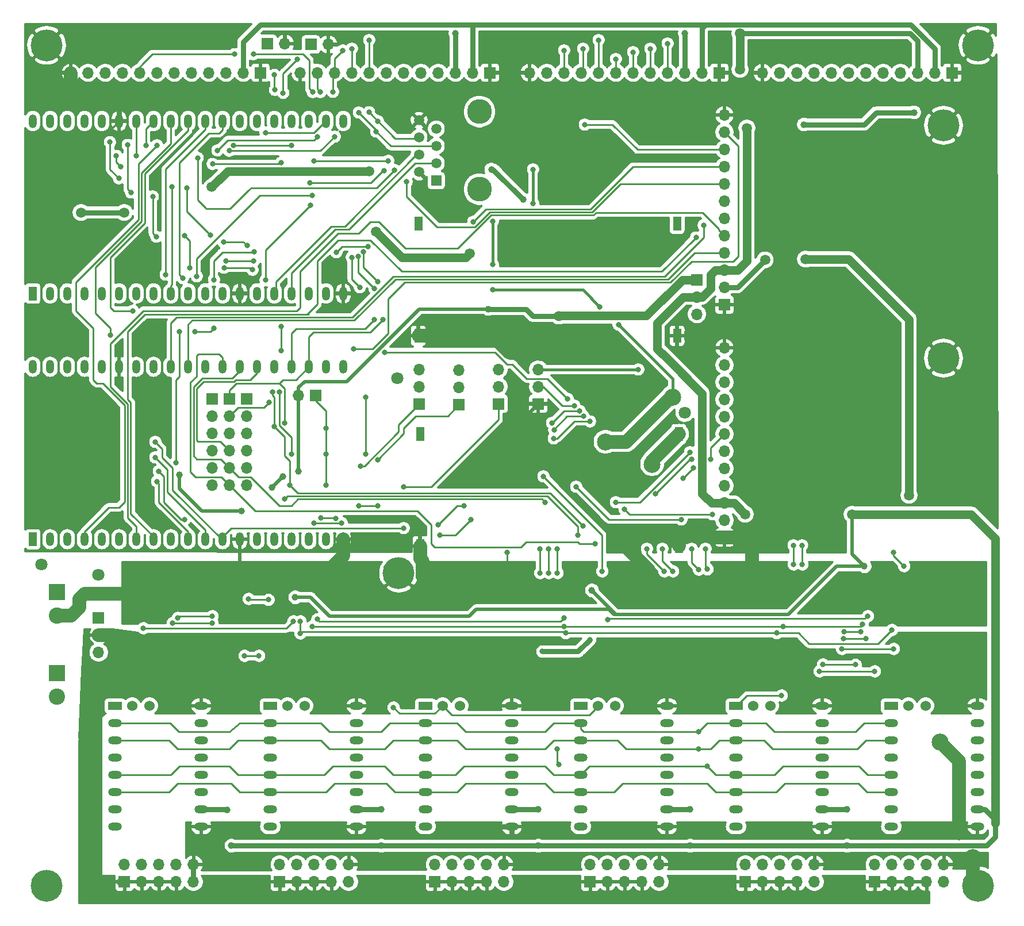
<source format=gbl>
G04 #@! TF.GenerationSoftware,KiCad,Pcbnew,(5.1.9)-1*
G04 #@! TF.CreationDate,2021-03-09T19:40:00-06:00*
G04 #@! TF.ProjectId,BDringController,42447269-6e67-4436-9f6e-74726f6c6c65,rev?*
G04 #@! TF.SameCoordinates,Original*
G04 #@! TF.FileFunction,Copper,L2,Bot*
G04 #@! TF.FilePolarity,Positive*
%FSLAX46Y46*%
G04 Gerber Fmt 4.6, Leading zero omitted, Abs format (unit mm)*
G04 Created by KiCad (PCBNEW (5.1.9)-1) date 2021-03-09 19:40:00*
%MOMM*%
%LPD*%
G01*
G04 APERTURE LIST*
G04 #@! TA.AperFunction,ComponentPad*
%ADD10O,1.200000X2.000000*%
G04 #@! TD*
G04 #@! TA.AperFunction,ComponentPad*
%ADD11R,1.200000X2.000000*%
G04 #@! TD*
G04 #@! TA.AperFunction,WasherPad*
%ADD12C,3.650000*%
G04 #@! TD*
G04 #@! TA.AperFunction,ComponentPad*
%ADD13R,1.500000X1.500000*%
G04 #@! TD*
G04 #@! TA.AperFunction,ComponentPad*
%ADD14C,1.500000*%
G04 #@! TD*
G04 #@! TA.AperFunction,ComponentPad*
%ADD15C,1.524000*%
G04 #@! TD*
G04 #@! TA.AperFunction,ComponentPad*
%ADD16O,2.000000X1.200000*%
G04 #@! TD*
G04 #@! TA.AperFunction,ComponentPad*
%ADD17R,2.000000X1.200000*%
G04 #@! TD*
G04 #@! TA.AperFunction,ConnectorPad*
%ADD18C,4.700000*%
G04 #@! TD*
G04 #@! TA.AperFunction,ComponentPad*
%ADD19C,3.100000*%
G04 #@! TD*
G04 #@! TA.AperFunction,ConnectorPad*
%ADD20C,4.700001*%
G04 #@! TD*
G04 #@! TA.AperFunction,ComponentPad*
%ADD21O,1.700000X1.700000*%
G04 #@! TD*
G04 #@! TA.AperFunction,ComponentPad*
%ADD22R,1.700000X1.700000*%
G04 #@! TD*
G04 #@! TA.AperFunction,ComponentPad*
%ADD23R,2.400000X2.400000*%
G04 #@! TD*
G04 #@! TA.AperFunction,ComponentPad*
%ADD24C,2.400000*%
G04 #@! TD*
G04 #@! TA.AperFunction,ComponentPad*
%ADD25C,1.800000*%
G04 #@! TD*
G04 #@! TA.AperFunction,ViaPad*
%ADD26C,1.500000*%
G04 #@! TD*
G04 #@! TA.AperFunction,ViaPad*
%ADD27C,0.800000*%
G04 #@! TD*
G04 #@! TA.AperFunction,ViaPad*
%ADD28C,2.500000*%
G04 #@! TD*
G04 #@! TA.AperFunction,ViaPad*
%ADD29C,1.000000*%
G04 #@! TD*
G04 #@! TA.AperFunction,Conductor*
%ADD30C,0.762000*%
G04 #@! TD*
G04 #@! TA.AperFunction,Conductor*
%ADD31C,1.270000*%
G04 #@! TD*
G04 #@! TA.AperFunction,Conductor*
%ADD32C,0.381000*%
G04 #@! TD*
G04 #@! TA.AperFunction,Conductor*
%ADD33C,2.032000*%
G04 #@! TD*
G04 #@! TA.AperFunction,Conductor*
%ADD34C,0.508000*%
G04 #@! TD*
G04 #@! TA.AperFunction,Conductor*
%ADD35C,0.254000*%
G04 #@! TD*
G04 #@! TA.AperFunction,Conductor*
%ADD36C,0.250000*%
G04 #@! TD*
G04 #@! TA.AperFunction,Conductor*
%ADD37C,0.100000*%
G04 #@! TD*
G04 #@! TA.AperFunction,Conductor*
%ADD38C,0.300000*%
G04 #@! TD*
G04 APERTURE END LIST*
D10*
X62738000Y-76581000D03*
D11*
X62738000Y-101981000D03*
D10*
X65278000Y-76581000D03*
X65278000Y-101981000D03*
X67818000Y-76581000D03*
X67818000Y-101981000D03*
X70358000Y-76581000D03*
X70358000Y-101981000D03*
X72898000Y-76581000D03*
X72898000Y-101981000D03*
X75438000Y-76581000D03*
X75438000Y-101981000D03*
X77978000Y-76581000D03*
X77978000Y-101981000D03*
X80518000Y-76581000D03*
X80518000Y-101981000D03*
X83058000Y-76581000D03*
X83058000Y-101981000D03*
X85598000Y-76581000D03*
X85598000Y-101981000D03*
X88138000Y-76581000D03*
X88138000Y-101981000D03*
X90678000Y-76581000D03*
X90678000Y-101981000D03*
X93218000Y-76581000D03*
X93218000Y-101981000D03*
X95758000Y-76581000D03*
X95758000Y-101981000D03*
X98298000Y-76581000D03*
X98298000Y-101981000D03*
X100838000Y-76581000D03*
X100838000Y-101981000D03*
X103378000Y-76581000D03*
X103378000Y-101981000D03*
X105918000Y-76581000D03*
X105918000Y-101981000D03*
X108458000Y-76581000D03*
X108458000Y-101981000D03*
X62738000Y-40386000D03*
D11*
X62738000Y-65786000D03*
D10*
X65278000Y-40386000D03*
X65278000Y-65786000D03*
X67818000Y-40386000D03*
X67818000Y-65786000D03*
X70358000Y-40386000D03*
X70358000Y-65786000D03*
X72898000Y-40386000D03*
X72898000Y-65786000D03*
X75438000Y-40386000D03*
X75438000Y-65786000D03*
X77978000Y-40386000D03*
X77978000Y-65786000D03*
X80518000Y-40386000D03*
X80518000Y-65786000D03*
X83058000Y-40386000D03*
X83058000Y-65786000D03*
X85598000Y-40386000D03*
X85598000Y-65786000D03*
X88138000Y-40386000D03*
X88138000Y-65786000D03*
X90678000Y-40386000D03*
X90678000Y-65786000D03*
X93218000Y-40386000D03*
X93218000Y-65786000D03*
X95758000Y-40386000D03*
X95758000Y-65786000D03*
X98298000Y-40386000D03*
X98298000Y-65786000D03*
X100838000Y-40386000D03*
X100838000Y-65786000D03*
X103378000Y-40386000D03*
X103378000Y-65786000D03*
X105918000Y-40386000D03*
X105918000Y-65786000D03*
X108458000Y-40386000D03*
X108458000Y-65786000D03*
D12*
X128500000Y-39000000D03*
X128500000Y-50430000D03*
D13*
X122150000Y-49160000D03*
D14*
X119610000Y-47890000D03*
X122150000Y-46620000D03*
X119610000Y-45350000D03*
X122150000Y-44080000D03*
X119610000Y-42810000D03*
X122150000Y-41540000D03*
X119610000Y-40270000D03*
D11*
X157607000Y-72009000D03*
X157607000Y-55499000D03*
X119507000Y-72009000D03*
X119507000Y-55499000D03*
D15*
X102743000Y-126492000D03*
X100203000Y-126492000D03*
D16*
X97663000Y-144272000D03*
X110363000Y-144272000D03*
X97663000Y-141732000D03*
X110363000Y-141732000D03*
X97663000Y-139192000D03*
X110363000Y-139192000D03*
X97663000Y-136652000D03*
X110363000Y-136652000D03*
X97663000Y-134112000D03*
X110363000Y-134112000D03*
X97663000Y-131572000D03*
X110363000Y-131572000D03*
X97663000Y-129032000D03*
X110363000Y-129032000D03*
D17*
X97663000Y-126492000D03*
D16*
X110363000Y-126492000D03*
D15*
X125603000Y-126492000D03*
X123063000Y-126492000D03*
D16*
X120523000Y-144272000D03*
X133223000Y-144272000D03*
X120523000Y-141732000D03*
X133223000Y-141732000D03*
X120523000Y-139192000D03*
X133223000Y-139192000D03*
X120523000Y-136652000D03*
X133223000Y-136652000D03*
X120523000Y-134112000D03*
X133223000Y-134112000D03*
X120523000Y-131572000D03*
X133223000Y-131572000D03*
X120523000Y-129032000D03*
X133223000Y-129032000D03*
D17*
X120523000Y-126492000D03*
D16*
X133223000Y-126492000D03*
D15*
X171323000Y-126492000D03*
X168783000Y-126492000D03*
D16*
X166243000Y-144272000D03*
X178943000Y-144272000D03*
X166243000Y-141732000D03*
X178943000Y-141732000D03*
X166243000Y-139192000D03*
X178943000Y-139192000D03*
X166243000Y-136652000D03*
X178943000Y-136652000D03*
X166243000Y-134112000D03*
X178943000Y-134112000D03*
X166243000Y-131572000D03*
X178943000Y-131572000D03*
X166243000Y-129032000D03*
X178943000Y-129032000D03*
D17*
X166243000Y-126492000D03*
D16*
X178943000Y-126492000D03*
D15*
X194183000Y-126492000D03*
X191643000Y-126492000D03*
D16*
X189103000Y-144272000D03*
X201803000Y-144272000D03*
X189103000Y-141732000D03*
X201803000Y-141732000D03*
X189103000Y-139192000D03*
X201803000Y-139192000D03*
X189103000Y-136652000D03*
X201803000Y-136652000D03*
X189103000Y-134112000D03*
X201803000Y-134112000D03*
X189103000Y-131572000D03*
X201803000Y-131572000D03*
X189103000Y-129032000D03*
X201803000Y-129032000D03*
D17*
X189103000Y-126492000D03*
D16*
X201803000Y-126492000D03*
D15*
X148463000Y-126492000D03*
X145923000Y-126492000D03*
D16*
X143383000Y-144272000D03*
X156083000Y-144272000D03*
X143383000Y-141732000D03*
X156083000Y-141732000D03*
X143383000Y-139192000D03*
X156083000Y-139192000D03*
X143383000Y-136652000D03*
X156083000Y-136652000D03*
X143383000Y-134112000D03*
X156083000Y-134112000D03*
X143383000Y-131572000D03*
X156083000Y-131572000D03*
X143383000Y-129032000D03*
X156083000Y-129032000D03*
D17*
X143383000Y-126492000D03*
D16*
X156083000Y-126492000D03*
D15*
X79883000Y-126492000D03*
X77343000Y-126492000D03*
D16*
X74803000Y-144272000D03*
X87503000Y-144272000D03*
X74803000Y-141732000D03*
X87503000Y-141732000D03*
X74803000Y-139192000D03*
X87503000Y-139192000D03*
X74803000Y-136652000D03*
X87503000Y-136652000D03*
X74803000Y-134112000D03*
X87503000Y-134112000D03*
X74803000Y-131572000D03*
X87503000Y-131572000D03*
X74803000Y-129032000D03*
X87503000Y-129032000D03*
D17*
X74803000Y-126492000D03*
D16*
X87503000Y-126492000D03*
D18*
X64770000Y-29210000D03*
D19*
X64770000Y-29210000D03*
D18*
X196850000Y-41021000D03*
D19*
X196850000Y-41021000D03*
D18*
X196850000Y-75311000D03*
D19*
X196850000Y-75311000D03*
D20*
X201930000Y-153035000D03*
D19*
X201930000Y-153035000D03*
D18*
X116586000Y-106934000D03*
D19*
X116586000Y-106934000D03*
D18*
X64770000Y-153035000D03*
D19*
X64770000Y-153035000D03*
D21*
X68326000Y-33274000D03*
X70866000Y-33274000D03*
X73406000Y-33274000D03*
X75946000Y-33274000D03*
X78486000Y-33274000D03*
X81026000Y-33274000D03*
X83566000Y-33274000D03*
X86106000Y-33274000D03*
X88646000Y-33274000D03*
X91186000Y-33274000D03*
X93726000Y-33274000D03*
D22*
X96266000Y-33274000D03*
D21*
X91694000Y-93980000D03*
X91694000Y-91440000D03*
X91694000Y-88900000D03*
X91694000Y-86360000D03*
X91694000Y-83820000D03*
D22*
X91694000Y-81280000D03*
X94234000Y-81280000D03*
D21*
X94234000Y-83820000D03*
X94234000Y-86360000D03*
X94234000Y-88900000D03*
X94234000Y-91440000D03*
X94234000Y-93980000D03*
D22*
X164592000Y-101727000D03*
D21*
X164592000Y-99187000D03*
X164592000Y-96647000D03*
X164592000Y-94107000D03*
X164592000Y-91567000D03*
X164592000Y-89027000D03*
X164592000Y-86487000D03*
X164592000Y-83947000D03*
X164592000Y-81407000D03*
X164592000Y-78867000D03*
X164592000Y-76327000D03*
X164592000Y-73787000D03*
D23*
X66294000Y-121666000D03*
D24*
X66294000Y-125166000D03*
D23*
X66294000Y-109728000D03*
D24*
X66294000Y-113228000D03*
D21*
X102108000Y-33274000D03*
X104648000Y-33274000D03*
X107188000Y-33274000D03*
X109728000Y-33274000D03*
X112268000Y-33274000D03*
X114808000Y-33274000D03*
X117348000Y-33274000D03*
X119888000Y-33274000D03*
X122428000Y-33274000D03*
X124968000Y-33274000D03*
X127508000Y-33274000D03*
D22*
X130048000Y-33274000D03*
D21*
X72390000Y-118618000D03*
X72390000Y-116078000D03*
D22*
X72390000Y-113538000D03*
X164592000Y-67437000D03*
D21*
X164592000Y-64897000D03*
X164592000Y-62357000D03*
X164592000Y-59817000D03*
X164592000Y-57277000D03*
X164592000Y-54737000D03*
X164592000Y-52197000D03*
X164592000Y-49657000D03*
X164592000Y-47117000D03*
X164592000Y-44577000D03*
X164592000Y-42037000D03*
X164592000Y-39497000D03*
D22*
X160528000Y-63754000D03*
D21*
X160528000Y-66294000D03*
X160528000Y-68834000D03*
X135890000Y-33274000D03*
X138430000Y-33274000D03*
X140970000Y-33274000D03*
X143510000Y-33274000D03*
X146050000Y-33274000D03*
X148590000Y-33274000D03*
X151130000Y-33274000D03*
X153670000Y-33274000D03*
X156210000Y-33274000D03*
X158750000Y-33274000D03*
X161290000Y-33274000D03*
D22*
X163830000Y-33274000D03*
X198120000Y-33274000D03*
D21*
X195580000Y-33274000D03*
X193040000Y-33274000D03*
X190500000Y-33274000D03*
X187960000Y-33274000D03*
X185420000Y-33274000D03*
X182880000Y-33274000D03*
X180340000Y-33274000D03*
X177800000Y-33274000D03*
X175260000Y-33274000D03*
X172720000Y-33274000D03*
X170180000Y-33274000D03*
X119634000Y-76962000D03*
X119634000Y-79502000D03*
D22*
X119634000Y-82042000D03*
X125476000Y-82169000D03*
D21*
X125476000Y-79629000D03*
X125476000Y-77089000D03*
X131318000Y-76962000D03*
X131318000Y-79502000D03*
D22*
X131318000Y-82042000D03*
X137160000Y-82042000D03*
D21*
X137160000Y-79502000D03*
X137160000Y-76962000D03*
D11*
X119761000Y-86487000D03*
X119761000Y-102997000D03*
X157861000Y-86487000D03*
X157861000Y-102997000D03*
D19*
X201930000Y-29210000D03*
D18*
X201930000Y-29210000D03*
D22*
X76200000Y-152400000D03*
D21*
X76200000Y-149860000D03*
X78740000Y-152400000D03*
X78740000Y-149860000D03*
X81280000Y-152400000D03*
X81280000Y-149860000D03*
X83820000Y-152400000D03*
X83820000Y-149860000D03*
X86360000Y-152400000D03*
X86360000Y-149860000D03*
X109220000Y-149860000D03*
X109220000Y-152400000D03*
X106680000Y-149860000D03*
X106680000Y-152400000D03*
X104140000Y-149860000D03*
X104140000Y-152400000D03*
X101600000Y-149860000D03*
X101600000Y-152400000D03*
X99060000Y-149860000D03*
D22*
X99060000Y-152400000D03*
X121920000Y-152400000D03*
D21*
X121920000Y-149860000D03*
X124460000Y-152400000D03*
X124460000Y-149860000D03*
X127000000Y-152400000D03*
X127000000Y-149860000D03*
X129540000Y-152400000D03*
X129540000Y-149860000D03*
X132080000Y-152400000D03*
X132080000Y-149860000D03*
X154940000Y-149860000D03*
X154940000Y-152400000D03*
X152400000Y-149860000D03*
X152400000Y-152400000D03*
X149860000Y-149860000D03*
X149860000Y-152400000D03*
X147320000Y-149860000D03*
X147320000Y-152400000D03*
X144780000Y-149860000D03*
D22*
X144780000Y-152400000D03*
X167640000Y-152400000D03*
D21*
X167640000Y-149860000D03*
X170180000Y-152400000D03*
X170180000Y-149860000D03*
X172720000Y-152400000D03*
X172720000Y-149860000D03*
X175260000Y-152400000D03*
X175260000Y-149860000D03*
X177800000Y-152400000D03*
X177800000Y-149860000D03*
X196850000Y-149860000D03*
X196850000Y-152400000D03*
X194310000Y-149860000D03*
X194310000Y-152400000D03*
X191770000Y-149860000D03*
X191770000Y-152400000D03*
X189230000Y-149860000D03*
X189230000Y-152400000D03*
X186690000Y-149860000D03*
D22*
X186690000Y-152400000D03*
X89154000Y-81280000D03*
D21*
X89154000Y-83820000D03*
X89154000Y-86360000D03*
X89154000Y-88900000D03*
X89154000Y-91440000D03*
X89154000Y-93980000D03*
D22*
X104394000Y-80772000D03*
D21*
X101854000Y-80772000D03*
D25*
X64008000Y-105664000D03*
X116393504Y-78279456D03*
X158750000Y-83312000D03*
X72390000Y-107188000D03*
D21*
X99840000Y-29000000D03*
D22*
X97300000Y-29000000D03*
X103700000Y-29100000D03*
D21*
X106240000Y-29100000D03*
D26*
X76200000Y-53848000D03*
X69850000Y-53848000D03*
X113284000Y-56641996D03*
D27*
X136398000Y-47498000D03*
D26*
X112300000Y-47800000D03*
X89100000Y-50100000D03*
D27*
X136398000Y-52500000D03*
D26*
X127043945Y-59861190D03*
D28*
X147066000Y-87630000D03*
X156972000Y-81026000D03*
D27*
X130500000Y-55118000D03*
X130499994Y-61500000D03*
X130500000Y-65250004D03*
X146249996Y-67750000D03*
X148979424Y-70355655D03*
D26*
X140221994Y-69102000D03*
D29*
X129794000Y-68072000D03*
X101854000Y-91948000D03*
X99568000Y-92710000D03*
X97967222Y-94310778D03*
X93472000Y-97790000D03*
X84328000Y-92456000D03*
X134942999Y-51942999D03*
X130250000Y-47500000D03*
D27*
X97415067Y-110864933D03*
X94488000Y-110744000D03*
D26*
X167894000Y-41402000D03*
X166878000Y-32766000D03*
D29*
X158750000Y-27432000D03*
X124968000Y-27432000D03*
X182626000Y-141732000D03*
X182626000Y-147066000D03*
X159512000Y-141732000D03*
X159512000Y-147066000D03*
X137160000Y-141732000D03*
X137160000Y-147066000D03*
X114046000Y-141732000D03*
X114046000Y-147066000D03*
X91948000Y-147066000D03*
D26*
X167640000Y-98298000D03*
X183388000Y-98298000D03*
D29*
X185166000Y-105918000D03*
X145034000Y-109474000D03*
X101346000Y-110490000D03*
D27*
X151892000Y-76962000D03*
X156083000Y-75311000D03*
D26*
X166878000Y-27493000D03*
D29*
X91313004Y-141859000D03*
D26*
X79248000Y-121920000D03*
X107442000Y-122174000D03*
X124460000Y-122174000D03*
X153670000Y-122174000D03*
X168656000Y-122174000D03*
X198120000Y-122174000D03*
D27*
X113030000Y-125222000D03*
X136144000Y-124968000D03*
X158750000Y-125222000D03*
X181610000Y-124968000D03*
D29*
X176276000Y-40894000D03*
X192532000Y-39116000D03*
D26*
X170561000Y-60833000D03*
X176530000Y-60706000D03*
X191770000Y-95504000D03*
X196088000Y-117348000D03*
D27*
X145542000Y-102616000D03*
X149860000Y-97536000D03*
X162814000Y-98298000D03*
X138176000Y-96520000D03*
X142748000Y-94234000D03*
X158242000Y-99060000D03*
X158496000Y-92964000D03*
X160020000Y-91440000D03*
X99822000Y-96012000D03*
X159512000Y-89154000D03*
X143001998Y-101346000D03*
X148590000Y-96519996D03*
X98044000Y-80264000D03*
X98297998Y-85344000D03*
X100584000Y-93980000D03*
X154438067Y-95256067D03*
X159766000Y-90170000D03*
X162560000Y-90170000D03*
X143724301Y-99993395D03*
X100838000Y-89408000D03*
X99043348Y-80300446D03*
X97536000Y-81788000D03*
X113030000Y-69596000D03*
X113023933Y-65017933D03*
X113538000Y-40386008D03*
X112231959Y-39079929D03*
X110690323Y-60334835D03*
X99822000Y-84836000D03*
X114300000Y-69596000D03*
X113538000Y-64008000D03*
X110744000Y-39116000D03*
X113284000Y-41910000D03*
X111417333Y-59632451D03*
X156210000Y-28956000D03*
X146050000Y-28448000D03*
X112268000Y-28448000D03*
X107188000Y-42672006D03*
X91656663Y-44756397D03*
X153670000Y-29718000D03*
X143764000Y-29718000D03*
X109728000Y-29718000D03*
X140970000Y-29972000D03*
X151130000Y-30226000D03*
X81026000Y-43942000D03*
X100838000Y-43942000D03*
X106934000Y-36068000D03*
X92236990Y-43942000D03*
X108400000Y-29972000D03*
X148590000Y-31242000D03*
X89916000Y-44704000D03*
X104648000Y-42672000D03*
X105050000Y-36100000D03*
X86868000Y-63246000D03*
X103886000Y-51308000D03*
X107442000Y-59690000D03*
X95300000Y-59600000D03*
X89408000Y-63754000D03*
X84328000Y-71374000D03*
X86614000Y-71374000D03*
X89408000Y-70866000D03*
X83820000Y-90678000D03*
X112056969Y-58863757D03*
X160394926Y-57524926D03*
X161500000Y-55750000D03*
X109982000Y-73914000D03*
X81026000Y-93472000D03*
X110998000Y-91186000D03*
X81280000Y-91948000D03*
X85090000Y-99060000D03*
X105156000Y-98806000D03*
X107353343Y-98906805D03*
X80772000Y-89916000D03*
X104140000Y-99568000D03*
X108204000Y-99568000D03*
X110744000Y-97028000D03*
X113538000Y-97028000D03*
X113499809Y-90278011D03*
X80772000Y-87630000D03*
X117348000Y-100330000D03*
X117348000Y-94234000D03*
X153162000Y-103378000D03*
X144780000Y-84617051D03*
X139446000Y-87122000D03*
X160782002Y-130302000D03*
X155702000Y-106680000D03*
X160782000Y-132842000D03*
X143810701Y-83890051D03*
X139495000Y-85852000D03*
X155448004Y-103378000D03*
X156972000Y-106680002D03*
X159766000Y-103378000D03*
X143256000Y-83058000D03*
X139192000Y-84836000D03*
X162052000Y-135382000D03*
X160782001Y-106425995D03*
X161798000Y-103378000D03*
X142494000Y-82296000D03*
X162033868Y-106360545D03*
D28*
X153924000Y-90932000D03*
D27*
X115824000Y-126746000D03*
X111760000Y-81026000D03*
X109697640Y-60455684D03*
X110889074Y-64860926D03*
X111760000Y-89408000D03*
X114554000Y-74422000D03*
X141478000Y-81280000D03*
X137922000Y-92710000D03*
X146558000Y-106680000D03*
X122428000Y-99822000D03*
X126238000Y-97028000D03*
X137414000Y-106934000D03*
X137414000Y-103378000D03*
X127254000Y-99060000D03*
X122682000Y-101346000D03*
X139954000Y-106934000D03*
X139954000Y-103378002D03*
X138684000Y-106934000D03*
X138684000Y-103378000D03*
X102108000Y-115824000D03*
X102108000Y-114046000D03*
X141171948Y-115787399D03*
X189230002Y-115316000D03*
X174752000Y-102870000D03*
X174752000Y-105664000D03*
X172248601Y-115787399D03*
X103886000Y-114808000D03*
X173228000Y-114808000D03*
X176022000Y-105664000D03*
X176022000Y-102870000D03*
X140970004Y-114808000D03*
X184912000Y-114519010D03*
X78994002Y-115062000D03*
X101092000Y-114046000D03*
X104613001Y-113757001D03*
X140970000Y-113538000D03*
X89154000Y-114300000D03*
X83312000Y-114299988D03*
X89154000Y-113284000D03*
X84074000Y-113538000D03*
X172974000Y-124968000D03*
X185674000Y-113284000D03*
X147378679Y-113850679D03*
X191008000Y-105918000D03*
X189484000Y-103886002D03*
X182118000Y-116586000D03*
X185385010Y-116586000D03*
X184623000Y-115570000D03*
X182153000Y-115570000D03*
X179070000Y-120396000D03*
X183858751Y-120428852D03*
X178562000Y-121412000D03*
X186690000Y-121412000D03*
X139954000Y-132842000D03*
X140208000Y-135128000D03*
D28*
X201930000Y-113284000D03*
X199136000Y-145034000D03*
X201168000Y-148897000D03*
D26*
X79756000Y-113030000D03*
X110236000Y-107188000D03*
X124714000Y-106172000D03*
X153416000Y-106487000D03*
X168656000Y-106487000D03*
X198628000Y-106426000D03*
D27*
X102870000Y-108204000D03*
X145288000Y-107950000D03*
X190246000Y-108204000D03*
X189484000Y-112776000D03*
X93890000Y-119126000D03*
X96012000Y-119126000D03*
X94996000Y-114046000D03*
X181864000Y-118110000D03*
X189484000Y-118110000D03*
X191770000Y-112776000D03*
D26*
X152654000Y-36830000D03*
D28*
X145034000Y-74422000D03*
X137414000Y-74422000D03*
D27*
X146304000Y-85344051D03*
X146304000Y-81534000D03*
X134620000Y-88392000D03*
X138938000Y-82296000D03*
D29*
X138684000Y-145034000D03*
X138684000Y-149352000D03*
D26*
X183642000Y-96012000D03*
D27*
X172212000Y-96012000D03*
X177292000Y-102870000D03*
X76962000Y-105918000D03*
X76962000Y-107188000D03*
X146812000Y-46228000D03*
X146812000Y-43688000D03*
X147066000Y-36830000D03*
X132588000Y-103886000D03*
X94488003Y-37084003D03*
D29*
X147574000Y-109728000D03*
D27*
X146050000Y-56642000D03*
X71120000Y-44196000D03*
X135636000Y-144526000D03*
X97479697Y-113356784D03*
X146000000Y-55000000D03*
X137750014Y-118500000D03*
X144750000Y-116750000D03*
D28*
X198500000Y-94500000D03*
X196342000Y-131826000D03*
D27*
X74168000Y-71882000D03*
X77470000Y-68326000D03*
X82296000Y-62992000D03*
X84836000Y-63500000D03*
X105918000Y-93980000D03*
X105918000Y-89408000D03*
X105918000Y-85598000D03*
X76700000Y-43900000D03*
X77200000Y-50900000D03*
X80400000Y-51500000D03*
X80900000Y-57400000D03*
X85100000Y-57300000D03*
X85800000Y-62000000D03*
X90900000Y-62000000D03*
X95099998Y-62300000D03*
X75000000Y-45500000D03*
X75000000Y-45500000D03*
X75714067Y-47114067D03*
X85400000Y-50200000D03*
X90800000Y-58200000D03*
X88900000Y-57200000D03*
X94270999Y-58729001D03*
X83200000Y-50100000D03*
X75400000Y-48800000D03*
X74100000Y-43500000D03*
X91186000Y-60960000D03*
X95250000Y-60960000D03*
X104140000Y-46228000D03*
X144018000Y-40894000D03*
X103950000Y-36100000D03*
X95200000Y-30550000D03*
X92450000Y-30550000D03*
X115084571Y-46233761D03*
X87000000Y-45800000D03*
X79400000Y-44000000D03*
X115981933Y-47581933D03*
X117800000Y-49300000D03*
X78000000Y-45500000D03*
X89200000Y-46700000D03*
X99300000Y-46517000D03*
X103500000Y-49500000D03*
X114500000Y-47700000D03*
X127598846Y-55198837D03*
X98300000Y-33600000D03*
X98400000Y-35800000D03*
X97000000Y-42100000D03*
X99314000Y-74168000D03*
X99314000Y-70647000D03*
X103600000Y-52800000D03*
X99600000Y-36230000D03*
X101700000Y-31300000D03*
X97000000Y-63800000D03*
D30*
X76200000Y-53848000D02*
X69850000Y-53848000D01*
D31*
X91400000Y-47800000D02*
X89100000Y-50100000D01*
X112300000Y-47800000D02*
X91400000Y-47800000D01*
D32*
X136398000Y-47498000D02*
X136398000Y-52500000D01*
D31*
X117103003Y-60460999D02*
X126444136Y-60460999D01*
X113284000Y-56641996D02*
X117103003Y-60460999D01*
X126444136Y-60460999D02*
X127043945Y-59861190D01*
D33*
X147066000Y-87630000D02*
X150114000Y-87630000D01*
X156718000Y-81026000D02*
X156972000Y-81026000D01*
X150114000Y-87630000D02*
X156718000Y-81026000D01*
D32*
X130500000Y-55118000D02*
X130500000Y-61499994D01*
X130500000Y-61499994D02*
X130499994Y-61500000D01*
X130500000Y-65250004D02*
X143750000Y-65250004D01*
X143750000Y-65250004D02*
X146249996Y-67750000D01*
X156972000Y-81026000D02*
X156972000Y-78348231D01*
X156972000Y-78348231D02*
X148979424Y-70355655D01*
D30*
X140221994Y-69102000D02*
X136412000Y-69102000D01*
X135382000Y-68072000D02*
X129794000Y-68072000D01*
X136412000Y-69102000D02*
X135382000Y-68072000D01*
D34*
X101854000Y-80772000D02*
X101854000Y-91948000D01*
X101854000Y-91948000D02*
X101854000Y-91948000D01*
X99568000Y-92710000D02*
X97967222Y-94310778D01*
X93472000Y-97790000D02*
X87630000Y-97790000D01*
X87630000Y-97790000D02*
X84328000Y-94488000D01*
X84328000Y-94488000D02*
X84328000Y-92456000D01*
X84328000Y-92456000D02*
X84328000Y-92202000D01*
D30*
X134942999Y-51942999D02*
X130500000Y-47500000D01*
X130500000Y-47500000D02*
X130250000Y-47500000D01*
D31*
X140257340Y-69066654D02*
X140221994Y-69102000D01*
X160528000Y-63754000D02*
X158408000Y-63754000D01*
X158408000Y-63754000D02*
X153095346Y-69066654D01*
X153095346Y-69066654D02*
X140257340Y-69066654D01*
D34*
X101854000Y-79646000D02*
X101854000Y-80772000D01*
X102760000Y-78740000D02*
X101854000Y-79646000D01*
X108966000Y-78740000D02*
X102760000Y-78740000D01*
X119634000Y-68072000D02*
X108966000Y-78740000D01*
X129794000Y-68072000D02*
X119634000Y-68072000D01*
D35*
X94608933Y-110864933D02*
X94488000Y-110744000D01*
X97415067Y-110864933D02*
X94608933Y-110864933D01*
D31*
X160528000Y-66294000D02*
X161290000Y-66294000D01*
X161290000Y-66294000D02*
X162560000Y-65024000D01*
X162560000Y-65024000D02*
X162560000Y-62992000D01*
X163195000Y-62357000D02*
X164592000Y-62357000D01*
X162560000Y-62992000D02*
X163195000Y-62357000D01*
X162687000Y-96647000D02*
X164592000Y-96647000D01*
X161290000Y-95250000D02*
X162687000Y-96647000D01*
X161290000Y-80518000D02*
X161290000Y-95250000D01*
X154686000Y-70104000D02*
X154686000Y-73914000D01*
X158496000Y-66294000D02*
X154686000Y-70104000D01*
X160528000Y-66294000D02*
X158496000Y-66294000D01*
X164592000Y-62357000D02*
X166497000Y-62357000D01*
X166497000Y-62357000D02*
X167894000Y-60960000D01*
X167894000Y-60960000D02*
X167894000Y-41402000D01*
D30*
X193040000Y-33274000D02*
X193040000Y-28538486D01*
X193040000Y-28538486D02*
X191933514Y-27432000D01*
X158750000Y-33274000D02*
X158750000Y-27432000D01*
X124968000Y-33274000D02*
X124968000Y-27432000D01*
X203200000Y-147066000D02*
X204470000Y-145796000D01*
X202946000Y-141732000D02*
X201803000Y-141732000D01*
X204470000Y-143256000D02*
X202946000Y-141732000D01*
X178943000Y-141732000D02*
X181102000Y-141732000D01*
X184912000Y-147066000D02*
X203200000Y-147066000D01*
X156083000Y-141732000D02*
X158750000Y-141732000D01*
X133223000Y-141732000D02*
X134366000Y-141732000D01*
X110363000Y-141732000D02*
X112268000Y-141732000D01*
X94996000Y-147066000D02*
X115570000Y-147066000D01*
X181102000Y-141732000D02*
X182626000Y-141732000D01*
X182626000Y-147066000D02*
X184912000Y-147066000D01*
X162560000Y-147066000D02*
X182626000Y-147066000D01*
X158750000Y-141732000D02*
X159512000Y-141732000D01*
X159512000Y-147066000D02*
X162560000Y-147066000D01*
X138430000Y-147066000D02*
X159512000Y-147066000D01*
X134366000Y-141732000D02*
X137160000Y-141732000D01*
X137160000Y-147066000D02*
X138430000Y-147066000D01*
X115570000Y-147066000D02*
X137160000Y-147066000D01*
X112268000Y-141732000D02*
X114046000Y-141732000D01*
X94996000Y-147066000D02*
X91948000Y-147066000D01*
D31*
X165989000Y-96647000D02*
X167640000Y-98298000D01*
X164592000Y-96647000D02*
X165989000Y-96647000D01*
D30*
X204470000Y-145796000D02*
X204470000Y-143764000D01*
X204470000Y-143764000D02*
X204470000Y-143256000D01*
D31*
X204470000Y-101854000D02*
X200914000Y-98298000D01*
X200914000Y-98298000D02*
X183388000Y-98298000D01*
X204470000Y-143764000D02*
X204470000Y-101854000D01*
X183388000Y-98298000D02*
X183388000Y-98298000D01*
D34*
X183388000Y-104140000D02*
X185166000Y-105918000D01*
X183388000Y-98298000D02*
X183388000Y-104140000D01*
X185166000Y-105918000D02*
X181102000Y-105918000D01*
X181102000Y-105918000D02*
X173990000Y-113030000D01*
X173990000Y-113030000D02*
X148590000Y-113030000D01*
X148590000Y-113030000D02*
X145034000Y-109474000D01*
X148336000Y-113030000D02*
X147574000Y-112268000D01*
X148590000Y-113030000D02*
X148336000Y-113030000D01*
X147574000Y-112268000D02*
X128016000Y-112268000D01*
X128016000Y-112268000D02*
X127000000Y-113284000D01*
X127000000Y-113284000D02*
X106426000Y-113284000D01*
X106426000Y-113284000D02*
X103632000Y-110490000D01*
X103632000Y-110490000D02*
X101346000Y-110490000D01*
D32*
X137160000Y-76962000D02*
X151892000Y-76962000D01*
D31*
X156083000Y-75311000D02*
X161290000Y-80518000D01*
X154686000Y-73914000D02*
X156083000Y-75311000D01*
X166878000Y-32766000D02*
X166878000Y-27493000D01*
D30*
X166939000Y-27432000D02*
X166878000Y-27493000D01*
X191933514Y-27432000D02*
X166939000Y-27432000D01*
X87503000Y-141732000D02*
X91186004Y-141732000D01*
X91186004Y-141732000D02*
X91313004Y-141859000D01*
D33*
X72390000Y-116078000D02*
X74168000Y-116078000D01*
D31*
X76200000Y-152400000D02*
X75692000Y-152400000D01*
D30*
X93726000Y-28702000D02*
X93726000Y-33274000D01*
X96266000Y-26162000D02*
X93726000Y-28702000D01*
X195580000Y-29718000D02*
X192024000Y-26162000D01*
X195580000Y-33274000D02*
X195580000Y-29718000D01*
X127508000Y-26416000D02*
X127254000Y-26162000D01*
X127508000Y-33274000D02*
X127508000Y-26416000D01*
X127254000Y-26162000D02*
X96266000Y-26162000D01*
X161290000Y-26670000D02*
X161798000Y-26162000D01*
X161290000Y-33274000D02*
X161290000Y-26670000D01*
X161798000Y-26162000D02*
X127254000Y-26162000D01*
X192024000Y-26162000D02*
X161798000Y-26162000D01*
X164592000Y-64897000D02*
X166497000Y-64897000D01*
X166497000Y-64897000D02*
X170561000Y-60833000D01*
X176276000Y-40894000D02*
X185166000Y-40894000D01*
X186944000Y-39116000D02*
X192532000Y-39116000D01*
X185166000Y-40894000D02*
X186944000Y-39116000D01*
X170561000Y-60833000D02*
X170688000Y-60706000D01*
D31*
X176530000Y-60706000D02*
X182880000Y-60706000D01*
X182880000Y-60706000D02*
X191770000Y-69596000D01*
X191770000Y-69596000D02*
X191770000Y-95504000D01*
D35*
X90516999Y-92802999D02*
X86706999Y-92802999D01*
X91694000Y-93980000D02*
X90516999Y-92802999D01*
X85959980Y-92055980D02*
X85959980Y-78886020D01*
X86706999Y-92802999D02*
X85959980Y-92055980D01*
X85959980Y-78886020D02*
X86868000Y-77978000D01*
X86868000Y-77978000D02*
X86868000Y-74930000D01*
X86868000Y-74930000D02*
X87122000Y-74676000D01*
X87122000Y-74676000D02*
X90170000Y-74676000D01*
X90678000Y-75184000D02*
X90678000Y-76581000D01*
X90170000Y-74676000D02*
X90678000Y-75184000D01*
X119380000Y-97790000D02*
X121412000Y-99822000D01*
X95504000Y-97790000D02*
X119380000Y-97790000D01*
X91694000Y-93980000D02*
X95504000Y-97790000D01*
X121412000Y-99822000D02*
X121412000Y-102616000D01*
X121412000Y-102616000D02*
X121920000Y-103124000D01*
X121920000Y-103124000D02*
X134620000Y-103124000D01*
X134620000Y-103124000D02*
X135382000Y-102362000D01*
X135382000Y-102362000D02*
X143002000Y-102362000D01*
X143256000Y-102616000D02*
X145542000Y-102616000D01*
X143002000Y-102362000D02*
X143256000Y-102616000D01*
X150622000Y-98298000D02*
X162814000Y-98298000D01*
X149860000Y-97536000D02*
X150622000Y-98298000D01*
X91694000Y-91440000D02*
X90424000Y-90170000D01*
X90424000Y-90170000D02*
X86868000Y-90170000D01*
X86413990Y-79567943D02*
X87695943Y-78285990D01*
X86413990Y-89715990D02*
X86413990Y-79567943D01*
X86868000Y-90170000D02*
X86413990Y-89715990D01*
X93218000Y-77201866D02*
X93218000Y-76581000D01*
X92133876Y-78285990D02*
X93218000Y-77201866D01*
X87695943Y-78285990D02*
X92133876Y-78285990D01*
X147574000Y-99060000D02*
X158242000Y-99060000D01*
X142748000Y-94234000D02*
X147574000Y-99060000D01*
X158496000Y-92964000D02*
X160020000Y-91440000D01*
X101799989Y-96066011D02*
X137722011Y-96066011D01*
X100838000Y-97028000D02*
X101799989Y-96066011D01*
X137722011Y-96066011D02*
X138176000Y-96520000D01*
X99060000Y-97028000D02*
X100838000Y-97028000D01*
X94834999Y-92802999D02*
X99060000Y-97028000D01*
X93056999Y-92802999D02*
X94834999Y-92802999D01*
X91694000Y-91440000D02*
X93056999Y-92802999D01*
X90331001Y-87537001D02*
X87029001Y-87537001D01*
X91694000Y-88900000D02*
X90331001Y-87537001D01*
X87029001Y-87537001D02*
X86868000Y-87376000D01*
X86868000Y-87376000D02*
X86868000Y-79756000D01*
X92321933Y-78740000D02*
X92575933Y-78486000D01*
X87884000Y-78740000D02*
X92321933Y-78740000D01*
X86868000Y-79756000D02*
X87884000Y-78740000D01*
X92575933Y-78486000D02*
X94742000Y-78486000D01*
X95758000Y-77470000D02*
X95758000Y-76581000D01*
X94742000Y-78486000D02*
X95758000Y-77470000D01*
X152146004Y-96519996D02*
X148590000Y-96519996D01*
X159512000Y-89154000D02*
X152146004Y-96519996D01*
X143001998Y-100075998D02*
X143001998Y-101346000D01*
X138538001Y-95612001D02*
X143001998Y-100075998D01*
X99822000Y-96012000D02*
X100221999Y-95612001D01*
X100221999Y-95612001D02*
X138538001Y-95612001D01*
X98044000Y-80264000D02*
X98044000Y-80829685D01*
X98044000Y-80829685D02*
X98297998Y-81083683D01*
X98297998Y-81083683D02*
X98297998Y-85344000D01*
X159524134Y-90170000D02*
X159766000Y-90170000D01*
X154438067Y-95256067D02*
X159524134Y-90170000D01*
X162560000Y-88519000D02*
X164592000Y-86487000D01*
X162560000Y-90170000D02*
X162560000Y-88519000D01*
X138888897Y-95157991D02*
X143724301Y-99993395D01*
X101761991Y-95157991D02*
X138888897Y-95157991D01*
X100584000Y-93980000D02*
X101761991Y-95157991D01*
X100584000Y-90424000D02*
X100584000Y-93980000D01*
X99822000Y-86868002D02*
X99822000Y-89662000D01*
X99822000Y-89662000D02*
X100584000Y-90424000D01*
X98297998Y-85344000D02*
X99822000Y-86868002D01*
X99043348Y-85193280D02*
X99043348Y-80300446D01*
X100838000Y-89408000D02*
X100838000Y-86987932D01*
X100838000Y-86987932D02*
X99043348Y-85193280D01*
X91694000Y-83820000D02*
X92964000Y-82550000D01*
X92964000Y-82550000D02*
X96774000Y-82550000D01*
X96774000Y-82550000D02*
X97536000Y-81788000D01*
X113023933Y-65017933D02*
X110690323Y-62684323D01*
X110690323Y-62684323D02*
X110690323Y-60334835D01*
X111626000Y-71000000D02*
X113030000Y-69596000D01*
X101466000Y-71000000D02*
X111626000Y-71000000D01*
X100838000Y-71628000D02*
X101466000Y-71000000D01*
X100838000Y-76581000D02*
X100838000Y-71628000D01*
X116078030Y-42926000D02*
X112231959Y-39079929D01*
X119494000Y-42926000D02*
X116078030Y-42926000D01*
X119610000Y-42810000D02*
X119494000Y-42926000D01*
X99060000Y-78994000D02*
X99568000Y-78486000D01*
X101473000Y-78486000D02*
X103378000Y-76581000D01*
X99568000Y-78486000D02*
X101473000Y-78486000D01*
X91694000Y-81280000D02*
X91694000Y-80010000D01*
X92710000Y-78994000D02*
X99060000Y-78994000D01*
X91694000Y-80010000D02*
X92710000Y-78994000D01*
X99822000Y-79756000D02*
X99060000Y-78994000D01*
X99822000Y-84836000D02*
X99822000Y-79756000D01*
X110744000Y-39116000D02*
X113284000Y-41656000D01*
X113284000Y-41656000D02*
X113284000Y-41910000D01*
X111417333Y-61887333D02*
X111417333Y-59632451D01*
X113538000Y-64008000D02*
X111417333Y-61887333D01*
X112396000Y-71500000D02*
X114300000Y-69596000D01*
X104014000Y-71500000D02*
X112396000Y-71500000D01*
X103378000Y-72136000D02*
X104014000Y-71500000D01*
X103378000Y-76581000D02*
X103378000Y-72136000D01*
X122142627Y-44087373D02*
X115461373Y-44087373D01*
X115461373Y-44087373D02*
X113284000Y-41910000D01*
X122150000Y-44080000D02*
X122142627Y-44087373D01*
X146050000Y-28448000D02*
X146050000Y-33274000D01*
X156210000Y-28956000D02*
X156210000Y-33274000D01*
X112268000Y-28448000D02*
X112268000Y-33274000D01*
X107188000Y-42672006D02*
X105103609Y-44756397D01*
X105103609Y-44756397D02*
X91656663Y-44756397D01*
X153670000Y-29718000D02*
X153670000Y-33274000D01*
X143764000Y-33020000D02*
X143510000Y-33274000D01*
X143764000Y-29718000D02*
X143764000Y-33020000D01*
X109728000Y-29718000D02*
X109728000Y-33274000D01*
X151130000Y-30226000D02*
X151130000Y-33274000D01*
X140970000Y-29972000D02*
X140970000Y-33274000D01*
X70358000Y-101981000D02*
X70358000Y-100838000D01*
X70358000Y-100838000D02*
X73914000Y-97282000D01*
X73914000Y-97282000D02*
X75438000Y-97282000D01*
X75438000Y-97282000D02*
X76253990Y-96466010D01*
X76253990Y-82230056D02*
X73017934Y-78994000D01*
X76253990Y-96466010D02*
X76253990Y-82230056D01*
X73017934Y-78994000D02*
X72136000Y-78994000D01*
X72136000Y-78994000D02*
X71628000Y-78486000D01*
X71628000Y-78486000D02*
X71628000Y-70866000D01*
X71628000Y-70866000D02*
X69088000Y-68326000D01*
X69088000Y-68326000D02*
X69088000Y-65278000D01*
X69088000Y-65278000D02*
X69088000Y-64127934D01*
X78285990Y-46682010D02*
X81026000Y-43942000D01*
X78285990Y-54929944D02*
X78285990Y-46682010D01*
X69088000Y-64127934D02*
X78285990Y-54929944D01*
X106934000Y-33528000D02*
X107188000Y-33274000D01*
X106934000Y-36068000D02*
X106934000Y-33528000D01*
X100838000Y-43942000D02*
X92236990Y-43942000D01*
X107188000Y-33274000D02*
X107188000Y-31184000D01*
X107188000Y-31184000D02*
X108400000Y-29972000D01*
X148590000Y-31242000D02*
X148590000Y-33274000D01*
X89916000Y-44704000D02*
X91440000Y-43180000D01*
X104140000Y-43180000D02*
X104648000Y-42672000D01*
X91440000Y-43180000D02*
X104140000Y-43180000D01*
X104648000Y-35698000D02*
X105050000Y-36100000D01*
X104648000Y-33274000D02*
X104648000Y-35698000D01*
X96192000Y-51308000D02*
X103886000Y-51308000D01*
X86868000Y-60632000D02*
X96192000Y-51308000D01*
X86868000Y-63246000D02*
X86868000Y-60632000D01*
X94996000Y-59690000D02*
X91186000Y-59690000D01*
X91186000Y-59690000D02*
X90678000Y-59690000D01*
X89408000Y-60960000D02*
X89408000Y-63754000D01*
X90678000Y-59690000D02*
X89408000Y-60960000D01*
X83820000Y-90678000D02*
X83820000Y-78486000D01*
X83820000Y-78486000D02*
X84328000Y-77978000D01*
X84328000Y-77978000D02*
X84328000Y-71374000D01*
X88900000Y-71374000D02*
X89408000Y-70866000D01*
X86614000Y-71374000D02*
X88900000Y-71374000D01*
X107442000Y-59690000D02*
X108268243Y-58863757D01*
X108268243Y-58863757D02*
X112056969Y-58863757D01*
X156274978Y-63689022D02*
X160147000Y-59817000D01*
X116142978Y-63689022D02*
X156274978Y-63689022D01*
X110089979Y-69742021D02*
X116142978Y-63689022D01*
X160147000Y-59817000D02*
X164592000Y-59817000D01*
X85598000Y-70358000D02*
X86213979Y-69742021D01*
X86213979Y-69742021D02*
X110089979Y-69742021D01*
X85598000Y-76581000D02*
X85598000Y-70358000D01*
X107696000Y-56896000D02*
X109982000Y-56896000D01*
X102108000Y-67818000D02*
X102108000Y-62484000D01*
X101600000Y-68326000D02*
X102108000Y-67818000D01*
X78994000Y-68326000D02*
X101600000Y-68326000D01*
X77978000Y-101981000D02*
X77978000Y-100076000D01*
X102108000Y-62484000D02*
X107696000Y-56896000D01*
X76708000Y-82042000D02*
X74168000Y-79502000D01*
X77978000Y-100076000D02*
X76708000Y-98806000D01*
X76708000Y-98806000D02*
X76708000Y-82042000D01*
X74168000Y-79502000D02*
X74168000Y-73152000D01*
X74168000Y-73152000D02*
X78994000Y-68326000D01*
D36*
X117622999Y-59122999D02*
X113700000Y-55200000D01*
X110704000Y-56896000D02*
X109982000Y-56896000D01*
X113700000Y-55200000D02*
X112400000Y-55200000D01*
X125336486Y-59122999D02*
X117622999Y-59122999D01*
X130202762Y-54256723D02*
X125336486Y-59122999D01*
X145663447Y-53849999D02*
X145256724Y-54256723D01*
X161349999Y-53849999D02*
X145663447Y-53849999D01*
X163742001Y-56242001D02*
X161349999Y-53849999D01*
X112400000Y-55200000D02*
X110704000Y-56896000D01*
X145256724Y-54256723D02*
X130202762Y-54256723D01*
X163742001Y-56427001D02*
X163742001Y-56242001D01*
X164592000Y-57277000D02*
X163742001Y-56427001D01*
D35*
X103124000Y-68834000D02*
X103378000Y-68834000D01*
X79248000Y-68834000D02*
X103124000Y-68834000D01*
X80518000Y-101981000D02*
X80518000Y-101581000D01*
X76708000Y-71374000D02*
X79248000Y-68834000D01*
X77162010Y-81853942D02*
X76708000Y-81399932D01*
X77162011Y-98225011D02*
X77162010Y-81853942D01*
X80518000Y-101581000D02*
X77162011Y-98225011D01*
X76708000Y-81399932D02*
X76708000Y-71374000D01*
X155388851Y-62531001D02*
X159994927Y-57924925D01*
X107696000Y-57912000D02*
X112452036Y-57912000D01*
X159994927Y-57924925D02*
X160394926Y-57524926D01*
X103124000Y-68834000D02*
X104648000Y-67310000D01*
X104648000Y-60960000D02*
X107696000Y-57912000D01*
X104648000Y-67310000D02*
X104648000Y-60960000D01*
X117071037Y-62531001D02*
X155388851Y-62531001D01*
X112452036Y-57912000D02*
X117071037Y-62531001D01*
X161500000Y-57500000D02*
X161500000Y-55750000D01*
X155764989Y-63235011D02*
X161500000Y-57500000D01*
X115834989Y-63235011D02*
X155764989Y-63235011D01*
X109781990Y-69288010D02*
X115834989Y-63235011D01*
X83058000Y-70104000D02*
X83873990Y-69288010D01*
X83058000Y-76581000D02*
X83058000Y-70104000D01*
X83873990Y-69288010D02*
X109781990Y-69288010D01*
X159714514Y-61087000D02*
X165862000Y-61087000D01*
X156658483Y-64143031D02*
X159714514Y-61087000D01*
X109982000Y-73914000D02*
X112776000Y-73914000D01*
X166624000Y-60325000D02*
X166624000Y-44069000D01*
X117466969Y-64143031D02*
X156658483Y-64143031D01*
X112776000Y-73914000D02*
X115062000Y-71628000D01*
X165862000Y-61087000D02*
X166624000Y-60325000D01*
X115062000Y-66548000D02*
X117466969Y-64143031D01*
X115062000Y-71628000D02*
X115062000Y-66548000D01*
X166624000Y-44069000D02*
X164592000Y-42037000D01*
X85598000Y-101981000D02*
X85598000Y-100838000D01*
X85598000Y-100838000D02*
X81280000Y-96520000D01*
X81280000Y-93726000D02*
X81026000Y-93472000D01*
X81280000Y-96520000D02*
X81280000Y-93726000D01*
X84582000Y-99060000D02*
X82042000Y-96520000D01*
X82042000Y-96520000D02*
X82042000Y-92710000D01*
X82042000Y-92710000D02*
X81280000Y-91948000D01*
X84582000Y-99060000D02*
X85090000Y-99060000D01*
X107252538Y-98806000D02*
X107353343Y-98906805D01*
X105156000Y-98806000D02*
X107252538Y-98806000D01*
X116586000Y-85090000D02*
X119634000Y-82042000D01*
X110998000Y-91186000D02*
X111563685Y-91186000D01*
X111563685Y-91186000D02*
X116586000Y-86163685D01*
X116586000Y-86163685D02*
X116586000Y-85090000D01*
X88138000Y-101981000D02*
X88138000Y-100584000D01*
X88138000Y-100584000D02*
X82550000Y-94996000D01*
X82550000Y-91694000D02*
X80772000Y-89916000D01*
X82550000Y-94996000D02*
X82550000Y-91694000D01*
X110744000Y-97028000D02*
X113538000Y-97028000D01*
X108138194Y-99633806D02*
X108204000Y-99568000D01*
X104205806Y-99633806D02*
X108138194Y-99633806D01*
X104140000Y-99568000D02*
X104205806Y-99633806D01*
X113499809Y-90278011D02*
X117348000Y-86429820D01*
X117348000Y-85598000D02*
X119126000Y-83820000D01*
X119126000Y-83820000D02*
X123825000Y-83820000D01*
X123825000Y-83820000D02*
X125476000Y-82169000D01*
X117348000Y-86429820D02*
X117348000Y-85598000D01*
X90678000Y-101981000D02*
X90551000Y-101981000D01*
X90551000Y-101981000D02*
X83312000Y-94742000D01*
X83312000Y-94742000D02*
X83312000Y-91440000D01*
X83312000Y-91440000D02*
X81788000Y-89916000D01*
X81788000Y-88646000D02*
X80772000Y-87630000D01*
X81788000Y-89916000D02*
X81788000Y-88646000D01*
X90678000Y-101981000D02*
X90678000Y-101600000D01*
X90678000Y-101600000D02*
X91948000Y-100330000D01*
X91948000Y-100330000D02*
X117348000Y-100330000D01*
X117348000Y-94234000D02*
X121412000Y-94234000D01*
X131318000Y-84328000D02*
X131318000Y-82042000D01*
X121412000Y-94234000D02*
X131318000Y-84328000D01*
D36*
X139446000Y-129032000D02*
X143383000Y-129032000D01*
X138176000Y-130302000D02*
X139446000Y-129032000D01*
X126492000Y-130302000D02*
X138176000Y-130302000D01*
X125222000Y-129032000D02*
X126492000Y-130302000D01*
X120523000Y-129032000D02*
X125222000Y-129032000D01*
X166243000Y-129032000D02*
X170688000Y-129032000D01*
X170688000Y-129032000D02*
X171958000Y-130302000D01*
X171958000Y-130302000D02*
X183896000Y-130302000D01*
X185166000Y-129032000D02*
X189103000Y-129032000D01*
X183896000Y-130302000D02*
X185166000Y-129032000D01*
X114046000Y-130302000D02*
X115316000Y-129032000D01*
X106426000Y-130302000D02*
X114046000Y-130302000D01*
X105156000Y-129032000D02*
X106426000Y-130302000D01*
X115316000Y-129032000D02*
X120523000Y-129032000D01*
X97663000Y-129032000D02*
X105156000Y-129032000D01*
X93218000Y-129032000D02*
X97663000Y-129032000D01*
X84201000Y-130302000D02*
X91694000Y-130302000D01*
X82931000Y-129032000D02*
X84201000Y-130302000D01*
X91694000Y-130302000D02*
X93218000Y-129032000D01*
X74803000Y-129032000D02*
X82931000Y-129032000D01*
D35*
X144780000Y-84617051D02*
X142458949Y-84617051D01*
X139954000Y-87122000D02*
X139446000Y-87122000D01*
X142458949Y-84617051D02*
X139954000Y-87122000D01*
D36*
X143383000Y-129882000D02*
X143803000Y-130302000D01*
X143803000Y-130302000D02*
X160782002Y-130302000D01*
X143383000Y-129032000D02*
X143383000Y-129882000D01*
X166243000Y-129032000D02*
X162052002Y-129032000D01*
X162052002Y-129032000D02*
X160782002Y-130302000D01*
D35*
X153162000Y-104140000D02*
X155702000Y-106680000D01*
X153162000Y-103378000D02*
X153162000Y-104140000D01*
D36*
X91694000Y-132842000D02*
X92964000Y-131572000D01*
X84074000Y-132842000D02*
X91694000Y-132842000D01*
X92964000Y-131572000D02*
X97663000Y-131572000D01*
X82804000Y-131572000D02*
X84074000Y-132842000D01*
X74803000Y-131572000D02*
X82804000Y-131572000D01*
X97663000Y-131572000D02*
X105156000Y-131572000D01*
X105156000Y-131572000D02*
X106426000Y-132842000D01*
X106426000Y-132842000D02*
X114554000Y-132842000D01*
X114554000Y-132842000D02*
X115824000Y-131572000D01*
X115824000Y-131572000D02*
X120523000Y-131572000D01*
X139446000Y-131572000D02*
X143383000Y-131572000D01*
X138176000Y-132842000D02*
X139446000Y-131572000D01*
X126492000Y-132842000D02*
X138176000Y-132842000D01*
X125222000Y-131572000D02*
X126492000Y-132842000D01*
X120523000Y-131572000D02*
X125222000Y-131572000D01*
X163830000Y-131572000D02*
X166243000Y-131572000D01*
X162560000Y-132842000D02*
X163830000Y-131572000D01*
X150114000Y-132842000D02*
X160782000Y-132842000D01*
X148844000Y-131572000D02*
X150114000Y-132842000D01*
X143383000Y-131572000D02*
X148844000Y-131572000D01*
X185420000Y-131572000D02*
X189103000Y-131572000D01*
X184150000Y-132842000D02*
X185420000Y-131572000D01*
X171704000Y-132842000D02*
X184150000Y-132842000D01*
X170434000Y-131572000D02*
X171704000Y-132842000D01*
X166243000Y-131572000D02*
X170434000Y-131572000D01*
X160782000Y-132842000D02*
X162560000Y-132842000D01*
D35*
X143810701Y-83890051D02*
X141407949Y-83890051D01*
X139495000Y-85803000D02*
X139495000Y-85852000D01*
X141407949Y-83890051D02*
X139495000Y-85803000D01*
X155448004Y-105156006D02*
X156972000Y-106680002D01*
X155448004Y-103378000D02*
X155448004Y-105156006D01*
X140970000Y-83058000D02*
X139192000Y-84836000D01*
X143256000Y-83058000D02*
X140970000Y-83058000D01*
D36*
X139446000Y-136652000D02*
X143383000Y-136652000D01*
X138176000Y-135382000D02*
X139446000Y-136652000D01*
X126238000Y-135382000D02*
X138176000Y-135382000D01*
X124968000Y-136652000D02*
X126238000Y-135382000D01*
X120523000Y-136652000D02*
X124968000Y-136652000D01*
X144653000Y-135382000D02*
X162052000Y-135382000D01*
X166243000Y-136652000D02*
X163322000Y-136652000D01*
X163322000Y-136652000D02*
X162052000Y-135382000D01*
X143383000Y-136652000D02*
X144653000Y-135382000D01*
X184404000Y-135382000D02*
X185674000Y-136652000D01*
X173228000Y-135382000D02*
X184404000Y-135382000D01*
X185674000Y-136652000D02*
X189103000Y-136652000D01*
X171958000Y-136652000D02*
X173228000Y-135382000D01*
X166243000Y-136652000D02*
X171958000Y-136652000D01*
X115824000Y-136652000D02*
X120523000Y-136652000D01*
X114554000Y-135382000D02*
X115824000Y-136652000D01*
X106934000Y-135382000D02*
X114554000Y-135382000D01*
X105664000Y-136652000D02*
X106934000Y-135382000D01*
X97663000Y-136652000D02*
X105664000Y-136652000D01*
X92964000Y-136652000D02*
X97663000Y-136652000D01*
X91694000Y-135382000D02*
X92964000Y-136652000D01*
X84328000Y-135382000D02*
X91694000Y-135382000D01*
X83058000Y-136652000D02*
X84328000Y-135382000D01*
X74803000Y-136652000D02*
X83058000Y-136652000D01*
D35*
X159766000Y-103378000D02*
X159766000Y-105409994D01*
X159766000Y-105409994D02*
X160782001Y-106425995D01*
D36*
X139446000Y-139192000D02*
X143383000Y-139192000D01*
X138176000Y-137922000D02*
X139446000Y-139192000D01*
X126492000Y-137922000D02*
X138176000Y-137922000D01*
X125222000Y-139192000D02*
X126492000Y-137922000D01*
X120523000Y-139192000D02*
X125222000Y-139192000D01*
X163322000Y-139192000D02*
X166243000Y-139192000D01*
X162052000Y-137922000D02*
X163322000Y-139192000D01*
X149606000Y-137922000D02*
X162052000Y-137922000D01*
X148336000Y-139192000D02*
X149606000Y-137922000D01*
X143383000Y-139192000D02*
X148336000Y-139192000D01*
X185547000Y-139192000D02*
X189103000Y-139192000D01*
X184277000Y-137922000D02*
X185547000Y-139192000D01*
X173482000Y-137922000D02*
X184277000Y-137922000D01*
X172212000Y-139192000D02*
X173482000Y-137922000D01*
X166243000Y-139192000D02*
X172212000Y-139192000D01*
X116078000Y-139192000D02*
X120523000Y-139192000D01*
X107188000Y-137922000D02*
X114808000Y-137922000D01*
X114808000Y-137922000D02*
X116078000Y-139192000D01*
X105918000Y-139192000D02*
X107188000Y-137922000D01*
X97663000Y-139192000D02*
X105918000Y-139192000D01*
X93218000Y-139192000D02*
X97663000Y-139192000D01*
X91948000Y-137922000D02*
X93218000Y-139192000D01*
X84074000Y-137922000D02*
X91948000Y-137922000D01*
X82804000Y-139192000D02*
X84074000Y-137922000D01*
X74803000Y-139192000D02*
X82804000Y-139192000D01*
D35*
X161798000Y-106124677D02*
X162033868Y-106360545D01*
X161798000Y-103378000D02*
X161798000Y-106124677D01*
X137922000Y-79502000D02*
X137160000Y-79502000D01*
X140716000Y-82296000D02*
X137922000Y-79502000D01*
X142494000Y-82296000D02*
X140716000Y-82296000D01*
D33*
X153924000Y-90424000D02*
X157861000Y-86487000D01*
X153924000Y-90932000D02*
X153924000Y-90424000D01*
D35*
X123063000Y-126492000D02*
X124460000Y-127889000D01*
X124460000Y-127889000D02*
X144653000Y-127889000D01*
X145923000Y-126619000D02*
X145923000Y-126492000D01*
X144653000Y-127889000D02*
X145923000Y-126619000D01*
X123063000Y-126492000D02*
X121920000Y-127635000D01*
X121920000Y-127635000D02*
X116713000Y-127635000D01*
X116713000Y-127635000D02*
X115824000Y-126746000D01*
X109697640Y-60455684D02*
X109697640Y-63669492D01*
X109697640Y-63669492D02*
X110889074Y-64860926D01*
X111760000Y-89408000D02*
X111760000Y-81026000D01*
X114554000Y-74422000D02*
X130810000Y-74422000D01*
X130810000Y-74422000D02*
X132588000Y-76200000D01*
X132588000Y-76200000D02*
X133350000Y-76200000D01*
X135474999Y-78324999D02*
X138522999Y-78324999D01*
X133350000Y-76200000D02*
X135474999Y-78324999D01*
X138522999Y-78324999D02*
X141478000Y-81280000D01*
X146558000Y-101346000D02*
X146558000Y-106680000D01*
X137922000Y-92710000D02*
X146558000Y-101346000D01*
X125222000Y-97028000D02*
X126238000Y-97028000D01*
X122428000Y-99822000D02*
X125222000Y-97028000D01*
X137414000Y-103632000D02*
X137414000Y-103378000D01*
X137414000Y-106934000D02*
X137414000Y-103632000D01*
X124968000Y-101346000D02*
X122682000Y-101346000D01*
X127254000Y-99060000D02*
X124968000Y-101346000D01*
X139954000Y-106934000D02*
X139954000Y-103378002D01*
X138684000Y-106934000D02*
X138684000Y-103378000D01*
X102108000Y-115824000D02*
X102108000Y-114046000D01*
X140954549Y-115570000D02*
X141171948Y-115787399D01*
X102362000Y-115570000D02*
X140954549Y-115570000D01*
X102108000Y-115824000D02*
X102362000Y-115570000D01*
X187198002Y-117348000D02*
X189230002Y-115316000D01*
X177038000Y-117348000D02*
X187198002Y-117348000D01*
X175477399Y-115787399D02*
X177038000Y-117348000D01*
X174752000Y-102870000D02*
X174752000Y-105664000D01*
X172248601Y-115787399D02*
X175477399Y-115787399D01*
X141171948Y-115787399D02*
X172248601Y-115787399D01*
X176022000Y-105664000D02*
X176022000Y-102870000D01*
X103886000Y-114808000D02*
X140970000Y-114808000D01*
X140970000Y-114808000D02*
X140970004Y-114808000D01*
X173228000Y-114808000D02*
X140970004Y-114808000D01*
X184623010Y-114808000D02*
X184912000Y-114519010D01*
X173228000Y-114808000D02*
X184623010Y-114808000D01*
X78994002Y-115062000D02*
X100076000Y-115062000D01*
X100076000Y-115062000D02*
X101092000Y-114046000D01*
X140462000Y-114046000D02*
X140970000Y-113538000D01*
X104902000Y-114046000D02*
X140462000Y-114046000D01*
X104613001Y-113757001D02*
X104902000Y-114046000D01*
X83312012Y-114300000D02*
X83312000Y-114299988D01*
X89154000Y-114300000D02*
X83312012Y-114300000D01*
X84328000Y-113284000D02*
X84074000Y-113538000D01*
X89154000Y-113284000D02*
X84328000Y-113284000D01*
X166243000Y-126492000D02*
X166370000Y-126492000D01*
X167894000Y-124968000D02*
X172974000Y-124968000D01*
X166370000Y-126492000D02*
X167894000Y-124968000D01*
X185674000Y-113284000D02*
X185274001Y-113683999D01*
X147545359Y-113683999D02*
X147378679Y-113850679D01*
X185274001Y-113683999D02*
X147545359Y-113683999D01*
X191008000Y-105918000D02*
X189484000Y-104394000D01*
X189484000Y-104394000D02*
X189484000Y-103886002D01*
X182118000Y-116586000D02*
X185385010Y-116586000D01*
X184623000Y-115570000D02*
X182153000Y-115570000D01*
X179070000Y-120396000D02*
X183825899Y-120396000D01*
X183825899Y-120396000D02*
X183858751Y-120428852D01*
X178562000Y-121412000D02*
X182880004Y-121412000D01*
X182880004Y-121412000D02*
X186690000Y-121412000D01*
X139954000Y-134874000D02*
X140208000Y-135128000D01*
X139954000Y-132842000D02*
X139954000Y-134874000D01*
D33*
X119761000Y-104831318D02*
X120152001Y-105222319D01*
X119761000Y-102997000D02*
X119761000Y-104831318D01*
X120152001Y-105222319D02*
X120152001Y-107442000D01*
X108458000Y-101981000D02*
X108458000Y-104394000D01*
X108458000Y-104394000D02*
X107188000Y-105664000D01*
X162306000Y-101346000D02*
X158496000Y-101346000D01*
X157861000Y-101981000D02*
X157861000Y-102997000D01*
X158496000Y-101346000D02*
X157861000Y-101981000D01*
X150368000Y-103439000D02*
X153416000Y-106487000D01*
X152146000Y-101346000D02*
X150368000Y-103124000D01*
X156718000Y-101346000D02*
X152146000Y-101346000D01*
X157861000Y-102489000D02*
X156718000Y-101346000D01*
X150368000Y-103124000D02*
X150368000Y-103439000D01*
X157861000Y-102997000D02*
X157861000Y-102489000D01*
X168656000Y-106487000D02*
X168656000Y-102616000D01*
X167767000Y-101727000D02*
X164592000Y-101727000D01*
X168656000Y-102616000D02*
X167767000Y-101727000D01*
X162687000Y-101727000D02*
X162306000Y-101346000D01*
X164592000Y-101727000D02*
X162687000Y-101727000D01*
D35*
X93890000Y-119126000D02*
X96012000Y-119126000D01*
X181864000Y-118110000D02*
X189484000Y-118110000D01*
D33*
X68326000Y-33274000D02*
X68326000Y-36068000D01*
X68326000Y-36068000D02*
X69088000Y-36830000D01*
D30*
X75438000Y-37338000D02*
X74930000Y-36830000D01*
X75438000Y-40386000D02*
X75438000Y-37338000D01*
D33*
X69088000Y-36830000D02*
X74930000Y-36830000D01*
X167767000Y-101727000D02*
X170180000Y-99314000D01*
X130429000Y-72009000D02*
X119507000Y-72009000D01*
X132842000Y-74422000D02*
X130429000Y-72009000D01*
X137414000Y-74422000D02*
X132842000Y-74422000D01*
X145034000Y-74422000D02*
X137414000Y-74422000D01*
D34*
X146304000Y-85344051D02*
X146304000Y-81534000D01*
X134620000Y-84582000D02*
X137160000Y-82042000D01*
X134620000Y-88392000D02*
X134620000Y-84582000D01*
X138684000Y-82042000D02*
X138938000Y-82296000D01*
X137160000Y-82042000D02*
X138684000Y-82042000D01*
D33*
X66294000Y-113228000D02*
X68382000Y-113228000D01*
X68382000Y-113228000D02*
X69596000Y-112014000D01*
X69596000Y-112014000D02*
X69596000Y-110744000D01*
X69596000Y-110744000D02*
X70358000Y-109982000D01*
X70358000Y-109982000D02*
X76454000Y-109982000D01*
D31*
X170180000Y-96012000D02*
X172212000Y-96012000D01*
D33*
X170180000Y-99314000D02*
X170180000Y-96012000D01*
D35*
X177292000Y-102870000D02*
X177292000Y-96012000D01*
D31*
X177292000Y-96012000D02*
X183642000Y-96012000D01*
X172212000Y-96012000D02*
X177292000Y-96012000D01*
D34*
X93218000Y-101981000D02*
X93218000Y-106426000D01*
X146812000Y-46228000D02*
X146812000Y-43688000D01*
D35*
X132588000Y-103886000D02*
X132588000Y-105918000D01*
X132588000Y-105918000D02*
X132588000Y-106172000D01*
D33*
X201168000Y-152273000D02*
X201930000Y-153035000D01*
X201168000Y-148897000D02*
X201168000Y-152273000D01*
D30*
X198120000Y-33274000D02*
X198120000Y-33020000D01*
X198120000Y-39751000D02*
X196850000Y-41021000D01*
D35*
X71628000Y-44196000D02*
X71120000Y-44196000D01*
X75438000Y-40386000D02*
X71628000Y-44196000D01*
D30*
X131318000Y-144272000D02*
X133223000Y-144272000D01*
X133223000Y-144272000D02*
X133223000Y-145669000D01*
D32*
X146050000Y-55050000D02*
X146000000Y-55000000D01*
X146050000Y-56642000D02*
X146050000Y-55050000D01*
D30*
X137750014Y-118500000D02*
X143000000Y-118500000D01*
X143000000Y-118500000D02*
X144750000Y-116750000D01*
X86360000Y-149860000D02*
X86360000Y-152400000D01*
D33*
X199136000Y-134620000D02*
X199136000Y-145034000D01*
X196342000Y-131826000D02*
X199136000Y-134620000D01*
D35*
X74168000Y-71882000D02*
X74168000Y-70866000D01*
X71970990Y-68668990D02*
X71970990Y-61887010D01*
X74168000Y-70866000D02*
X71970990Y-68668990D01*
X71970990Y-61887010D02*
X78740000Y-55118000D01*
X78740000Y-55118000D02*
X78740000Y-48006000D01*
X83058000Y-43688000D02*
X83058000Y-40386000D01*
X78740000Y-48006000D02*
X83058000Y-43688000D01*
X77470000Y-68326000D02*
X74676000Y-68326000D01*
X74676000Y-68326000D02*
X74168000Y-67818000D01*
X74168000Y-67818000D02*
X74168000Y-60452000D01*
X74168000Y-60452000D02*
X79248000Y-55372000D01*
X79248000Y-55372000D02*
X79248000Y-48140066D01*
X85598000Y-41790066D02*
X85598000Y-40386000D01*
X79248000Y-48140066D02*
X85598000Y-41790066D01*
X82296000Y-47482000D02*
X82296000Y-62992000D01*
X88138000Y-40386000D02*
X88138000Y-41640000D01*
X88138000Y-41640000D02*
X82296000Y-47482000D01*
X84836000Y-63500000D02*
X84328000Y-62992000D01*
X84328000Y-62992000D02*
X84328000Y-46482000D01*
X84328000Y-46482000D02*
X88646000Y-42164000D01*
X88646000Y-42164000D02*
X90170000Y-42164000D01*
X90678000Y-41656000D02*
X90678000Y-40386000D01*
X90170000Y-42164000D02*
X90678000Y-41656000D01*
X104394000Y-80772000D02*
X104394000Y-81534000D01*
X104394000Y-81534000D02*
X105918000Y-83058000D01*
X105918000Y-89408000D02*
X105918000Y-93980000D01*
X105918000Y-85598000D02*
X105918000Y-89408000D01*
X105918000Y-83058000D02*
X105918000Y-85598000D01*
D36*
X76700000Y-50400000D02*
X77200000Y-50900000D01*
X76700000Y-43900000D02*
X76700000Y-50400000D01*
X80400000Y-56900000D02*
X80900000Y-57400000D01*
X80400000Y-51500000D02*
X80400000Y-56900000D01*
X85800000Y-58000000D02*
X85800000Y-62000000D01*
X85100000Y-57300000D02*
X85800000Y-58000000D01*
X90900000Y-62000000D02*
X94799998Y-62000000D01*
X94799998Y-62000000D02*
X95099998Y-62300000D01*
X75000000Y-46400000D02*
X75714067Y-47114067D01*
X75000000Y-45500000D02*
X75000000Y-46400000D01*
X88900000Y-57200000D02*
X85400000Y-53700000D01*
X85400000Y-50200000D02*
X85400000Y-53700000D01*
X90800000Y-58200000D02*
X93741998Y-58200000D01*
X93741998Y-58200000D02*
X94270999Y-58729001D01*
X83058000Y-65786000D02*
X83058000Y-64642000D01*
X83200000Y-64500000D02*
X83200000Y-50100000D01*
X83058000Y-64642000D02*
X83200000Y-64500000D01*
X74100000Y-47500000D02*
X74100000Y-43500000D01*
X75400000Y-48800000D02*
X74100000Y-47500000D01*
D35*
X122120928Y-46590928D02*
X122150000Y-46620000D01*
X118998912Y-46590928D02*
X122120928Y-46590928D01*
X109255830Y-56334010D02*
X118998912Y-46590928D01*
X107241990Y-56334010D02*
X109255830Y-56334010D01*
X100838000Y-62738000D02*
X107241990Y-56334010D01*
X100838000Y-65786000D02*
X100838000Y-62738000D01*
X119242000Y-45350000D02*
X119610000Y-45350000D01*
X108712000Y-55880000D02*
X119242000Y-45350000D01*
X106680000Y-55880000D02*
X108712000Y-55880000D01*
X98546879Y-64013121D02*
X106680000Y-55880000D01*
X98546879Y-65537121D02*
X98546879Y-64013121D01*
X98298000Y-65786000D02*
X98546879Y-65537121D01*
X91186000Y-60960000D02*
X95250000Y-60960000D01*
X144018000Y-40894000D02*
X148082000Y-40894000D01*
X151765000Y-44577000D02*
X164592000Y-44577000D01*
X148082000Y-40894000D02*
X151765000Y-44577000D01*
D36*
X92450000Y-30550000D02*
X80300000Y-30550000D01*
X80300000Y-30550000D02*
X78800000Y-32050000D01*
X78800000Y-32050000D02*
X78800000Y-32100000D01*
X78486000Y-32414000D02*
X78486000Y-33274000D01*
X78800000Y-32100000D02*
X78486000Y-32414000D01*
X102550000Y-30550000D02*
X95200000Y-30550000D01*
X103449010Y-31449010D02*
X102550000Y-30550000D01*
X103449010Y-35599010D02*
X103449010Y-31449010D01*
X103950000Y-36100000D02*
X103449010Y-35599010D01*
D35*
X115078810Y-46228000D02*
X115084571Y-46233761D01*
X104140000Y-46228000D02*
X115078810Y-46228000D01*
D36*
X79400000Y-41504000D02*
X80518000Y-40386000D01*
X79400000Y-44000000D02*
X79400000Y-41504000D01*
X88200000Y-53300000D02*
X88200000Y-53200000D01*
X88200000Y-53200000D02*
X87000000Y-52000000D01*
X87000000Y-52000000D02*
X87000000Y-45800000D01*
X91800000Y-53300000D02*
X88200000Y-53300000D01*
X94874999Y-50225001D02*
X94500000Y-50600000D01*
X94500000Y-50600000D02*
X91800000Y-53300000D01*
X97525001Y-50225001D02*
X94874999Y-50225001D01*
X113338865Y-50225001D02*
X97525001Y-50225001D01*
X115981933Y-47581933D02*
X113338865Y-50225001D01*
X163389919Y-49657000D02*
X164592000Y-49657000D01*
X145070324Y-53806712D02*
X149220036Y-49657000D01*
X149220036Y-49657000D02*
X163389919Y-49657000D01*
X130016290Y-53806712D02*
X145070324Y-53806712D01*
X117800000Y-49300000D02*
X117800000Y-51550000D01*
X117800000Y-51550000D02*
X122225001Y-55975001D01*
X122225001Y-55975001D02*
X127848001Y-55975001D01*
X127848001Y-55975001D02*
X130016290Y-53806712D01*
X77978000Y-45478000D02*
X78000000Y-45500000D01*
X77978000Y-40386000D02*
X77978000Y-45478000D01*
X99117000Y-46700000D02*
X99300000Y-46517000D01*
X89200000Y-46700000D02*
X99117000Y-46700000D01*
X103500000Y-49500000D02*
X109900000Y-49500000D01*
X109900000Y-49500000D02*
X112500000Y-49500000D01*
X114300000Y-47700000D02*
X114500000Y-47700000D01*
X112500000Y-49500000D02*
X114300000Y-47700000D01*
X144883924Y-53356702D02*
X129440981Y-53356702D01*
X151123626Y-47117000D02*
X144883924Y-53356702D01*
X129440981Y-53356702D02*
X127598846Y-55198837D01*
X164592000Y-47117000D02*
X151123626Y-47117000D01*
X98300000Y-35700000D02*
X98400000Y-35800000D01*
X98300000Y-33600000D02*
X98300000Y-35700000D01*
X105860998Y-40386000D02*
X105918000Y-40386000D01*
X104146998Y-42100000D02*
X105860998Y-40386000D01*
X97000000Y-42100000D02*
X104146998Y-42100000D01*
D35*
X99314000Y-74168000D02*
X99314000Y-70647000D01*
D36*
X99600000Y-36230000D02*
X99600000Y-33500000D01*
X99600000Y-33400000D02*
X101700000Y-31300000D01*
X99600000Y-33500000D02*
X99600000Y-33400000D01*
X98037933Y-58362067D02*
X102200000Y-54200000D01*
X102200000Y-54200000D02*
X103600000Y-52800000D01*
X102108000Y-54292000D02*
X102200000Y-54200000D01*
X97000000Y-59400000D02*
X98037933Y-58362067D01*
X97000000Y-63800000D02*
X97000000Y-59400000D01*
D35*
X72771000Y-151384000D02*
X72773440Y-151408776D01*
X72780667Y-151432601D01*
X72792403Y-151454557D01*
X72808197Y-151473803D01*
X72827443Y-151489597D01*
X72849399Y-151501333D01*
X72873224Y-151508560D01*
X72898000Y-151511000D01*
X74715769Y-151511000D01*
X74711928Y-151550000D01*
X74715000Y-152114250D01*
X74873750Y-152273000D01*
X76073000Y-152273000D01*
X76073000Y-152253000D01*
X76327000Y-152253000D01*
X76327000Y-152273000D01*
X78613000Y-152273000D01*
X78613000Y-152253000D01*
X78867000Y-152253000D01*
X78867000Y-152273000D01*
X81153000Y-152273000D01*
X81153000Y-152253000D01*
X81407000Y-152253000D01*
X81407000Y-152273000D01*
X83693000Y-152273000D01*
X83693000Y-152253000D01*
X83947000Y-152253000D01*
X83947000Y-152273000D01*
X83967000Y-152273000D01*
X83967000Y-152527000D01*
X83947000Y-152527000D01*
X83947000Y-153720155D01*
X84176890Y-153841476D01*
X84324099Y-153796825D01*
X84586920Y-153671641D01*
X84820269Y-153497588D01*
X85015178Y-153281355D01*
X85084805Y-153164466D01*
X85206525Y-153346632D01*
X85413368Y-153553475D01*
X85656589Y-153715990D01*
X85926842Y-153827932D01*
X86213740Y-153885000D01*
X86506260Y-153885000D01*
X86793158Y-153827932D01*
X87063411Y-153715990D01*
X87306632Y-153553475D01*
X87513475Y-153346632D01*
X87578042Y-153250000D01*
X97571928Y-153250000D01*
X97584188Y-153374482D01*
X97620498Y-153494180D01*
X97679463Y-153604494D01*
X97758815Y-153701185D01*
X97855506Y-153780537D01*
X97965820Y-153839502D01*
X98085518Y-153875812D01*
X98210000Y-153888072D01*
X98774250Y-153885000D01*
X98933000Y-153726250D01*
X98933000Y-152527000D01*
X99187000Y-152527000D01*
X99187000Y-153726250D01*
X99345750Y-153885000D01*
X99910000Y-153888072D01*
X100034482Y-153875812D01*
X100154180Y-153839502D01*
X100264494Y-153780537D01*
X100361185Y-153701185D01*
X100440537Y-153604494D01*
X100499502Y-153494180D01*
X100523966Y-153413534D01*
X100599731Y-153497588D01*
X100833080Y-153671641D01*
X101095901Y-153796825D01*
X101243110Y-153841476D01*
X101473000Y-153720155D01*
X101473000Y-152527000D01*
X101727000Y-152527000D01*
X101727000Y-153720155D01*
X101956890Y-153841476D01*
X102104099Y-153796825D01*
X102366920Y-153671641D01*
X102600269Y-153497588D01*
X102795178Y-153281355D01*
X102870000Y-153155745D01*
X102944822Y-153281355D01*
X103139731Y-153497588D01*
X103373080Y-153671641D01*
X103635901Y-153796825D01*
X103783110Y-153841476D01*
X104013000Y-153720155D01*
X104013000Y-152527000D01*
X104267000Y-152527000D01*
X104267000Y-153720155D01*
X104496890Y-153841476D01*
X104644099Y-153796825D01*
X104906920Y-153671641D01*
X105140269Y-153497588D01*
X105335178Y-153281355D01*
X105410000Y-153155745D01*
X105484822Y-153281355D01*
X105679731Y-153497588D01*
X105913080Y-153671641D01*
X106175901Y-153796825D01*
X106323110Y-153841476D01*
X106553000Y-153720155D01*
X106553000Y-152527000D01*
X104267000Y-152527000D01*
X104013000Y-152527000D01*
X101727000Y-152527000D01*
X101473000Y-152527000D01*
X99187000Y-152527000D01*
X98933000Y-152527000D01*
X97733750Y-152527000D01*
X97575000Y-152685750D01*
X97571928Y-153250000D01*
X87578042Y-153250000D01*
X87675990Y-153103411D01*
X87787932Y-152833158D01*
X87845000Y-152546260D01*
X87845000Y-152253740D01*
X87787932Y-151966842D01*
X87675990Y-151696589D01*
X87551983Y-151511000D01*
X97575769Y-151511000D01*
X97571928Y-151550000D01*
X97575000Y-152114250D01*
X97733750Y-152273000D01*
X98933000Y-152273000D01*
X98933000Y-152253000D01*
X99187000Y-152253000D01*
X99187000Y-152273000D01*
X101473000Y-152273000D01*
X101473000Y-152253000D01*
X101727000Y-152253000D01*
X101727000Y-152273000D01*
X104013000Y-152273000D01*
X104013000Y-152253000D01*
X104267000Y-152253000D01*
X104267000Y-152273000D01*
X106553000Y-152273000D01*
X106553000Y-152253000D01*
X106807000Y-152253000D01*
X106807000Y-152273000D01*
X106827000Y-152273000D01*
X106827000Y-152527000D01*
X106807000Y-152527000D01*
X106807000Y-153720155D01*
X107036890Y-153841476D01*
X107184099Y-153796825D01*
X107446920Y-153671641D01*
X107680269Y-153497588D01*
X107875178Y-153281355D01*
X107944805Y-153164466D01*
X108066525Y-153346632D01*
X108273368Y-153553475D01*
X108516589Y-153715990D01*
X108786842Y-153827932D01*
X109073740Y-153885000D01*
X109366260Y-153885000D01*
X109653158Y-153827932D01*
X109923411Y-153715990D01*
X110166632Y-153553475D01*
X110373475Y-153346632D01*
X110438042Y-153250000D01*
X120431928Y-153250000D01*
X120444188Y-153374482D01*
X120480498Y-153494180D01*
X120539463Y-153604494D01*
X120618815Y-153701185D01*
X120715506Y-153780537D01*
X120825820Y-153839502D01*
X120945518Y-153875812D01*
X121070000Y-153888072D01*
X121634250Y-153885000D01*
X121793000Y-153726250D01*
X121793000Y-152527000D01*
X122047000Y-152527000D01*
X122047000Y-153726250D01*
X122205750Y-153885000D01*
X122770000Y-153888072D01*
X122894482Y-153875812D01*
X123014180Y-153839502D01*
X123124494Y-153780537D01*
X123221185Y-153701185D01*
X123300537Y-153604494D01*
X123359502Y-153494180D01*
X123383966Y-153413534D01*
X123459731Y-153497588D01*
X123693080Y-153671641D01*
X123955901Y-153796825D01*
X124103110Y-153841476D01*
X124333000Y-153720155D01*
X124333000Y-152527000D01*
X124587000Y-152527000D01*
X124587000Y-153720155D01*
X124816890Y-153841476D01*
X124964099Y-153796825D01*
X125226920Y-153671641D01*
X125460269Y-153497588D01*
X125655178Y-153281355D01*
X125730000Y-153155745D01*
X125804822Y-153281355D01*
X125999731Y-153497588D01*
X126233080Y-153671641D01*
X126495901Y-153796825D01*
X126643110Y-153841476D01*
X126873000Y-153720155D01*
X126873000Y-152527000D01*
X127127000Y-152527000D01*
X127127000Y-153720155D01*
X127356890Y-153841476D01*
X127504099Y-153796825D01*
X127766920Y-153671641D01*
X128000269Y-153497588D01*
X128195178Y-153281355D01*
X128270000Y-153155745D01*
X128344822Y-153281355D01*
X128539731Y-153497588D01*
X128773080Y-153671641D01*
X129035901Y-153796825D01*
X129183110Y-153841476D01*
X129413000Y-153720155D01*
X129413000Y-152527000D01*
X127127000Y-152527000D01*
X126873000Y-152527000D01*
X124587000Y-152527000D01*
X124333000Y-152527000D01*
X122047000Y-152527000D01*
X121793000Y-152527000D01*
X120593750Y-152527000D01*
X120435000Y-152685750D01*
X120431928Y-153250000D01*
X110438042Y-153250000D01*
X110535990Y-153103411D01*
X110647932Y-152833158D01*
X110705000Y-152546260D01*
X110705000Y-152253740D01*
X110647932Y-151966842D01*
X110535990Y-151696589D01*
X110411983Y-151511000D01*
X120435769Y-151511000D01*
X120431928Y-151550000D01*
X120435000Y-152114250D01*
X120593750Y-152273000D01*
X121793000Y-152273000D01*
X121793000Y-152253000D01*
X122047000Y-152253000D01*
X122047000Y-152273000D01*
X124333000Y-152273000D01*
X124333000Y-152253000D01*
X124587000Y-152253000D01*
X124587000Y-152273000D01*
X126873000Y-152273000D01*
X126873000Y-152253000D01*
X127127000Y-152253000D01*
X127127000Y-152273000D01*
X129413000Y-152273000D01*
X129413000Y-152253000D01*
X129667000Y-152253000D01*
X129667000Y-152273000D01*
X129687000Y-152273000D01*
X129687000Y-152527000D01*
X129667000Y-152527000D01*
X129667000Y-153720155D01*
X129896890Y-153841476D01*
X130044099Y-153796825D01*
X130306920Y-153671641D01*
X130540269Y-153497588D01*
X130735178Y-153281355D01*
X130804805Y-153164466D01*
X130926525Y-153346632D01*
X131133368Y-153553475D01*
X131376589Y-153715990D01*
X131646842Y-153827932D01*
X131933740Y-153885000D01*
X132226260Y-153885000D01*
X132513158Y-153827932D01*
X132783411Y-153715990D01*
X133026632Y-153553475D01*
X133233475Y-153346632D01*
X133298042Y-153250000D01*
X143291928Y-153250000D01*
X143304188Y-153374482D01*
X143340498Y-153494180D01*
X143399463Y-153604494D01*
X143478815Y-153701185D01*
X143575506Y-153780537D01*
X143685820Y-153839502D01*
X143805518Y-153875812D01*
X143930000Y-153888072D01*
X144494250Y-153885000D01*
X144653000Y-153726250D01*
X144653000Y-152527000D01*
X144907000Y-152527000D01*
X144907000Y-153726250D01*
X145065750Y-153885000D01*
X145630000Y-153888072D01*
X145754482Y-153875812D01*
X145874180Y-153839502D01*
X145984494Y-153780537D01*
X146081185Y-153701185D01*
X146160537Y-153604494D01*
X146219502Y-153494180D01*
X146243966Y-153413534D01*
X146319731Y-153497588D01*
X146553080Y-153671641D01*
X146815901Y-153796825D01*
X146963110Y-153841476D01*
X147193000Y-153720155D01*
X147193000Y-152527000D01*
X147447000Y-152527000D01*
X147447000Y-153720155D01*
X147676890Y-153841476D01*
X147824099Y-153796825D01*
X148086920Y-153671641D01*
X148320269Y-153497588D01*
X148515178Y-153281355D01*
X148590000Y-153155745D01*
X148664822Y-153281355D01*
X148859731Y-153497588D01*
X149093080Y-153671641D01*
X149355901Y-153796825D01*
X149503110Y-153841476D01*
X149733000Y-153720155D01*
X149733000Y-152527000D01*
X149987000Y-152527000D01*
X149987000Y-153720155D01*
X150216890Y-153841476D01*
X150364099Y-153796825D01*
X150626920Y-153671641D01*
X150860269Y-153497588D01*
X151055178Y-153281355D01*
X151130000Y-153155745D01*
X151204822Y-153281355D01*
X151399731Y-153497588D01*
X151633080Y-153671641D01*
X151895901Y-153796825D01*
X152043110Y-153841476D01*
X152273000Y-153720155D01*
X152273000Y-152527000D01*
X149987000Y-152527000D01*
X149733000Y-152527000D01*
X147447000Y-152527000D01*
X147193000Y-152527000D01*
X144907000Y-152527000D01*
X144653000Y-152527000D01*
X143453750Y-152527000D01*
X143295000Y-152685750D01*
X143291928Y-153250000D01*
X133298042Y-153250000D01*
X133395990Y-153103411D01*
X133507932Y-152833158D01*
X133565000Y-152546260D01*
X133565000Y-152253740D01*
X133507932Y-151966842D01*
X133395990Y-151696589D01*
X133271983Y-151511000D01*
X143295769Y-151511000D01*
X143291928Y-151550000D01*
X143295000Y-152114250D01*
X143453750Y-152273000D01*
X144653000Y-152273000D01*
X144653000Y-152253000D01*
X144907000Y-152253000D01*
X144907000Y-152273000D01*
X147193000Y-152273000D01*
X147193000Y-152253000D01*
X147447000Y-152253000D01*
X147447000Y-152273000D01*
X149733000Y-152273000D01*
X149733000Y-152253000D01*
X149987000Y-152253000D01*
X149987000Y-152273000D01*
X152273000Y-152273000D01*
X152273000Y-152253000D01*
X152527000Y-152253000D01*
X152527000Y-152273000D01*
X152547000Y-152273000D01*
X152547000Y-152527000D01*
X152527000Y-152527000D01*
X152527000Y-153720155D01*
X152756890Y-153841476D01*
X152904099Y-153796825D01*
X153166920Y-153671641D01*
X153400269Y-153497588D01*
X153595178Y-153281355D01*
X153664805Y-153164466D01*
X153786525Y-153346632D01*
X153993368Y-153553475D01*
X154236589Y-153715990D01*
X154506842Y-153827932D01*
X154793740Y-153885000D01*
X155086260Y-153885000D01*
X155373158Y-153827932D01*
X155643411Y-153715990D01*
X155886632Y-153553475D01*
X156093475Y-153346632D01*
X156158042Y-153250000D01*
X166151928Y-153250000D01*
X166164188Y-153374482D01*
X166200498Y-153494180D01*
X166259463Y-153604494D01*
X166338815Y-153701185D01*
X166435506Y-153780537D01*
X166545820Y-153839502D01*
X166665518Y-153875812D01*
X166790000Y-153888072D01*
X167354250Y-153885000D01*
X167513000Y-153726250D01*
X167513000Y-152527000D01*
X167767000Y-152527000D01*
X167767000Y-153726250D01*
X167925750Y-153885000D01*
X168490000Y-153888072D01*
X168614482Y-153875812D01*
X168734180Y-153839502D01*
X168844494Y-153780537D01*
X168941185Y-153701185D01*
X169020537Y-153604494D01*
X169079502Y-153494180D01*
X169103966Y-153413534D01*
X169179731Y-153497588D01*
X169413080Y-153671641D01*
X169675901Y-153796825D01*
X169823110Y-153841476D01*
X170053000Y-153720155D01*
X170053000Y-152527000D01*
X170307000Y-152527000D01*
X170307000Y-153720155D01*
X170536890Y-153841476D01*
X170684099Y-153796825D01*
X170946920Y-153671641D01*
X171180269Y-153497588D01*
X171375178Y-153281355D01*
X171450000Y-153155745D01*
X171524822Y-153281355D01*
X171719731Y-153497588D01*
X171953080Y-153671641D01*
X172215901Y-153796825D01*
X172363110Y-153841476D01*
X172593000Y-153720155D01*
X172593000Y-152527000D01*
X172847000Y-152527000D01*
X172847000Y-153720155D01*
X173076890Y-153841476D01*
X173224099Y-153796825D01*
X173486920Y-153671641D01*
X173720269Y-153497588D01*
X173915178Y-153281355D01*
X173990000Y-153155745D01*
X174064822Y-153281355D01*
X174259731Y-153497588D01*
X174493080Y-153671641D01*
X174755901Y-153796825D01*
X174903110Y-153841476D01*
X175133000Y-153720155D01*
X175133000Y-152527000D01*
X172847000Y-152527000D01*
X172593000Y-152527000D01*
X170307000Y-152527000D01*
X170053000Y-152527000D01*
X167767000Y-152527000D01*
X167513000Y-152527000D01*
X166313750Y-152527000D01*
X166155000Y-152685750D01*
X166151928Y-153250000D01*
X156158042Y-153250000D01*
X156255990Y-153103411D01*
X156367932Y-152833158D01*
X156425000Y-152546260D01*
X156425000Y-152253740D01*
X156367932Y-151966842D01*
X156255990Y-151696589D01*
X156131983Y-151511000D01*
X166155769Y-151511000D01*
X166151928Y-151550000D01*
X166155000Y-152114250D01*
X166313750Y-152273000D01*
X167513000Y-152273000D01*
X167513000Y-152253000D01*
X167767000Y-152253000D01*
X167767000Y-152273000D01*
X170053000Y-152273000D01*
X170053000Y-152253000D01*
X170307000Y-152253000D01*
X170307000Y-152273000D01*
X172593000Y-152273000D01*
X172593000Y-152253000D01*
X172847000Y-152253000D01*
X172847000Y-152273000D01*
X175133000Y-152273000D01*
X175133000Y-152253000D01*
X175387000Y-152253000D01*
X175387000Y-152273000D01*
X175407000Y-152273000D01*
X175407000Y-152527000D01*
X175387000Y-152527000D01*
X175387000Y-153720155D01*
X175616890Y-153841476D01*
X175764099Y-153796825D01*
X176026920Y-153671641D01*
X176260269Y-153497588D01*
X176455178Y-153281355D01*
X176524805Y-153164466D01*
X176646525Y-153346632D01*
X176853368Y-153553475D01*
X177096589Y-153715990D01*
X177366842Y-153827932D01*
X177653740Y-153885000D01*
X177946260Y-153885000D01*
X178233158Y-153827932D01*
X178503411Y-153715990D01*
X178746632Y-153553475D01*
X178953475Y-153346632D01*
X179018042Y-153250000D01*
X185201928Y-153250000D01*
X185214188Y-153374482D01*
X185250498Y-153494180D01*
X185309463Y-153604494D01*
X185388815Y-153701185D01*
X185485506Y-153780537D01*
X185595820Y-153839502D01*
X185715518Y-153875812D01*
X185840000Y-153888072D01*
X186404250Y-153885000D01*
X186563000Y-153726250D01*
X186563000Y-152527000D01*
X186817000Y-152527000D01*
X186817000Y-153726250D01*
X186975750Y-153885000D01*
X187540000Y-153888072D01*
X187664482Y-153875812D01*
X187784180Y-153839502D01*
X187894494Y-153780537D01*
X187991185Y-153701185D01*
X188070537Y-153604494D01*
X188129502Y-153494180D01*
X188153966Y-153413534D01*
X188229731Y-153497588D01*
X188463080Y-153671641D01*
X188725901Y-153796825D01*
X188873110Y-153841476D01*
X189103000Y-153720155D01*
X189103000Y-152527000D01*
X189357000Y-152527000D01*
X189357000Y-153720155D01*
X189586890Y-153841476D01*
X189734099Y-153796825D01*
X189996920Y-153671641D01*
X190230269Y-153497588D01*
X190425178Y-153281355D01*
X190500000Y-153155745D01*
X190574822Y-153281355D01*
X190769731Y-153497588D01*
X191003080Y-153671641D01*
X191265901Y-153796825D01*
X191413110Y-153841476D01*
X191643000Y-153720155D01*
X191643000Y-152527000D01*
X191897000Y-152527000D01*
X191897000Y-153720155D01*
X192126890Y-153841476D01*
X192274099Y-153796825D01*
X192536920Y-153671641D01*
X192770269Y-153497588D01*
X192965178Y-153281355D01*
X193040000Y-153155745D01*
X193114822Y-153281355D01*
X193309731Y-153497588D01*
X193543080Y-153671641D01*
X193805901Y-153796825D01*
X193953110Y-153841476D01*
X194183000Y-153720155D01*
X194183000Y-152527000D01*
X191897000Y-152527000D01*
X191643000Y-152527000D01*
X189357000Y-152527000D01*
X189103000Y-152527000D01*
X186817000Y-152527000D01*
X186563000Y-152527000D01*
X185363750Y-152527000D01*
X185205000Y-152685750D01*
X185201928Y-153250000D01*
X179018042Y-153250000D01*
X179115990Y-153103411D01*
X179227932Y-152833158D01*
X179285000Y-152546260D01*
X179285000Y-152253740D01*
X179227932Y-151966842D01*
X179115990Y-151696589D01*
X178991983Y-151511000D01*
X185205769Y-151511000D01*
X185201928Y-151550000D01*
X185205000Y-152114250D01*
X185363750Y-152273000D01*
X186563000Y-152273000D01*
X186563000Y-152253000D01*
X186817000Y-152253000D01*
X186817000Y-152273000D01*
X189103000Y-152273000D01*
X189103000Y-152253000D01*
X189357000Y-152253000D01*
X189357000Y-152273000D01*
X191643000Y-152273000D01*
X191643000Y-152253000D01*
X191897000Y-152253000D01*
X191897000Y-152273000D01*
X194183000Y-152273000D01*
X194183000Y-152253000D01*
X194437000Y-152253000D01*
X194437000Y-152273000D01*
X194457000Y-152273000D01*
X194457000Y-152527000D01*
X194437000Y-152527000D01*
X194437000Y-153720155D01*
X194666890Y-153841476D01*
X194691000Y-153834163D01*
X194691000Y-155575000D01*
X69469000Y-155575000D01*
X69469000Y-153250000D01*
X74711928Y-153250000D01*
X74724188Y-153374482D01*
X74760498Y-153494180D01*
X74819463Y-153604494D01*
X74898815Y-153701185D01*
X74995506Y-153780537D01*
X75105820Y-153839502D01*
X75225518Y-153875812D01*
X75350000Y-153888072D01*
X75914250Y-153885000D01*
X76073000Y-153726250D01*
X76073000Y-152527000D01*
X76327000Y-152527000D01*
X76327000Y-153726250D01*
X76485750Y-153885000D01*
X77050000Y-153888072D01*
X77174482Y-153875812D01*
X77294180Y-153839502D01*
X77404494Y-153780537D01*
X77501185Y-153701185D01*
X77580537Y-153604494D01*
X77639502Y-153494180D01*
X77663966Y-153413534D01*
X77739731Y-153497588D01*
X77973080Y-153671641D01*
X78235901Y-153796825D01*
X78383110Y-153841476D01*
X78613000Y-153720155D01*
X78613000Y-152527000D01*
X78867000Y-152527000D01*
X78867000Y-153720155D01*
X79096890Y-153841476D01*
X79244099Y-153796825D01*
X79506920Y-153671641D01*
X79740269Y-153497588D01*
X79935178Y-153281355D01*
X80010000Y-153155745D01*
X80084822Y-153281355D01*
X80279731Y-153497588D01*
X80513080Y-153671641D01*
X80775901Y-153796825D01*
X80923110Y-153841476D01*
X81153000Y-153720155D01*
X81153000Y-152527000D01*
X81407000Y-152527000D01*
X81407000Y-153720155D01*
X81636890Y-153841476D01*
X81784099Y-153796825D01*
X82046920Y-153671641D01*
X82280269Y-153497588D01*
X82475178Y-153281355D01*
X82550000Y-153155745D01*
X82624822Y-153281355D01*
X82819731Y-153497588D01*
X83053080Y-153671641D01*
X83315901Y-153796825D01*
X83463110Y-153841476D01*
X83693000Y-153720155D01*
X83693000Y-152527000D01*
X81407000Y-152527000D01*
X81153000Y-152527000D01*
X78867000Y-152527000D01*
X78613000Y-152527000D01*
X76327000Y-152527000D01*
X76073000Y-152527000D01*
X74873750Y-152527000D01*
X74715000Y-152685750D01*
X74711928Y-153250000D01*
X69469000Y-153250000D01*
X69469000Y-131595030D01*
X70954011Y-127635000D01*
X72771000Y-127635000D01*
X72771000Y-151384000D01*
G04 #@! TA.AperFunction,Conductor*
D37*
G36*
X72771000Y-151384000D02*
G01*
X72773440Y-151408776D01*
X72780667Y-151432601D01*
X72792403Y-151454557D01*
X72808197Y-151473803D01*
X72827443Y-151489597D01*
X72849399Y-151501333D01*
X72873224Y-151508560D01*
X72898000Y-151511000D01*
X74715769Y-151511000D01*
X74711928Y-151550000D01*
X74715000Y-152114250D01*
X74873750Y-152273000D01*
X76073000Y-152273000D01*
X76073000Y-152253000D01*
X76327000Y-152253000D01*
X76327000Y-152273000D01*
X78613000Y-152273000D01*
X78613000Y-152253000D01*
X78867000Y-152253000D01*
X78867000Y-152273000D01*
X81153000Y-152273000D01*
X81153000Y-152253000D01*
X81407000Y-152253000D01*
X81407000Y-152273000D01*
X83693000Y-152273000D01*
X83693000Y-152253000D01*
X83947000Y-152253000D01*
X83947000Y-152273000D01*
X83967000Y-152273000D01*
X83967000Y-152527000D01*
X83947000Y-152527000D01*
X83947000Y-153720155D01*
X84176890Y-153841476D01*
X84324099Y-153796825D01*
X84586920Y-153671641D01*
X84820269Y-153497588D01*
X85015178Y-153281355D01*
X85084805Y-153164466D01*
X85206525Y-153346632D01*
X85413368Y-153553475D01*
X85656589Y-153715990D01*
X85926842Y-153827932D01*
X86213740Y-153885000D01*
X86506260Y-153885000D01*
X86793158Y-153827932D01*
X87063411Y-153715990D01*
X87306632Y-153553475D01*
X87513475Y-153346632D01*
X87578042Y-153250000D01*
X97571928Y-153250000D01*
X97584188Y-153374482D01*
X97620498Y-153494180D01*
X97679463Y-153604494D01*
X97758815Y-153701185D01*
X97855506Y-153780537D01*
X97965820Y-153839502D01*
X98085518Y-153875812D01*
X98210000Y-153888072D01*
X98774250Y-153885000D01*
X98933000Y-153726250D01*
X98933000Y-152527000D01*
X99187000Y-152527000D01*
X99187000Y-153726250D01*
X99345750Y-153885000D01*
X99910000Y-153888072D01*
X100034482Y-153875812D01*
X100154180Y-153839502D01*
X100264494Y-153780537D01*
X100361185Y-153701185D01*
X100440537Y-153604494D01*
X100499502Y-153494180D01*
X100523966Y-153413534D01*
X100599731Y-153497588D01*
X100833080Y-153671641D01*
X101095901Y-153796825D01*
X101243110Y-153841476D01*
X101473000Y-153720155D01*
X101473000Y-152527000D01*
X101727000Y-152527000D01*
X101727000Y-153720155D01*
X101956890Y-153841476D01*
X102104099Y-153796825D01*
X102366920Y-153671641D01*
X102600269Y-153497588D01*
X102795178Y-153281355D01*
X102870000Y-153155745D01*
X102944822Y-153281355D01*
X103139731Y-153497588D01*
X103373080Y-153671641D01*
X103635901Y-153796825D01*
X103783110Y-153841476D01*
X104013000Y-153720155D01*
X104013000Y-152527000D01*
X104267000Y-152527000D01*
X104267000Y-153720155D01*
X104496890Y-153841476D01*
X104644099Y-153796825D01*
X104906920Y-153671641D01*
X105140269Y-153497588D01*
X105335178Y-153281355D01*
X105410000Y-153155745D01*
X105484822Y-153281355D01*
X105679731Y-153497588D01*
X105913080Y-153671641D01*
X106175901Y-153796825D01*
X106323110Y-153841476D01*
X106553000Y-153720155D01*
X106553000Y-152527000D01*
X104267000Y-152527000D01*
X104013000Y-152527000D01*
X101727000Y-152527000D01*
X101473000Y-152527000D01*
X99187000Y-152527000D01*
X98933000Y-152527000D01*
X97733750Y-152527000D01*
X97575000Y-152685750D01*
X97571928Y-153250000D01*
X87578042Y-153250000D01*
X87675990Y-153103411D01*
X87787932Y-152833158D01*
X87845000Y-152546260D01*
X87845000Y-152253740D01*
X87787932Y-151966842D01*
X87675990Y-151696589D01*
X87551983Y-151511000D01*
X97575769Y-151511000D01*
X97571928Y-151550000D01*
X97575000Y-152114250D01*
X97733750Y-152273000D01*
X98933000Y-152273000D01*
X98933000Y-152253000D01*
X99187000Y-152253000D01*
X99187000Y-152273000D01*
X101473000Y-152273000D01*
X101473000Y-152253000D01*
X101727000Y-152253000D01*
X101727000Y-152273000D01*
X104013000Y-152273000D01*
X104013000Y-152253000D01*
X104267000Y-152253000D01*
X104267000Y-152273000D01*
X106553000Y-152273000D01*
X106553000Y-152253000D01*
X106807000Y-152253000D01*
X106807000Y-152273000D01*
X106827000Y-152273000D01*
X106827000Y-152527000D01*
X106807000Y-152527000D01*
X106807000Y-153720155D01*
X107036890Y-153841476D01*
X107184099Y-153796825D01*
X107446920Y-153671641D01*
X107680269Y-153497588D01*
X107875178Y-153281355D01*
X107944805Y-153164466D01*
X108066525Y-153346632D01*
X108273368Y-153553475D01*
X108516589Y-153715990D01*
X108786842Y-153827932D01*
X109073740Y-153885000D01*
X109366260Y-153885000D01*
X109653158Y-153827932D01*
X109923411Y-153715990D01*
X110166632Y-153553475D01*
X110373475Y-153346632D01*
X110438042Y-153250000D01*
X120431928Y-153250000D01*
X120444188Y-153374482D01*
X120480498Y-153494180D01*
X120539463Y-153604494D01*
X120618815Y-153701185D01*
X120715506Y-153780537D01*
X120825820Y-153839502D01*
X120945518Y-153875812D01*
X121070000Y-153888072D01*
X121634250Y-153885000D01*
X121793000Y-153726250D01*
X121793000Y-152527000D01*
X122047000Y-152527000D01*
X122047000Y-153726250D01*
X122205750Y-153885000D01*
X122770000Y-153888072D01*
X122894482Y-153875812D01*
X123014180Y-153839502D01*
X123124494Y-153780537D01*
X123221185Y-153701185D01*
X123300537Y-153604494D01*
X123359502Y-153494180D01*
X123383966Y-153413534D01*
X123459731Y-153497588D01*
X123693080Y-153671641D01*
X123955901Y-153796825D01*
X124103110Y-153841476D01*
X124333000Y-153720155D01*
X124333000Y-152527000D01*
X124587000Y-152527000D01*
X124587000Y-153720155D01*
X124816890Y-153841476D01*
X124964099Y-153796825D01*
X125226920Y-153671641D01*
X125460269Y-153497588D01*
X125655178Y-153281355D01*
X125730000Y-153155745D01*
X125804822Y-153281355D01*
X125999731Y-153497588D01*
X126233080Y-153671641D01*
X126495901Y-153796825D01*
X126643110Y-153841476D01*
X126873000Y-153720155D01*
X126873000Y-152527000D01*
X127127000Y-152527000D01*
X127127000Y-153720155D01*
X127356890Y-153841476D01*
X127504099Y-153796825D01*
X127766920Y-153671641D01*
X128000269Y-153497588D01*
X128195178Y-153281355D01*
X128270000Y-153155745D01*
X128344822Y-153281355D01*
X128539731Y-153497588D01*
X128773080Y-153671641D01*
X129035901Y-153796825D01*
X129183110Y-153841476D01*
X129413000Y-153720155D01*
X129413000Y-152527000D01*
X127127000Y-152527000D01*
X126873000Y-152527000D01*
X124587000Y-152527000D01*
X124333000Y-152527000D01*
X122047000Y-152527000D01*
X121793000Y-152527000D01*
X120593750Y-152527000D01*
X120435000Y-152685750D01*
X120431928Y-153250000D01*
X110438042Y-153250000D01*
X110535990Y-153103411D01*
X110647932Y-152833158D01*
X110705000Y-152546260D01*
X110705000Y-152253740D01*
X110647932Y-151966842D01*
X110535990Y-151696589D01*
X110411983Y-151511000D01*
X120435769Y-151511000D01*
X120431928Y-151550000D01*
X120435000Y-152114250D01*
X120593750Y-152273000D01*
X121793000Y-152273000D01*
X121793000Y-152253000D01*
X122047000Y-152253000D01*
X122047000Y-152273000D01*
X124333000Y-152273000D01*
X124333000Y-152253000D01*
X124587000Y-152253000D01*
X124587000Y-152273000D01*
X126873000Y-152273000D01*
X126873000Y-152253000D01*
X127127000Y-152253000D01*
X127127000Y-152273000D01*
X129413000Y-152273000D01*
X129413000Y-152253000D01*
X129667000Y-152253000D01*
X129667000Y-152273000D01*
X129687000Y-152273000D01*
X129687000Y-152527000D01*
X129667000Y-152527000D01*
X129667000Y-153720155D01*
X129896890Y-153841476D01*
X130044099Y-153796825D01*
X130306920Y-153671641D01*
X130540269Y-153497588D01*
X130735178Y-153281355D01*
X130804805Y-153164466D01*
X130926525Y-153346632D01*
X131133368Y-153553475D01*
X131376589Y-153715990D01*
X131646842Y-153827932D01*
X131933740Y-153885000D01*
X132226260Y-153885000D01*
X132513158Y-153827932D01*
X132783411Y-153715990D01*
X133026632Y-153553475D01*
X133233475Y-153346632D01*
X133298042Y-153250000D01*
X143291928Y-153250000D01*
X143304188Y-153374482D01*
X143340498Y-153494180D01*
X143399463Y-153604494D01*
X143478815Y-153701185D01*
X143575506Y-153780537D01*
X143685820Y-153839502D01*
X143805518Y-153875812D01*
X143930000Y-153888072D01*
X144494250Y-153885000D01*
X144653000Y-153726250D01*
X144653000Y-152527000D01*
X144907000Y-152527000D01*
X144907000Y-153726250D01*
X145065750Y-153885000D01*
X145630000Y-153888072D01*
X145754482Y-153875812D01*
X145874180Y-153839502D01*
X145984494Y-153780537D01*
X146081185Y-153701185D01*
X146160537Y-153604494D01*
X146219502Y-153494180D01*
X146243966Y-153413534D01*
X146319731Y-153497588D01*
X146553080Y-153671641D01*
X146815901Y-153796825D01*
X146963110Y-153841476D01*
X147193000Y-153720155D01*
X147193000Y-152527000D01*
X147447000Y-152527000D01*
X147447000Y-153720155D01*
X147676890Y-153841476D01*
X147824099Y-153796825D01*
X148086920Y-153671641D01*
X148320269Y-153497588D01*
X148515178Y-153281355D01*
X148590000Y-153155745D01*
X148664822Y-153281355D01*
X148859731Y-153497588D01*
X149093080Y-153671641D01*
X149355901Y-153796825D01*
X149503110Y-153841476D01*
X149733000Y-153720155D01*
X149733000Y-152527000D01*
X149987000Y-152527000D01*
X149987000Y-153720155D01*
X150216890Y-153841476D01*
X150364099Y-153796825D01*
X150626920Y-153671641D01*
X150860269Y-153497588D01*
X151055178Y-153281355D01*
X151130000Y-153155745D01*
X151204822Y-153281355D01*
X151399731Y-153497588D01*
X151633080Y-153671641D01*
X151895901Y-153796825D01*
X152043110Y-153841476D01*
X152273000Y-153720155D01*
X152273000Y-152527000D01*
X149987000Y-152527000D01*
X149733000Y-152527000D01*
X147447000Y-152527000D01*
X147193000Y-152527000D01*
X144907000Y-152527000D01*
X144653000Y-152527000D01*
X143453750Y-152527000D01*
X143295000Y-152685750D01*
X143291928Y-153250000D01*
X133298042Y-153250000D01*
X133395990Y-153103411D01*
X133507932Y-152833158D01*
X133565000Y-152546260D01*
X133565000Y-152253740D01*
X133507932Y-151966842D01*
X133395990Y-151696589D01*
X133271983Y-151511000D01*
X143295769Y-151511000D01*
X143291928Y-151550000D01*
X143295000Y-152114250D01*
X143453750Y-152273000D01*
X144653000Y-152273000D01*
X144653000Y-152253000D01*
X144907000Y-152253000D01*
X144907000Y-152273000D01*
X147193000Y-152273000D01*
X147193000Y-152253000D01*
X147447000Y-152253000D01*
X147447000Y-152273000D01*
X149733000Y-152273000D01*
X149733000Y-152253000D01*
X149987000Y-152253000D01*
X149987000Y-152273000D01*
X152273000Y-152273000D01*
X152273000Y-152253000D01*
X152527000Y-152253000D01*
X152527000Y-152273000D01*
X152547000Y-152273000D01*
X152547000Y-152527000D01*
X152527000Y-152527000D01*
X152527000Y-153720155D01*
X152756890Y-153841476D01*
X152904099Y-153796825D01*
X153166920Y-153671641D01*
X153400269Y-153497588D01*
X153595178Y-153281355D01*
X153664805Y-153164466D01*
X153786525Y-153346632D01*
X153993368Y-153553475D01*
X154236589Y-153715990D01*
X154506842Y-153827932D01*
X154793740Y-153885000D01*
X155086260Y-153885000D01*
X155373158Y-153827932D01*
X155643411Y-153715990D01*
X155886632Y-153553475D01*
X156093475Y-153346632D01*
X156158042Y-153250000D01*
X166151928Y-153250000D01*
X166164188Y-153374482D01*
X166200498Y-153494180D01*
X166259463Y-153604494D01*
X166338815Y-153701185D01*
X166435506Y-153780537D01*
X166545820Y-153839502D01*
X166665518Y-153875812D01*
X166790000Y-153888072D01*
X167354250Y-153885000D01*
X167513000Y-153726250D01*
X167513000Y-152527000D01*
X167767000Y-152527000D01*
X167767000Y-153726250D01*
X167925750Y-153885000D01*
X168490000Y-153888072D01*
X168614482Y-153875812D01*
X168734180Y-153839502D01*
X168844494Y-153780537D01*
X168941185Y-153701185D01*
X169020537Y-153604494D01*
X169079502Y-153494180D01*
X169103966Y-153413534D01*
X169179731Y-153497588D01*
X169413080Y-153671641D01*
X169675901Y-153796825D01*
X169823110Y-153841476D01*
X170053000Y-153720155D01*
X170053000Y-152527000D01*
X170307000Y-152527000D01*
X170307000Y-153720155D01*
X170536890Y-153841476D01*
X170684099Y-153796825D01*
X170946920Y-153671641D01*
X171180269Y-153497588D01*
X171375178Y-153281355D01*
X171450000Y-153155745D01*
X171524822Y-153281355D01*
X171719731Y-153497588D01*
X171953080Y-153671641D01*
X172215901Y-153796825D01*
X172363110Y-153841476D01*
X172593000Y-153720155D01*
X172593000Y-152527000D01*
X172847000Y-152527000D01*
X172847000Y-153720155D01*
X173076890Y-153841476D01*
X173224099Y-153796825D01*
X173486920Y-153671641D01*
X173720269Y-153497588D01*
X173915178Y-153281355D01*
X173990000Y-153155745D01*
X174064822Y-153281355D01*
X174259731Y-153497588D01*
X174493080Y-153671641D01*
X174755901Y-153796825D01*
X174903110Y-153841476D01*
X175133000Y-153720155D01*
X175133000Y-152527000D01*
X172847000Y-152527000D01*
X172593000Y-152527000D01*
X170307000Y-152527000D01*
X170053000Y-152527000D01*
X167767000Y-152527000D01*
X167513000Y-152527000D01*
X166313750Y-152527000D01*
X166155000Y-152685750D01*
X166151928Y-153250000D01*
X156158042Y-153250000D01*
X156255990Y-153103411D01*
X156367932Y-152833158D01*
X156425000Y-152546260D01*
X156425000Y-152253740D01*
X156367932Y-151966842D01*
X156255990Y-151696589D01*
X156131983Y-151511000D01*
X166155769Y-151511000D01*
X166151928Y-151550000D01*
X166155000Y-152114250D01*
X166313750Y-152273000D01*
X167513000Y-152273000D01*
X167513000Y-152253000D01*
X167767000Y-152253000D01*
X167767000Y-152273000D01*
X170053000Y-152273000D01*
X170053000Y-152253000D01*
X170307000Y-152253000D01*
X170307000Y-152273000D01*
X172593000Y-152273000D01*
X172593000Y-152253000D01*
X172847000Y-152253000D01*
X172847000Y-152273000D01*
X175133000Y-152273000D01*
X175133000Y-152253000D01*
X175387000Y-152253000D01*
X175387000Y-152273000D01*
X175407000Y-152273000D01*
X175407000Y-152527000D01*
X175387000Y-152527000D01*
X175387000Y-153720155D01*
X175616890Y-153841476D01*
X175764099Y-153796825D01*
X176026920Y-153671641D01*
X176260269Y-153497588D01*
X176455178Y-153281355D01*
X176524805Y-153164466D01*
X176646525Y-153346632D01*
X176853368Y-153553475D01*
X177096589Y-153715990D01*
X177366842Y-153827932D01*
X177653740Y-153885000D01*
X177946260Y-153885000D01*
X178233158Y-153827932D01*
X178503411Y-153715990D01*
X178746632Y-153553475D01*
X178953475Y-153346632D01*
X179018042Y-153250000D01*
X185201928Y-153250000D01*
X185214188Y-153374482D01*
X185250498Y-153494180D01*
X185309463Y-153604494D01*
X185388815Y-153701185D01*
X185485506Y-153780537D01*
X185595820Y-153839502D01*
X185715518Y-153875812D01*
X185840000Y-153888072D01*
X186404250Y-153885000D01*
X186563000Y-153726250D01*
X186563000Y-152527000D01*
X186817000Y-152527000D01*
X186817000Y-153726250D01*
X186975750Y-153885000D01*
X187540000Y-153888072D01*
X187664482Y-153875812D01*
X187784180Y-153839502D01*
X187894494Y-153780537D01*
X187991185Y-153701185D01*
X188070537Y-153604494D01*
X188129502Y-153494180D01*
X188153966Y-153413534D01*
X188229731Y-153497588D01*
X188463080Y-153671641D01*
X188725901Y-153796825D01*
X188873110Y-153841476D01*
X189103000Y-153720155D01*
X189103000Y-152527000D01*
X189357000Y-152527000D01*
X189357000Y-153720155D01*
X189586890Y-153841476D01*
X189734099Y-153796825D01*
X189996920Y-153671641D01*
X190230269Y-153497588D01*
X190425178Y-153281355D01*
X190500000Y-153155745D01*
X190574822Y-153281355D01*
X190769731Y-153497588D01*
X191003080Y-153671641D01*
X191265901Y-153796825D01*
X191413110Y-153841476D01*
X191643000Y-153720155D01*
X191643000Y-152527000D01*
X191897000Y-152527000D01*
X191897000Y-153720155D01*
X192126890Y-153841476D01*
X192274099Y-153796825D01*
X192536920Y-153671641D01*
X192770269Y-153497588D01*
X192965178Y-153281355D01*
X193040000Y-153155745D01*
X193114822Y-153281355D01*
X193309731Y-153497588D01*
X193543080Y-153671641D01*
X193805901Y-153796825D01*
X193953110Y-153841476D01*
X194183000Y-153720155D01*
X194183000Y-152527000D01*
X191897000Y-152527000D01*
X191643000Y-152527000D01*
X189357000Y-152527000D01*
X189103000Y-152527000D01*
X186817000Y-152527000D01*
X186563000Y-152527000D01*
X185363750Y-152527000D01*
X185205000Y-152685750D01*
X185201928Y-153250000D01*
X179018042Y-153250000D01*
X179115990Y-153103411D01*
X179227932Y-152833158D01*
X179285000Y-152546260D01*
X179285000Y-152253740D01*
X179227932Y-151966842D01*
X179115990Y-151696589D01*
X178991983Y-151511000D01*
X185205769Y-151511000D01*
X185201928Y-151550000D01*
X185205000Y-152114250D01*
X185363750Y-152273000D01*
X186563000Y-152273000D01*
X186563000Y-152253000D01*
X186817000Y-152253000D01*
X186817000Y-152273000D01*
X189103000Y-152273000D01*
X189103000Y-152253000D01*
X189357000Y-152253000D01*
X189357000Y-152273000D01*
X191643000Y-152273000D01*
X191643000Y-152253000D01*
X191897000Y-152253000D01*
X191897000Y-152273000D01*
X194183000Y-152273000D01*
X194183000Y-152253000D01*
X194437000Y-152253000D01*
X194437000Y-152273000D01*
X194457000Y-152273000D01*
X194457000Y-152527000D01*
X194437000Y-152527000D01*
X194437000Y-153720155D01*
X194666890Y-153841476D01*
X194691000Y-153834163D01*
X194691000Y-155575000D01*
X69469000Y-155575000D01*
X69469000Y-153250000D01*
X74711928Y-153250000D01*
X74724188Y-153374482D01*
X74760498Y-153494180D01*
X74819463Y-153604494D01*
X74898815Y-153701185D01*
X74995506Y-153780537D01*
X75105820Y-153839502D01*
X75225518Y-153875812D01*
X75350000Y-153888072D01*
X75914250Y-153885000D01*
X76073000Y-153726250D01*
X76073000Y-152527000D01*
X76327000Y-152527000D01*
X76327000Y-153726250D01*
X76485750Y-153885000D01*
X77050000Y-153888072D01*
X77174482Y-153875812D01*
X77294180Y-153839502D01*
X77404494Y-153780537D01*
X77501185Y-153701185D01*
X77580537Y-153604494D01*
X77639502Y-153494180D01*
X77663966Y-153413534D01*
X77739731Y-153497588D01*
X77973080Y-153671641D01*
X78235901Y-153796825D01*
X78383110Y-153841476D01*
X78613000Y-153720155D01*
X78613000Y-152527000D01*
X78867000Y-152527000D01*
X78867000Y-153720155D01*
X79096890Y-153841476D01*
X79244099Y-153796825D01*
X79506920Y-153671641D01*
X79740269Y-153497588D01*
X79935178Y-153281355D01*
X80010000Y-153155745D01*
X80084822Y-153281355D01*
X80279731Y-153497588D01*
X80513080Y-153671641D01*
X80775901Y-153796825D01*
X80923110Y-153841476D01*
X81153000Y-153720155D01*
X81153000Y-152527000D01*
X81407000Y-152527000D01*
X81407000Y-153720155D01*
X81636890Y-153841476D01*
X81784099Y-153796825D01*
X82046920Y-153671641D01*
X82280269Y-153497588D01*
X82475178Y-153281355D01*
X82550000Y-153155745D01*
X82624822Y-153281355D01*
X82819731Y-153497588D01*
X83053080Y-153671641D01*
X83315901Y-153796825D01*
X83463110Y-153841476D01*
X83693000Y-153720155D01*
X83693000Y-152527000D01*
X81407000Y-152527000D01*
X81153000Y-152527000D01*
X78867000Y-152527000D01*
X78613000Y-152527000D01*
X76327000Y-152527000D01*
X76073000Y-152527000D01*
X74873750Y-152527000D01*
X74715000Y-152685750D01*
X74711928Y-153250000D01*
X69469000Y-153250000D01*
X69469000Y-131595030D01*
X70954011Y-127635000D01*
X72771000Y-127635000D01*
X72771000Y-151384000D01*
G37*
G04 #@! TD.AperFunction*
D35*
X86005579Y-143691467D02*
X85913409Y-143916718D01*
X85909538Y-143954391D01*
X86034269Y-144145000D01*
X87376000Y-144145000D01*
X87376000Y-144125000D01*
X87630000Y-144125000D01*
X87630000Y-144145000D01*
X88971731Y-144145000D01*
X89096462Y-143954391D01*
X89092591Y-143916718D01*
X89000421Y-143691467D01*
X88964365Y-143637000D01*
X96202063Y-143637000D01*
X96116489Y-143797099D01*
X96045870Y-144029898D01*
X96022025Y-144272000D01*
X96045870Y-144514102D01*
X96116489Y-144746901D01*
X96231167Y-144961449D01*
X96385498Y-145149502D01*
X96573551Y-145303833D01*
X96788099Y-145418511D01*
X97020898Y-145489130D01*
X97202335Y-145507000D01*
X98123665Y-145507000D01*
X98305102Y-145489130D01*
X98537901Y-145418511D01*
X98752449Y-145303833D01*
X98940502Y-145149502D01*
X99094833Y-144961449D01*
X99209511Y-144746901D01*
X99257225Y-144589609D01*
X108769538Y-144589609D01*
X108773409Y-144627282D01*
X108865579Y-144852533D01*
X108999922Y-145055474D01*
X109171275Y-145228307D01*
X109373054Y-145364390D01*
X109597504Y-145458493D01*
X109836000Y-145507000D01*
X110236000Y-145507000D01*
X110236000Y-144399000D01*
X110490000Y-144399000D01*
X110490000Y-145507000D01*
X110890000Y-145507000D01*
X111128496Y-145458493D01*
X111352946Y-145364390D01*
X111554725Y-145228307D01*
X111726078Y-145055474D01*
X111860421Y-144852533D01*
X111952591Y-144627282D01*
X111956462Y-144589609D01*
X111831731Y-144399000D01*
X110490000Y-144399000D01*
X110236000Y-144399000D01*
X108894269Y-144399000D01*
X108769538Y-144589609D01*
X99257225Y-144589609D01*
X99280130Y-144514102D01*
X99303975Y-144272000D01*
X99280130Y-144029898D01*
X99209511Y-143797099D01*
X99123937Y-143637000D01*
X108901635Y-143637000D01*
X108865579Y-143691467D01*
X108773409Y-143916718D01*
X108769538Y-143954391D01*
X108894269Y-144145000D01*
X110236000Y-144145000D01*
X110236000Y-144125000D01*
X110490000Y-144125000D01*
X110490000Y-144145000D01*
X111831731Y-144145000D01*
X111956462Y-143954391D01*
X111952591Y-143916718D01*
X111860421Y-143691467D01*
X111824365Y-143637000D01*
X119062063Y-143637000D01*
X118976489Y-143797099D01*
X118905870Y-144029898D01*
X118882025Y-144272000D01*
X118905870Y-144514102D01*
X118976489Y-144746901D01*
X119091167Y-144961449D01*
X119245498Y-145149502D01*
X119433551Y-145303833D01*
X119648099Y-145418511D01*
X119880898Y-145489130D01*
X120062335Y-145507000D01*
X120983665Y-145507000D01*
X121165102Y-145489130D01*
X121397901Y-145418511D01*
X121612449Y-145303833D01*
X121800502Y-145149502D01*
X121954833Y-144961449D01*
X122069511Y-144746901D01*
X122117225Y-144589609D01*
X131629538Y-144589609D01*
X131633409Y-144627282D01*
X131725579Y-144852533D01*
X131859922Y-145055474D01*
X132031275Y-145228307D01*
X132233054Y-145364390D01*
X132457504Y-145458493D01*
X132696000Y-145507000D01*
X133096000Y-145507000D01*
X133096000Y-144399000D01*
X133350000Y-144399000D01*
X133350000Y-145507000D01*
X133750000Y-145507000D01*
X133988496Y-145458493D01*
X134212946Y-145364390D01*
X134414725Y-145228307D01*
X134586078Y-145055474D01*
X134720421Y-144852533D01*
X134812591Y-144627282D01*
X134816462Y-144589609D01*
X134691731Y-144399000D01*
X133350000Y-144399000D01*
X133096000Y-144399000D01*
X131754269Y-144399000D01*
X131629538Y-144589609D01*
X122117225Y-144589609D01*
X122140130Y-144514102D01*
X122163975Y-144272000D01*
X122140130Y-144029898D01*
X122069511Y-143797099D01*
X121983937Y-143637000D01*
X131761635Y-143637000D01*
X131725579Y-143691467D01*
X131633409Y-143916718D01*
X131629538Y-143954391D01*
X131754269Y-144145000D01*
X133096000Y-144145000D01*
X133096000Y-144125000D01*
X133350000Y-144125000D01*
X133350000Y-144145000D01*
X134691731Y-144145000D01*
X134816462Y-143954391D01*
X134812591Y-143916718D01*
X134720421Y-143691467D01*
X134684365Y-143637000D01*
X141922063Y-143637000D01*
X141836489Y-143797099D01*
X141765870Y-144029898D01*
X141742025Y-144272000D01*
X141765870Y-144514102D01*
X141836489Y-144746901D01*
X141951167Y-144961449D01*
X142105498Y-145149502D01*
X142293551Y-145303833D01*
X142508099Y-145418511D01*
X142740898Y-145489130D01*
X142922335Y-145507000D01*
X143843665Y-145507000D01*
X144025102Y-145489130D01*
X144257901Y-145418511D01*
X144472449Y-145303833D01*
X144660502Y-145149502D01*
X144814833Y-144961449D01*
X144929511Y-144746901D01*
X144977225Y-144589609D01*
X154489538Y-144589609D01*
X154493409Y-144627282D01*
X154585579Y-144852533D01*
X154719922Y-145055474D01*
X154891275Y-145228307D01*
X155093054Y-145364390D01*
X155317504Y-145458493D01*
X155556000Y-145507000D01*
X155956000Y-145507000D01*
X155956000Y-144399000D01*
X156210000Y-144399000D01*
X156210000Y-145507000D01*
X156610000Y-145507000D01*
X156848496Y-145458493D01*
X157072946Y-145364390D01*
X157274725Y-145228307D01*
X157446078Y-145055474D01*
X157580421Y-144852533D01*
X157672591Y-144627282D01*
X157676462Y-144589609D01*
X157551731Y-144399000D01*
X156210000Y-144399000D01*
X155956000Y-144399000D01*
X154614269Y-144399000D01*
X154489538Y-144589609D01*
X144977225Y-144589609D01*
X145000130Y-144514102D01*
X145023975Y-144272000D01*
X145000130Y-144029898D01*
X144929511Y-143797099D01*
X144843937Y-143637000D01*
X154621635Y-143637000D01*
X154585579Y-143691467D01*
X154493409Y-143916718D01*
X154489538Y-143954391D01*
X154614269Y-144145000D01*
X155956000Y-144145000D01*
X155956000Y-144125000D01*
X156210000Y-144125000D01*
X156210000Y-144145000D01*
X157551731Y-144145000D01*
X157676462Y-143954391D01*
X157672591Y-143916718D01*
X157580421Y-143691467D01*
X157544365Y-143637000D01*
X164782063Y-143637000D01*
X164696489Y-143797099D01*
X164625870Y-144029898D01*
X164602025Y-144272000D01*
X164625870Y-144514102D01*
X164696489Y-144746901D01*
X164811167Y-144961449D01*
X164965498Y-145149502D01*
X165153551Y-145303833D01*
X165368099Y-145418511D01*
X165600898Y-145489130D01*
X165782335Y-145507000D01*
X166703665Y-145507000D01*
X166885102Y-145489130D01*
X167117901Y-145418511D01*
X167332449Y-145303833D01*
X167520502Y-145149502D01*
X167674833Y-144961449D01*
X167789511Y-144746901D01*
X167837225Y-144589609D01*
X177349538Y-144589609D01*
X177353409Y-144627282D01*
X177445579Y-144852533D01*
X177579922Y-145055474D01*
X177751275Y-145228307D01*
X177953054Y-145364390D01*
X178177504Y-145458493D01*
X178416000Y-145507000D01*
X178816000Y-145507000D01*
X178816000Y-144399000D01*
X179070000Y-144399000D01*
X179070000Y-145507000D01*
X179470000Y-145507000D01*
X179708496Y-145458493D01*
X179932946Y-145364390D01*
X180134725Y-145228307D01*
X180306078Y-145055474D01*
X180440421Y-144852533D01*
X180532591Y-144627282D01*
X180536462Y-144589609D01*
X180411731Y-144399000D01*
X179070000Y-144399000D01*
X178816000Y-144399000D01*
X177474269Y-144399000D01*
X177349538Y-144589609D01*
X167837225Y-144589609D01*
X167860130Y-144514102D01*
X167883975Y-144272000D01*
X167860130Y-144029898D01*
X167789511Y-143797099D01*
X167703937Y-143637000D01*
X177481635Y-143637000D01*
X177445579Y-143691467D01*
X177353409Y-143916718D01*
X177349538Y-143954391D01*
X177474269Y-144145000D01*
X178816000Y-144145000D01*
X178816000Y-144125000D01*
X179070000Y-144125000D01*
X179070000Y-144145000D01*
X180411731Y-144145000D01*
X180536462Y-143954391D01*
X180532591Y-143916718D01*
X180440421Y-143691467D01*
X180404365Y-143637000D01*
X187642063Y-143637000D01*
X187556489Y-143797099D01*
X187485870Y-144029898D01*
X187462025Y-144272000D01*
X187485870Y-144514102D01*
X187556489Y-144746901D01*
X187671167Y-144961449D01*
X187825498Y-145149502D01*
X188013551Y-145303833D01*
X188228099Y-145418511D01*
X188460898Y-145489130D01*
X188642335Y-145507000D01*
X189563665Y-145507000D01*
X189745102Y-145489130D01*
X189977901Y-145418511D01*
X190192449Y-145303833D01*
X190380502Y-145149502D01*
X190534833Y-144961449D01*
X190649511Y-144746901D01*
X190697225Y-144589609D01*
X200209538Y-144589609D01*
X200213409Y-144627282D01*
X200305579Y-144852533D01*
X200439922Y-145055474D01*
X200611275Y-145228307D01*
X200813054Y-145364390D01*
X201037504Y-145458493D01*
X201276000Y-145507000D01*
X201676000Y-145507000D01*
X201676000Y-144399000D01*
X200334269Y-144399000D01*
X200209538Y-144589609D01*
X190697225Y-144589609D01*
X190720130Y-144514102D01*
X190743975Y-144272000D01*
X190720130Y-144029898D01*
X190649511Y-143797099D01*
X190563937Y-143637000D01*
X200341635Y-143637000D01*
X200305579Y-143691467D01*
X200213409Y-143916718D01*
X200209538Y-143954391D01*
X200334269Y-144145000D01*
X201676000Y-144145000D01*
X201676000Y-144125000D01*
X201930000Y-144125000D01*
X201930000Y-144145000D01*
X201950000Y-144145000D01*
X201950000Y-144399000D01*
X201930000Y-144399000D01*
X201930000Y-145507000D01*
X202330000Y-145507000D01*
X202568496Y-145458493D01*
X202792946Y-145364390D01*
X202994725Y-145228307D01*
X203166078Y-145055474D01*
X203300421Y-144852533D01*
X203327000Y-144787578D01*
X203327000Y-145502159D01*
X202779160Y-146050000D01*
X183139057Y-146050000D01*
X182957067Y-145974617D01*
X182737788Y-145931000D01*
X182514212Y-145931000D01*
X182294933Y-145974617D01*
X182112943Y-146050000D01*
X160025057Y-146050000D01*
X159843067Y-145974617D01*
X159623788Y-145931000D01*
X159400212Y-145931000D01*
X159180933Y-145974617D01*
X158998943Y-146050000D01*
X137673057Y-146050000D01*
X137491067Y-145974617D01*
X137271788Y-145931000D01*
X137048212Y-145931000D01*
X136828933Y-145974617D01*
X136646943Y-146050000D01*
X114559057Y-146050000D01*
X114377067Y-145974617D01*
X114157788Y-145931000D01*
X113934212Y-145931000D01*
X113714933Y-145974617D01*
X113532943Y-146050000D01*
X92461057Y-146050000D01*
X92279067Y-145974617D01*
X92059788Y-145931000D01*
X91836212Y-145931000D01*
X91616933Y-145974617D01*
X91410376Y-146060176D01*
X91224480Y-146184388D01*
X91066388Y-146342480D01*
X90942176Y-146528376D01*
X90856617Y-146734933D01*
X90813000Y-146954212D01*
X90813000Y-147177788D01*
X90856617Y-147397067D01*
X90942176Y-147603624D01*
X91066388Y-147789520D01*
X91224480Y-147947612D01*
X91410376Y-148071824D01*
X91616933Y-148157383D01*
X91836212Y-148201000D01*
X92059788Y-148201000D01*
X92279067Y-148157383D01*
X92461057Y-148082000D01*
X113532943Y-148082000D01*
X113714933Y-148157383D01*
X113934212Y-148201000D01*
X114157788Y-148201000D01*
X114377067Y-148157383D01*
X114559057Y-148082000D01*
X136646943Y-148082000D01*
X136828933Y-148157383D01*
X137048212Y-148201000D01*
X137271788Y-148201000D01*
X137491067Y-148157383D01*
X137673057Y-148082000D01*
X158998943Y-148082000D01*
X159180933Y-148157383D01*
X159400212Y-148201000D01*
X159623788Y-148201000D01*
X159843067Y-148157383D01*
X160025057Y-148082000D01*
X182112943Y-148082000D01*
X182294933Y-148157383D01*
X182514212Y-148201000D01*
X182737788Y-148201000D01*
X182957067Y-148157383D01*
X183139057Y-148082000D01*
X203150098Y-148082000D01*
X203200000Y-148086915D01*
X203249902Y-148082000D01*
X203327000Y-148074406D01*
X203327000Y-150397080D01*
X203069285Y-150260349D01*
X202506087Y-150091399D01*
X201920750Y-150035570D01*
X201335767Y-150095008D01*
X200773621Y-150267429D01*
X200335347Y-150501692D01*
X198185190Y-150506306D01*
X198194157Y-150491252D01*
X198291481Y-150216891D01*
X198170814Y-149987000D01*
X196977000Y-149987000D01*
X196977000Y-150007000D01*
X196723000Y-150007000D01*
X196723000Y-149987000D01*
X196703000Y-149987000D01*
X196703000Y-149733000D01*
X196723000Y-149733000D01*
X196723000Y-148539845D01*
X196977000Y-148539845D01*
X196977000Y-149733000D01*
X198170814Y-149733000D01*
X198291481Y-149503109D01*
X198194157Y-149228748D01*
X198045178Y-148978645D01*
X197850269Y-148762412D01*
X197616920Y-148588359D01*
X197354099Y-148463175D01*
X197206890Y-148418524D01*
X196977000Y-148539845D01*
X196723000Y-148539845D01*
X196493110Y-148418524D01*
X196345901Y-148463175D01*
X196083080Y-148588359D01*
X195849731Y-148762412D01*
X195654822Y-148978645D01*
X195585195Y-149095534D01*
X195463475Y-148913368D01*
X195256632Y-148706525D01*
X195013411Y-148544010D01*
X194743158Y-148432068D01*
X194456260Y-148375000D01*
X194163740Y-148375000D01*
X193876842Y-148432068D01*
X193606589Y-148544010D01*
X193363368Y-148706525D01*
X193156525Y-148913368D01*
X193040000Y-149087760D01*
X192923475Y-148913368D01*
X192716632Y-148706525D01*
X192473411Y-148544010D01*
X192203158Y-148432068D01*
X191916260Y-148375000D01*
X191623740Y-148375000D01*
X191336842Y-148432068D01*
X191066589Y-148544010D01*
X190823368Y-148706525D01*
X190616525Y-148913368D01*
X190500000Y-149087760D01*
X190383475Y-148913368D01*
X190176632Y-148706525D01*
X189933411Y-148544010D01*
X189663158Y-148432068D01*
X189376260Y-148375000D01*
X189083740Y-148375000D01*
X188796842Y-148432068D01*
X188526589Y-148544010D01*
X188283368Y-148706525D01*
X188076525Y-148913368D01*
X187960000Y-149087760D01*
X187843475Y-148913368D01*
X187636632Y-148706525D01*
X187393411Y-148544010D01*
X187123158Y-148432068D01*
X186836260Y-148375000D01*
X186543740Y-148375000D01*
X186256842Y-148432068D01*
X185986589Y-148544010D01*
X185743368Y-148706525D01*
X185536525Y-148913368D01*
X185374010Y-149156589D01*
X185262068Y-149426842D01*
X185205000Y-149713740D01*
X185205000Y-150006260D01*
X185262068Y-150293158D01*
X185361755Y-150533824D01*
X179110808Y-150547238D01*
X179144157Y-150491252D01*
X179241481Y-150216891D01*
X179120814Y-149987000D01*
X177927000Y-149987000D01*
X177927000Y-150007000D01*
X177673000Y-150007000D01*
X177673000Y-149987000D01*
X177653000Y-149987000D01*
X177653000Y-149733000D01*
X177673000Y-149733000D01*
X177673000Y-148539845D01*
X177927000Y-148539845D01*
X177927000Y-149733000D01*
X179120814Y-149733000D01*
X179241481Y-149503109D01*
X179144157Y-149228748D01*
X178995178Y-148978645D01*
X178800269Y-148762412D01*
X178566920Y-148588359D01*
X178304099Y-148463175D01*
X178156890Y-148418524D01*
X177927000Y-148539845D01*
X177673000Y-148539845D01*
X177443110Y-148418524D01*
X177295901Y-148463175D01*
X177033080Y-148588359D01*
X176799731Y-148762412D01*
X176604822Y-148978645D01*
X176535195Y-149095534D01*
X176413475Y-148913368D01*
X176206632Y-148706525D01*
X175963411Y-148544010D01*
X175693158Y-148432068D01*
X175406260Y-148375000D01*
X175113740Y-148375000D01*
X174826842Y-148432068D01*
X174556589Y-148544010D01*
X174313368Y-148706525D01*
X174106525Y-148913368D01*
X173990000Y-149087760D01*
X173873475Y-148913368D01*
X173666632Y-148706525D01*
X173423411Y-148544010D01*
X173153158Y-148432068D01*
X172866260Y-148375000D01*
X172573740Y-148375000D01*
X172286842Y-148432068D01*
X172016589Y-148544010D01*
X171773368Y-148706525D01*
X171566525Y-148913368D01*
X171450000Y-149087760D01*
X171333475Y-148913368D01*
X171126632Y-148706525D01*
X170883411Y-148544010D01*
X170613158Y-148432068D01*
X170326260Y-148375000D01*
X170033740Y-148375000D01*
X169746842Y-148432068D01*
X169476589Y-148544010D01*
X169233368Y-148706525D01*
X169026525Y-148913368D01*
X168910000Y-149087760D01*
X168793475Y-148913368D01*
X168586632Y-148706525D01*
X168343411Y-148544010D01*
X168073158Y-148432068D01*
X167786260Y-148375000D01*
X167493740Y-148375000D01*
X167206842Y-148432068D01*
X166936589Y-148544010D01*
X166693368Y-148706525D01*
X166486525Y-148913368D01*
X166324010Y-149156589D01*
X166212068Y-149426842D01*
X166155000Y-149713740D01*
X166155000Y-150006260D01*
X166212068Y-150293158D01*
X166324010Y-150563411D01*
X166331527Y-150574661D01*
X156221549Y-150596357D01*
X156284157Y-150491252D01*
X156381481Y-150216891D01*
X156260814Y-149987000D01*
X155067000Y-149987000D01*
X155067000Y-150007000D01*
X154813000Y-150007000D01*
X154813000Y-149987000D01*
X154793000Y-149987000D01*
X154793000Y-149733000D01*
X154813000Y-149733000D01*
X154813000Y-148539845D01*
X155067000Y-148539845D01*
X155067000Y-149733000D01*
X156260814Y-149733000D01*
X156381481Y-149503109D01*
X156284157Y-149228748D01*
X156135178Y-148978645D01*
X155940269Y-148762412D01*
X155706920Y-148588359D01*
X155444099Y-148463175D01*
X155296890Y-148418524D01*
X155067000Y-148539845D01*
X154813000Y-148539845D01*
X154583110Y-148418524D01*
X154435901Y-148463175D01*
X154173080Y-148588359D01*
X153939731Y-148762412D01*
X153744822Y-148978645D01*
X153675195Y-149095534D01*
X153553475Y-148913368D01*
X153346632Y-148706525D01*
X153103411Y-148544010D01*
X152833158Y-148432068D01*
X152546260Y-148375000D01*
X152253740Y-148375000D01*
X151966842Y-148432068D01*
X151696589Y-148544010D01*
X151453368Y-148706525D01*
X151246525Y-148913368D01*
X151130000Y-149087760D01*
X151013475Y-148913368D01*
X150806632Y-148706525D01*
X150563411Y-148544010D01*
X150293158Y-148432068D01*
X150006260Y-148375000D01*
X149713740Y-148375000D01*
X149426842Y-148432068D01*
X149156589Y-148544010D01*
X148913368Y-148706525D01*
X148706525Y-148913368D01*
X148590000Y-149087760D01*
X148473475Y-148913368D01*
X148266632Y-148706525D01*
X148023411Y-148544010D01*
X147753158Y-148432068D01*
X147466260Y-148375000D01*
X147173740Y-148375000D01*
X146886842Y-148432068D01*
X146616589Y-148544010D01*
X146373368Y-148706525D01*
X146166525Y-148913368D01*
X146050000Y-149087760D01*
X145933475Y-148913368D01*
X145726632Y-148706525D01*
X145483411Y-148544010D01*
X145213158Y-148432068D01*
X144926260Y-148375000D01*
X144633740Y-148375000D01*
X144346842Y-148432068D01*
X144076589Y-148544010D01*
X143833368Y-148706525D01*
X143626525Y-148913368D01*
X143464010Y-149156589D01*
X143352068Y-149426842D01*
X143295000Y-149713740D01*
X143295000Y-150006260D01*
X143352068Y-150293158D01*
X143464010Y-150563411D01*
X143504258Y-150623647D01*
X133332291Y-150645475D01*
X133424157Y-150491252D01*
X133521481Y-150216891D01*
X133400814Y-149987000D01*
X132207000Y-149987000D01*
X132207000Y-150007000D01*
X131953000Y-150007000D01*
X131953000Y-149987000D01*
X131933000Y-149987000D01*
X131933000Y-149733000D01*
X131953000Y-149733000D01*
X131953000Y-148539845D01*
X132207000Y-148539845D01*
X132207000Y-149733000D01*
X133400814Y-149733000D01*
X133521481Y-149503109D01*
X133424157Y-149228748D01*
X133275178Y-148978645D01*
X133080269Y-148762412D01*
X132846920Y-148588359D01*
X132584099Y-148463175D01*
X132436890Y-148418524D01*
X132207000Y-148539845D01*
X131953000Y-148539845D01*
X131723110Y-148418524D01*
X131575901Y-148463175D01*
X131313080Y-148588359D01*
X131079731Y-148762412D01*
X130884822Y-148978645D01*
X130815195Y-149095534D01*
X130693475Y-148913368D01*
X130486632Y-148706525D01*
X130243411Y-148544010D01*
X129973158Y-148432068D01*
X129686260Y-148375000D01*
X129393740Y-148375000D01*
X129106842Y-148432068D01*
X128836589Y-148544010D01*
X128593368Y-148706525D01*
X128386525Y-148913368D01*
X128270000Y-149087760D01*
X128153475Y-148913368D01*
X127946632Y-148706525D01*
X127703411Y-148544010D01*
X127433158Y-148432068D01*
X127146260Y-148375000D01*
X126853740Y-148375000D01*
X126566842Y-148432068D01*
X126296589Y-148544010D01*
X126053368Y-148706525D01*
X125846525Y-148913368D01*
X125730000Y-149087760D01*
X125613475Y-148913368D01*
X125406632Y-148706525D01*
X125163411Y-148544010D01*
X124893158Y-148432068D01*
X124606260Y-148375000D01*
X124313740Y-148375000D01*
X124026842Y-148432068D01*
X123756589Y-148544010D01*
X123513368Y-148706525D01*
X123306525Y-148913368D01*
X123190000Y-149087760D01*
X123073475Y-148913368D01*
X122866632Y-148706525D01*
X122623411Y-148544010D01*
X122353158Y-148432068D01*
X122066260Y-148375000D01*
X121773740Y-148375000D01*
X121486842Y-148432068D01*
X121216589Y-148544010D01*
X120973368Y-148706525D01*
X120766525Y-148913368D01*
X120604010Y-149156589D01*
X120492068Y-149426842D01*
X120435000Y-149713740D01*
X120435000Y-150006260D01*
X120492068Y-150293158D01*
X120604010Y-150563411D01*
X120676989Y-150672633D01*
X110443032Y-150694594D01*
X110564157Y-150491252D01*
X110661481Y-150216891D01*
X110540814Y-149987000D01*
X109347000Y-149987000D01*
X109347000Y-150007000D01*
X109093000Y-150007000D01*
X109093000Y-149987000D01*
X109073000Y-149987000D01*
X109073000Y-149733000D01*
X109093000Y-149733000D01*
X109093000Y-148539845D01*
X109347000Y-148539845D01*
X109347000Y-149733000D01*
X110540814Y-149733000D01*
X110661481Y-149503109D01*
X110564157Y-149228748D01*
X110415178Y-148978645D01*
X110220269Y-148762412D01*
X109986920Y-148588359D01*
X109724099Y-148463175D01*
X109576890Y-148418524D01*
X109347000Y-148539845D01*
X109093000Y-148539845D01*
X108863110Y-148418524D01*
X108715901Y-148463175D01*
X108453080Y-148588359D01*
X108219731Y-148762412D01*
X108024822Y-148978645D01*
X107955195Y-149095534D01*
X107833475Y-148913368D01*
X107626632Y-148706525D01*
X107383411Y-148544010D01*
X107113158Y-148432068D01*
X106826260Y-148375000D01*
X106533740Y-148375000D01*
X106246842Y-148432068D01*
X105976589Y-148544010D01*
X105733368Y-148706525D01*
X105526525Y-148913368D01*
X105410000Y-149087760D01*
X105293475Y-148913368D01*
X105086632Y-148706525D01*
X104843411Y-148544010D01*
X104573158Y-148432068D01*
X104286260Y-148375000D01*
X103993740Y-148375000D01*
X103706842Y-148432068D01*
X103436589Y-148544010D01*
X103193368Y-148706525D01*
X102986525Y-148913368D01*
X102870000Y-149087760D01*
X102753475Y-148913368D01*
X102546632Y-148706525D01*
X102303411Y-148544010D01*
X102033158Y-148432068D01*
X101746260Y-148375000D01*
X101453740Y-148375000D01*
X101166842Y-148432068D01*
X100896589Y-148544010D01*
X100653368Y-148706525D01*
X100446525Y-148913368D01*
X100330000Y-149087760D01*
X100213475Y-148913368D01*
X100006632Y-148706525D01*
X99763411Y-148544010D01*
X99493158Y-148432068D01*
X99206260Y-148375000D01*
X98913740Y-148375000D01*
X98626842Y-148432068D01*
X98356589Y-148544010D01*
X98113368Y-148706525D01*
X97906525Y-148913368D01*
X97744010Y-149156589D01*
X97632068Y-149426842D01*
X97575000Y-149713740D01*
X97575000Y-150006260D01*
X97632068Y-150293158D01*
X97744010Y-150563411D01*
X97849721Y-150721618D01*
X87553052Y-150743714D01*
X87555178Y-150741355D01*
X87704157Y-150491252D01*
X87801481Y-150216891D01*
X87680814Y-149987000D01*
X86487000Y-149987000D01*
X86487000Y-150007000D01*
X86233000Y-150007000D01*
X86233000Y-149987000D01*
X86213000Y-149987000D01*
X86213000Y-149733000D01*
X86233000Y-149733000D01*
X86233000Y-148539845D01*
X86487000Y-148539845D01*
X86487000Y-149733000D01*
X87680814Y-149733000D01*
X87801481Y-149503109D01*
X87704157Y-149228748D01*
X87555178Y-148978645D01*
X87360269Y-148762412D01*
X87126920Y-148588359D01*
X86864099Y-148463175D01*
X86716890Y-148418524D01*
X86487000Y-148539845D01*
X86233000Y-148539845D01*
X86003110Y-148418524D01*
X85855901Y-148463175D01*
X85593080Y-148588359D01*
X85359731Y-148762412D01*
X85217000Y-148920758D01*
X85217000Y-144589609D01*
X85909538Y-144589609D01*
X85913409Y-144627282D01*
X86005579Y-144852533D01*
X86139922Y-145055474D01*
X86311275Y-145228307D01*
X86513054Y-145364390D01*
X86737504Y-145458493D01*
X86976000Y-145507000D01*
X87376000Y-145507000D01*
X87376000Y-144399000D01*
X87630000Y-144399000D01*
X87630000Y-145507000D01*
X88030000Y-145507000D01*
X88268496Y-145458493D01*
X88492946Y-145364390D01*
X88694725Y-145228307D01*
X88866078Y-145055474D01*
X89000421Y-144852533D01*
X89092591Y-144627282D01*
X89096462Y-144589609D01*
X88971731Y-144399000D01*
X87630000Y-144399000D01*
X87376000Y-144399000D01*
X86034269Y-144399000D01*
X85909538Y-144589609D01*
X85217000Y-144589609D01*
X85217000Y-143637000D01*
X86041635Y-143637000D01*
X86005579Y-143691467D01*
G04 #@! TA.AperFunction,Conductor*
D37*
G36*
X86005579Y-143691467D02*
G01*
X85913409Y-143916718D01*
X85909538Y-143954391D01*
X86034269Y-144145000D01*
X87376000Y-144145000D01*
X87376000Y-144125000D01*
X87630000Y-144125000D01*
X87630000Y-144145000D01*
X88971731Y-144145000D01*
X89096462Y-143954391D01*
X89092591Y-143916718D01*
X89000421Y-143691467D01*
X88964365Y-143637000D01*
X96202063Y-143637000D01*
X96116489Y-143797099D01*
X96045870Y-144029898D01*
X96022025Y-144272000D01*
X96045870Y-144514102D01*
X96116489Y-144746901D01*
X96231167Y-144961449D01*
X96385498Y-145149502D01*
X96573551Y-145303833D01*
X96788099Y-145418511D01*
X97020898Y-145489130D01*
X97202335Y-145507000D01*
X98123665Y-145507000D01*
X98305102Y-145489130D01*
X98537901Y-145418511D01*
X98752449Y-145303833D01*
X98940502Y-145149502D01*
X99094833Y-144961449D01*
X99209511Y-144746901D01*
X99257225Y-144589609D01*
X108769538Y-144589609D01*
X108773409Y-144627282D01*
X108865579Y-144852533D01*
X108999922Y-145055474D01*
X109171275Y-145228307D01*
X109373054Y-145364390D01*
X109597504Y-145458493D01*
X109836000Y-145507000D01*
X110236000Y-145507000D01*
X110236000Y-144399000D01*
X110490000Y-144399000D01*
X110490000Y-145507000D01*
X110890000Y-145507000D01*
X111128496Y-145458493D01*
X111352946Y-145364390D01*
X111554725Y-145228307D01*
X111726078Y-145055474D01*
X111860421Y-144852533D01*
X111952591Y-144627282D01*
X111956462Y-144589609D01*
X111831731Y-144399000D01*
X110490000Y-144399000D01*
X110236000Y-144399000D01*
X108894269Y-144399000D01*
X108769538Y-144589609D01*
X99257225Y-144589609D01*
X99280130Y-144514102D01*
X99303975Y-144272000D01*
X99280130Y-144029898D01*
X99209511Y-143797099D01*
X99123937Y-143637000D01*
X108901635Y-143637000D01*
X108865579Y-143691467D01*
X108773409Y-143916718D01*
X108769538Y-143954391D01*
X108894269Y-144145000D01*
X110236000Y-144145000D01*
X110236000Y-144125000D01*
X110490000Y-144125000D01*
X110490000Y-144145000D01*
X111831731Y-144145000D01*
X111956462Y-143954391D01*
X111952591Y-143916718D01*
X111860421Y-143691467D01*
X111824365Y-143637000D01*
X119062063Y-143637000D01*
X118976489Y-143797099D01*
X118905870Y-144029898D01*
X118882025Y-144272000D01*
X118905870Y-144514102D01*
X118976489Y-144746901D01*
X119091167Y-144961449D01*
X119245498Y-145149502D01*
X119433551Y-145303833D01*
X119648099Y-145418511D01*
X119880898Y-145489130D01*
X120062335Y-145507000D01*
X120983665Y-145507000D01*
X121165102Y-145489130D01*
X121397901Y-145418511D01*
X121612449Y-145303833D01*
X121800502Y-145149502D01*
X121954833Y-144961449D01*
X122069511Y-144746901D01*
X122117225Y-144589609D01*
X131629538Y-144589609D01*
X131633409Y-144627282D01*
X131725579Y-144852533D01*
X131859922Y-145055474D01*
X132031275Y-145228307D01*
X132233054Y-145364390D01*
X132457504Y-145458493D01*
X132696000Y-145507000D01*
X133096000Y-145507000D01*
X133096000Y-144399000D01*
X133350000Y-144399000D01*
X133350000Y-145507000D01*
X133750000Y-145507000D01*
X133988496Y-145458493D01*
X134212946Y-145364390D01*
X134414725Y-145228307D01*
X134586078Y-145055474D01*
X134720421Y-144852533D01*
X134812591Y-144627282D01*
X134816462Y-144589609D01*
X134691731Y-144399000D01*
X133350000Y-144399000D01*
X133096000Y-144399000D01*
X131754269Y-144399000D01*
X131629538Y-144589609D01*
X122117225Y-144589609D01*
X122140130Y-144514102D01*
X122163975Y-144272000D01*
X122140130Y-144029898D01*
X122069511Y-143797099D01*
X121983937Y-143637000D01*
X131761635Y-143637000D01*
X131725579Y-143691467D01*
X131633409Y-143916718D01*
X131629538Y-143954391D01*
X131754269Y-144145000D01*
X133096000Y-144145000D01*
X133096000Y-144125000D01*
X133350000Y-144125000D01*
X133350000Y-144145000D01*
X134691731Y-144145000D01*
X134816462Y-143954391D01*
X134812591Y-143916718D01*
X134720421Y-143691467D01*
X134684365Y-143637000D01*
X141922063Y-143637000D01*
X141836489Y-143797099D01*
X141765870Y-144029898D01*
X141742025Y-144272000D01*
X141765870Y-144514102D01*
X141836489Y-144746901D01*
X141951167Y-144961449D01*
X142105498Y-145149502D01*
X142293551Y-145303833D01*
X142508099Y-145418511D01*
X142740898Y-145489130D01*
X142922335Y-145507000D01*
X143843665Y-145507000D01*
X144025102Y-145489130D01*
X144257901Y-145418511D01*
X144472449Y-145303833D01*
X144660502Y-145149502D01*
X144814833Y-144961449D01*
X144929511Y-144746901D01*
X144977225Y-144589609D01*
X154489538Y-144589609D01*
X154493409Y-144627282D01*
X154585579Y-144852533D01*
X154719922Y-145055474D01*
X154891275Y-145228307D01*
X155093054Y-145364390D01*
X155317504Y-145458493D01*
X155556000Y-145507000D01*
X155956000Y-145507000D01*
X155956000Y-144399000D01*
X156210000Y-144399000D01*
X156210000Y-145507000D01*
X156610000Y-145507000D01*
X156848496Y-145458493D01*
X157072946Y-145364390D01*
X157274725Y-145228307D01*
X157446078Y-145055474D01*
X157580421Y-144852533D01*
X157672591Y-144627282D01*
X157676462Y-144589609D01*
X157551731Y-144399000D01*
X156210000Y-144399000D01*
X155956000Y-144399000D01*
X154614269Y-144399000D01*
X154489538Y-144589609D01*
X144977225Y-144589609D01*
X145000130Y-144514102D01*
X145023975Y-144272000D01*
X145000130Y-144029898D01*
X144929511Y-143797099D01*
X144843937Y-143637000D01*
X154621635Y-143637000D01*
X154585579Y-143691467D01*
X154493409Y-143916718D01*
X154489538Y-143954391D01*
X154614269Y-144145000D01*
X155956000Y-144145000D01*
X155956000Y-144125000D01*
X156210000Y-144125000D01*
X156210000Y-144145000D01*
X157551731Y-144145000D01*
X157676462Y-143954391D01*
X157672591Y-143916718D01*
X157580421Y-143691467D01*
X157544365Y-143637000D01*
X164782063Y-143637000D01*
X164696489Y-143797099D01*
X164625870Y-144029898D01*
X164602025Y-144272000D01*
X164625870Y-144514102D01*
X164696489Y-144746901D01*
X164811167Y-144961449D01*
X164965498Y-145149502D01*
X165153551Y-145303833D01*
X165368099Y-145418511D01*
X165600898Y-145489130D01*
X165782335Y-145507000D01*
X166703665Y-145507000D01*
X166885102Y-145489130D01*
X167117901Y-145418511D01*
X167332449Y-145303833D01*
X167520502Y-145149502D01*
X167674833Y-144961449D01*
X167789511Y-144746901D01*
X167837225Y-144589609D01*
X177349538Y-144589609D01*
X177353409Y-144627282D01*
X177445579Y-144852533D01*
X177579922Y-145055474D01*
X177751275Y-145228307D01*
X177953054Y-145364390D01*
X178177504Y-145458493D01*
X178416000Y-145507000D01*
X178816000Y-145507000D01*
X178816000Y-144399000D01*
X179070000Y-144399000D01*
X179070000Y-145507000D01*
X179470000Y-145507000D01*
X179708496Y-145458493D01*
X179932946Y-145364390D01*
X180134725Y-145228307D01*
X180306078Y-145055474D01*
X180440421Y-144852533D01*
X180532591Y-144627282D01*
X180536462Y-144589609D01*
X180411731Y-144399000D01*
X179070000Y-144399000D01*
X178816000Y-144399000D01*
X177474269Y-144399000D01*
X177349538Y-144589609D01*
X167837225Y-144589609D01*
X167860130Y-144514102D01*
X167883975Y-144272000D01*
X167860130Y-144029898D01*
X167789511Y-143797099D01*
X167703937Y-143637000D01*
X177481635Y-143637000D01*
X177445579Y-143691467D01*
X177353409Y-143916718D01*
X177349538Y-143954391D01*
X177474269Y-144145000D01*
X178816000Y-144145000D01*
X178816000Y-144125000D01*
X179070000Y-144125000D01*
X179070000Y-144145000D01*
X180411731Y-144145000D01*
X180536462Y-143954391D01*
X180532591Y-143916718D01*
X180440421Y-143691467D01*
X180404365Y-143637000D01*
X187642063Y-143637000D01*
X187556489Y-143797099D01*
X187485870Y-144029898D01*
X187462025Y-144272000D01*
X187485870Y-144514102D01*
X187556489Y-144746901D01*
X187671167Y-144961449D01*
X187825498Y-145149502D01*
X188013551Y-145303833D01*
X188228099Y-145418511D01*
X188460898Y-145489130D01*
X188642335Y-145507000D01*
X189563665Y-145507000D01*
X189745102Y-145489130D01*
X189977901Y-145418511D01*
X190192449Y-145303833D01*
X190380502Y-145149502D01*
X190534833Y-144961449D01*
X190649511Y-144746901D01*
X190697225Y-144589609D01*
X200209538Y-144589609D01*
X200213409Y-144627282D01*
X200305579Y-144852533D01*
X200439922Y-145055474D01*
X200611275Y-145228307D01*
X200813054Y-145364390D01*
X201037504Y-145458493D01*
X201276000Y-145507000D01*
X201676000Y-145507000D01*
X201676000Y-144399000D01*
X200334269Y-144399000D01*
X200209538Y-144589609D01*
X190697225Y-144589609D01*
X190720130Y-144514102D01*
X190743975Y-144272000D01*
X190720130Y-144029898D01*
X190649511Y-143797099D01*
X190563937Y-143637000D01*
X200341635Y-143637000D01*
X200305579Y-143691467D01*
X200213409Y-143916718D01*
X200209538Y-143954391D01*
X200334269Y-144145000D01*
X201676000Y-144145000D01*
X201676000Y-144125000D01*
X201930000Y-144125000D01*
X201930000Y-144145000D01*
X201950000Y-144145000D01*
X201950000Y-144399000D01*
X201930000Y-144399000D01*
X201930000Y-145507000D01*
X202330000Y-145507000D01*
X202568496Y-145458493D01*
X202792946Y-145364390D01*
X202994725Y-145228307D01*
X203166078Y-145055474D01*
X203300421Y-144852533D01*
X203327000Y-144787578D01*
X203327000Y-145502159D01*
X202779160Y-146050000D01*
X183139057Y-146050000D01*
X182957067Y-145974617D01*
X182737788Y-145931000D01*
X182514212Y-145931000D01*
X182294933Y-145974617D01*
X182112943Y-146050000D01*
X160025057Y-146050000D01*
X159843067Y-145974617D01*
X159623788Y-145931000D01*
X159400212Y-145931000D01*
X159180933Y-145974617D01*
X158998943Y-146050000D01*
X137673057Y-146050000D01*
X137491067Y-145974617D01*
X137271788Y-145931000D01*
X137048212Y-145931000D01*
X136828933Y-145974617D01*
X136646943Y-146050000D01*
X114559057Y-146050000D01*
X114377067Y-145974617D01*
X114157788Y-145931000D01*
X113934212Y-145931000D01*
X113714933Y-145974617D01*
X113532943Y-146050000D01*
X92461057Y-146050000D01*
X92279067Y-145974617D01*
X92059788Y-145931000D01*
X91836212Y-145931000D01*
X91616933Y-145974617D01*
X91410376Y-146060176D01*
X91224480Y-146184388D01*
X91066388Y-146342480D01*
X90942176Y-146528376D01*
X90856617Y-146734933D01*
X90813000Y-146954212D01*
X90813000Y-147177788D01*
X90856617Y-147397067D01*
X90942176Y-147603624D01*
X91066388Y-147789520D01*
X91224480Y-147947612D01*
X91410376Y-148071824D01*
X91616933Y-148157383D01*
X91836212Y-148201000D01*
X92059788Y-148201000D01*
X92279067Y-148157383D01*
X92461057Y-148082000D01*
X113532943Y-148082000D01*
X113714933Y-148157383D01*
X113934212Y-148201000D01*
X114157788Y-148201000D01*
X114377067Y-148157383D01*
X114559057Y-148082000D01*
X136646943Y-148082000D01*
X136828933Y-148157383D01*
X137048212Y-148201000D01*
X137271788Y-148201000D01*
X137491067Y-148157383D01*
X137673057Y-148082000D01*
X158998943Y-148082000D01*
X159180933Y-148157383D01*
X159400212Y-148201000D01*
X159623788Y-148201000D01*
X159843067Y-148157383D01*
X160025057Y-148082000D01*
X182112943Y-148082000D01*
X182294933Y-148157383D01*
X182514212Y-148201000D01*
X182737788Y-148201000D01*
X182957067Y-148157383D01*
X183139057Y-148082000D01*
X203150098Y-148082000D01*
X203200000Y-148086915D01*
X203249902Y-148082000D01*
X203327000Y-148074406D01*
X203327000Y-150397080D01*
X203069285Y-150260349D01*
X202506087Y-150091399D01*
X201920750Y-150035570D01*
X201335767Y-150095008D01*
X200773621Y-150267429D01*
X200335347Y-150501692D01*
X198185190Y-150506306D01*
X198194157Y-150491252D01*
X198291481Y-150216891D01*
X198170814Y-149987000D01*
X196977000Y-149987000D01*
X196977000Y-150007000D01*
X196723000Y-150007000D01*
X196723000Y-149987000D01*
X196703000Y-149987000D01*
X196703000Y-149733000D01*
X196723000Y-149733000D01*
X196723000Y-148539845D01*
X196977000Y-148539845D01*
X196977000Y-149733000D01*
X198170814Y-149733000D01*
X198291481Y-149503109D01*
X198194157Y-149228748D01*
X198045178Y-148978645D01*
X197850269Y-148762412D01*
X197616920Y-148588359D01*
X197354099Y-148463175D01*
X197206890Y-148418524D01*
X196977000Y-148539845D01*
X196723000Y-148539845D01*
X196493110Y-148418524D01*
X196345901Y-148463175D01*
X196083080Y-148588359D01*
X195849731Y-148762412D01*
X195654822Y-148978645D01*
X195585195Y-149095534D01*
X195463475Y-148913368D01*
X195256632Y-148706525D01*
X195013411Y-148544010D01*
X194743158Y-148432068D01*
X194456260Y-148375000D01*
X194163740Y-148375000D01*
X193876842Y-148432068D01*
X193606589Y-148544010D01*
X193363368Y-148706525D01*
X193156525Y-148913368D01*
X193040000Y-149087760D01*
X192923475Y-148913368D01*
X192716632Y-148706525D01*
X192473411Y-148544010D01*
X192203158Y-148432068D01*
X191916260Y-148375000D01*
X191623740Y-148375000D01*
X191336842Y-148432068D01*
X191066589Y-148544010D01*
X190823368Y-148706525D01*
X190616525Y-148913368D01*
X190500000Y-149087760D01*
X190383475Y-148913368D01*
X190176632Y-148706525D01*
X189933411Y-148544010D01*
X189663158Y-148432068D01*
X189376260Y-148375000D01*
X189083740Y-148375000D01*
X188796842Y-148432068D01*
X188526589Y-148544010D01*
X188283368Y-148706525D01*
X188076525Y-148913368D01*
X187960000Y-149087760D01*
X187843475Y-148913368D01*
X187636632Y-148706525D01*
X187393411Y-148544010D01*
X187123158Y-148432068D01*
X186836260Y-148375000D01*
X186543740Y-148375000D01*
X186256842Y-148432068D01*
X185986589Y-148544010D01*
X185743368Y-148706525D01*
X185536525Y-148913368D01*
X185374010Y-149156589D01*
X185262068Y-149426842D01*
X185205000Y-149713740D01*
X185205000Y-150006260D01*
X185262068Y-150293158D01*
X185361755Y-150533824D01*
X179110808Y-150547238D01*
X179144157Y-150491252D01*
X179241481Y-150216891D01*
X179120814Y-149987000D01*
X177927000Y-149987000D01*
X177927000Y-150007000D01*
X177673000Y-150007000D01*
X177673000Y-149987000D01*
X177653000Y-149987000D01*
X177653000Y-149733000D01*
X177673000Y-149733000D01*
X177673000Y-148539845D01*
X177927000Y-148539845D01*
X177927000Y-149733000D01*
X179120814Y-149733000D01*
X179241481Y-149503109D01*
X179144157Y-149228748D01*
X178995178Y-148978645D01*
X178800269Y-148762412D01*
X178566920Y-148588359D01*
X178304099Y-148463175D01*
X178156890Y-148418524D01*
X177927000Y-148539845D01*
X177673000Y-148539845D01*
X177443110Y-148418524D01*
X177295901Y-148463175D01*
X177033080Y-148588359D01*
X176799731Y-148762412D01*
X176604822Y-148978645D01*
X176535195Y-149095534D01*
X176413475Y-148913368D01*
X176206632Y-148706525D01*
X175963411Y-148544010D01*
X175693158Y-148432068D01*
X175406260Y-148375000D01*
X175113740Y-148375000D01*
X174826842Y-148432068D01*
X174556589Y-148544010D01*
X174313368Y-148706525D01*
X174106525Y-148913368D01*
X173990000Y-149087760D01*
X173873475Y-148913368D01*
X173666632Y-148706525D01*
X173423411Y-148544010D01*
X173153158Y-148432068D01*
X172866260Y-148375000D01*
X172573740Y-148375000D01*
X172286842Y-148432068D01*
X172016589Y-148544010D01*
X171773368Y-148706525D01*
X171566525Y-148913368D01*
X171450000Y-149087760D01*
X171333475Y-148913368D01*
X171126632Y-148706525D01*
X170883411Y-148544010D01*
X170613158Y-148432068D01*
X170326260Y-148375000D01*
X170033740Y-148375000D01*
X169746842Y-148432068D01*
X169476589Y-148544010D01*
X169233368Y-148706525D01*
X169026525Y-148913368D01*
X168910000Y-149087760D01*
X168793475Y-148913368D01*
X168586632Y-148706525D01*
X168343411Y-148544010D01*
X168073158Y-148432068D01*
X167786260Y-148375000D01*
X167493740Y-148375000D01*
X167206842Y-148432068D01*
X166936589Y-148544010D01*
X166693368Y-148706525D01*
X166486525Y-148913368D01*
X166324010Y-149156589D01*
X166212068Y-149426842D01*
X166155000Y-149713740D01*
X166155000Y-150006260D01*
X166212068Y-150293158D01*
X166324010Y-150563411D01*
X166331527Y-150574661D01*
X156221549Y-150596357D01*
X156284157Y-150491252D01*
X156381481Y-150216891D01*
X156260814Y-149987000D01*
X155067000Y-149987000D01*
X155067000Y-150007000D01*
X154813000Y-150007000D01*
X154813000Y-149987000D01*
X154793000Y-149987000D01*
X154793000Y-149733000D01*
X154813000Y-149733000D01*
X154813000Y-148539845D01*
X155067000Y-148539845D01*
X155067000Y-149733000D01*
X156260814Y-149733000D01*
X156381481Y-149503109D01*
X156284157Y-149228748D01*
X156135178Y-148978645D01*
X155940269Y-148762412D01*
X155706920Y-148588359D01*
X155444099Y-148463175D01*
X155296890Y-148418524D01*
X155067000Y-148539845D01*
X154813000Y-148539845D01*
X154583110Y-148418524D01*
X154435901Y-148463175D01*
X154173080Y-148588359D01*
X153939731Y-148762412D01*
X153744822Y-148978645D01*
X153675195Y-149095534D01*
X153553475Y-148913368D01*
X153346632Y-148706525D01*
X153103411Y-148544010D01*
X152833158Y-148432068D01*
X152546260Y-148375000D01*
X152253740Y-148375000D01*
X151966842Y-148432068D01*
X151696589Y-148544010D01*
X151453368Y-148706525D01*
X151246525Y-148913368D01*
X151130000Y-149087760D01*
X151013475Y-148913368D01*
X150806632Y-148706525D01*
X150563411Y-148544010D01*
X150293158Y-148432068D01*
X150006260Y-148375000D01*
X149713740Y-148375000D01*
X149426842Y-148432068D01*
X149156589Y-148544010D01*
X148913368Y-148706525D01*
X148706525Y-148913368D01*
X148590000Y-149087760D01*
X148473475Y-148913368D01*
X148266632Y-148706525D01*
X148023411Y-148544010D01*
X147753158Y-148432068D01*
X147466260Y-148375000D01*
X147173740Y-148375000D01*
X146886842Y-148432068D01*
X146616589Y-148544010D01*
X146373368Y-148706525D01*
X146166525Y-148913368D01*
X146050000Y-149087760D01*
X145933475Y-148913368D01*
X145726632Y-148706525D01*
X145483411Y-148544010D01*
X145213158Y-148432068D01*
X144926260Y-148375000D01*
X144633740Y-148375000D01*
X144346842Y-148432068D01*
X144076589Y-148544010D01*
X143833368Y-148706525D01*
X143626525Y-148913368D01*
X143464010Y-149156589D01*
X143352068Y-149426842D01*
X143295000Y-149713740D01*
X143295000Y-150006260D01*
X143352068Y-150293158D01*
X143464010Y-150563411D01*
X143504258Y-150623647D01*
X133332291Y-150645475D01*
X133424157Y-150491252D01*
X133521481Y-150216891D01*
X133400814Y-149987000D01*
X132207000Y-149987000D01*
X132207000Y-150007000D01*
X131953000Y-150007000D01*
X131953000Y-149987000D01*
X131933000Y-149987000D01*
X131933000Y-149733000D01*
X131953000Y-149733000D01*
X131953000Y-148539845D01*
X132207000Y-148539845D01*
X132207000Y-149733000D01*
X133400814Y-149733000D01*
X133521481Y-149503109D01*
X133424157Y-149228748D01*
X133275178Y-148978645D01*
X133080269Y-148762412D01*
X132846920Y-148588359D01*
X132584099Y-148463175D01*
X132436890Y-148418524D01*
X132207000Y-148539845D01*
X131953000Y-148539845D01*
X131723110Y-148418524D01*
X131575901Y-148463175D01*
X131313080Y-148588359D01*
X131079731Y-148762412D01*
X130884822Y-148978645D01*
X130815195Y-149095534D01*
X130693475Y-148913368D01*
X130486632Y-148706525D01*
X130243411Y-148544010D01*
X129973158Y-148432068D01*
X129686260Y-148375000D01*
X129393740Y-148375000D01*
X129106842Y-148432068D01*
X128836589Y-148544010D01*
X128593368Y-148706525D01*
X128386525Y-148913368D01*
X128270000Y-149087760D01*
X128153475Y-148913368D01*
X127946632Y-148706525D01*
X127703411Y-148544010D01*
X127433158Y-148432068D01*
X127146260Y-148375000D01*
X126853740Y-148375000D01*
X126566842Y-148432068D01*
X126296589Y-148544010D01*
X126053368Y-148706525D01*
X125846525Y-148913368D01*
X125730000Y-149087760D01*
X125613475Y-148913368D01*
X125406632Y-148706525D01*
X125163411Y-148544010D01*
X124893158Y-148432068D01*
X124606260Y-148375000D01*
X124313740Y-148375000D01*
X124026842Y-148432068D01*
X123756589Y-148544010D01*
X123513368Y-148706525D01*
X123306525Y-148913368D01*
X123190000Y-149087760D01*
X123073475Y-148913368D01*
X122866632Y-148706525D01*
X122623411Y-148544010D01*
X122353158Y-148432068D01*
X122066260Y-148375000D01*
X121773740Y-148375000D01*
X121486842Y-148432068D01*
X121216589Y-148544010D01*
X120973368Y-148706525D01*
X120766525Y-148913368D01*
X120604010Y-149156589D01*
X120492068Y-149426842D01*
X120435000Y-149713740D01*
X120435000Y-150006260D01*
X120492068Y-150293158D01*
X120604010Y-150563411D01*
X120676989Y-150672633D01*
X110443032Y-150694594D01*
X110564157Y-150491252D01*
X110661481Y-150216891D01*
X110540814Y-149987000D01*
X109347000Y-149987000D01*
X109347000Y-150007000D01*
X109093000Y-150007000D01*
X109093000Y-149987000D01*
X109073000Y-149987000D01*
X109073000Y-149733000D01*
X109093000Y-149733000D01*
X109093000Y-148539845D01*
X109347000Y-148539845D01*
X109347000Y-149733000D01*
X110540814Y-149733000D01*
X110661481Y-149503109D01*
X110564157Y-149228748D01*
X110415178Y-148978645D01*
X110220269Y-148762412D01*
X109986920Y-148588359D01*
X109724099Y-148463175D01*
X109576890Y-148418524D01*
X109347000Y-148539845D01*
X109093000Y-148539845D01*
X108863110Y-148418524D01*
X108715901Y-148463175D01*
X108453080Y-148588359D01*
X108219731Y-148762412D01*
X108024822Y-148978645D01*
X107955195Y-149095534D01*
X107833475Y-148913368D01*
X107626632Y-148706525D01*
X107383411Y-148544010D01*
X107113158Y-148432068D01*
X106826260Y-148375000D01*
X106533740Y-148375000D01*
X106246842Y-148432068D01*
X105976589Y-148544010D01*
X105733368Y-148706525D01*
X105526525Y-148913368D01*
X105410000Y-149087760D01*
X105293475Y-148913368D01*
X105086632Y-148706525D01*
X104843411Y-148544010D01*
X104573158Y-148432068D01*
X104286260Y-148375000D01*
X103993740Y-148375000D01*
X103706842Y-148432068D01*
X103436589Y-148544010D01*
X103193368Y-148706525D01*
X102986525Y-148913368D01*
X102870000Y-149087760D01*
X102753475Y-148913368D01*
X102546632Y-148706525D01*
X102303411Y-148544010D01*
X102033158Y-148432068D01*
X101746260Y-148375000D01*
X101453740Y-148375000D01*
X101166842Y-148432068D01*
X100896589Y-148544010D01*
X100653368Y-148706525D01*
X100446525Y-148913368D01*
X100330000Y-149087760D01*
X100213475Y-148913368D01*
X100006632Y-148706525D01*
X99763411Y-148544010D01*
X99493158Y-148432068D01*
X99206260Y-148375000D01*
X98913740Y-148375000D01*
X98626842Y-148432068D01*
X98356589Y-148544010D01*
X98113368Y-148706525D01*
X97906525Y-148913368D01*
X97744010Y-149156589D01*
X97632068Y-149426842D01*
X97575000Y-149713740D01*
X97575000Y-150006260D01*
X97632068Y-150293158D01*
X97744010Y-150563411D01*
X97849721Y-150721618D01*
X87553052Y-150743714D01*
X87555178Y-150741355D01*
X87704157Y-150491252D01*
X87801481Y-150216891D01*
X87680814Y-149987000D01*
X86487000Y-149987000D01*
X86487000Y-150007000D01*
X86233000Y-150007000D01*
X86233000Y-149987000D01*
X86213000Y-149987000D01*
X86213000Y-149733000D01*
X86233000Y-149733000D01*
X86233000Y-148539845D01*
X86487000Y-148539845D01*
X86487000Y-149733000D01*
X87680814Y-149733000D01*
X87801481Y-149503109D01*
X87704157Y-149228748D01*
X87555178Y-148978645D01*
X87360269Y-148762412D01*
X87126920Y-148588359D01*
X86864099Y-148463175D01*
X86716890Y-148418524D01*
X86487000Y-148539845D01*
X86233000Y-148539845D01*
X86003110Y-148418524D01*
X85855901Y-148463175D01*
X85593080Y-148588359D01*
X85359731Y-148762412D01*
X85217000Y-148920758D01*
X85217000Y-144589609D01*
X85909538Y-144589609D01*
X85913409Y-144627282D01*
X86005579Y-144852533D01*
X86139922Y-145055474D01*
X86311275Y-145228307D01*
X86513054Y-145364390D01*
X86737504Y-145458493D01*
X86976000Y-145507000D01*
X87376000Y-145507000D01*
X87376000Y-144399000D01*
X87630000Y-144399000D01*
X87630000Y-145507000D01*
X88030000Y-145507000D01*
X88268496Y-145458493D01*
X88492946Y-145364390D01*
X88694725Y-145228307D01*
X88866078Y-145055474D01*
X89000421Y-144852533D01*
X89092591Y-144627282D01*
X89096462Y-144589609D01*
X88971731Y-144399000D01*
X87630000Y-144399000D01*
X87376000Y-144399000D01*
X86034269Y-144399000D01*
X85909538Y-144589609D01*
X85217000Y-144589609D01*
X85217000Y-143637000D01*
X86041635Y-143637000D01*
X86005579Y-143691467D01*
G37*
G04 #@! TD.AperFunction*
D35*
X71118359Y-115311080D02*
X70993175Y-115573901D01*
X70948524Y-115721110D01*
X71069845Y-115951000D01*
X72263000Y-115951000D01*
X72263000Y-115931000D01*
X72517000Y-115931000D01*
X72517000Y-115951000D01*
X73710155Y-115951000D01*
X73831476Y-115721110D01*
X73786825Y-115573901D01*
X73661641Y-115311080D01*
X73570583Y-115189000D01*
X74414096Y-115189000D01*
X78145754Y-115655457D01*
X78190065Y-115721774D01*
X78334228Y-115865937D01*
X78503746Y-115979205D01*
X78692104Y-116057226D01*
X78892063Y-116097000D01*
X79095941Y-116097000D01*
X79295900Y-116057226D01*
X79484258Y-115979205D01*
X79653776Y-115865937D01*
X79695713Y-115824000D01*
X100038577Y-115824000D01*
X100076000Y-115827686D01*
X100113423Y-115824000D01*
X100113426Y-115824000D01*
X100225378Y-115812974D01*
X100369015Y-115769402D01*
X100501392Y-115698645D01*
X100503396Y-115697000D01*
X101077985Y-115697000D01*
X101073000Y-115722061D01*
X101073000Y-115925939D01*
X101112774Y-116125898D01*
X101190795Y-116314256D01*
X101304063Y-116483774D01*
X101448226Y-116627937D01*
X101617744Y-116741205D01*
X101806102Y-116819226D01*
X102006061Y-116859000D01*
X102209939Y-116859000D01*
X102409898Y-116819226D01*
X102598256Y-116741205D01*
X102767774Y-116627937D01*
X102911937Y-116483774D01*
X103013349Y-116332000D01*
X140291055Y-116332000D01*
X140368011Y-116447173D01*
X140512174Y-116591336D01*
X140681692Y-116704604D01*
X140870050Y-116782625D01*
X141070009Y-116822399D01*
X141273887Y-116822399D01*
X141473846Y-116782625D01*
X141662204Y-116704604D01*
X141831722Y-116591336D01*
X141873659Y-116549399D01*
X143513760Y-116549399D01*
X142579160Y-117484000D01*
X137947473Y-117484000D01*
X137851953Y-117465000D01*
X137648075Y-117465000D01*
X137448116Y-117504774D01*
X137259758Y-117582795D01*
X137090240Y-117696063D01*
X136946077Y-117840226D01*
X136832809Y-118009744D01*
X136754788Y-118198102D01*
X136715014Y-118398061D01*
X136715014Y-118601939D01*
X136754788Y-118801898D01*
X136832809Y-118990256D01*
X136946077Y-119159774D01*
X137090240Y-119303937D01*
X137259758Y-119417205D01*
X137448116Y-119495226D01*
X137648075Y-119535000D01*
X137851953Y-119535000D01*
X137947473Y-119516000D01*
X142950098Y-119516000D01*
X143000000Y-119520915D01*
X143049902Y-119516000D01*
X143199171Y-119501298D01*
X143390687Y-119443202D01*
X143567190Y-119348860D01*
X143721896Y-119221896D01*
X143753712Y-119183128D01*
X145328797Y-117608044D01*
X145409774Y-117553937D01*
X145553937Y-117409774D01*
X145667205Y-117240256D01*
X145745226Y-117051898D01*
X145785000Y-116851939D01*
X145785000Y-116648061D01*
X145765375Y-116549399D01*
X171546890Y-116549399D01*
X171588827Y-116591336D01*
X171758345Y-116704604D01*
X171946703Y-116782625D01*
X172146662Y-116822399D01*
X172350540Y-116822399D01*
X172550499Y-116782625D01*
X172738857Y-116704604D01*
X172908375Y-116591336D01*
X172950312Y-116549399D01*
X175161769Y-116549399D01*
X176472721Y-117860352D01*
X176496578Y-117889422D01*
X176612608Y-117984645D01*
X176744985Y-118055402D01*
X176888622Y-118098974D01*
X177000574Y-118110000D01*
X177000576Y-118110000D01*
X177037999Y-118113686D01*
X177075422Y-118110000D01*
X180829000Y-118110000D01*
X180829000Y-118211939D01*
X180868774Y-118411898D01*
X180946795Y-118600256D01*
X181060063Y-118769774D01*
X181204226Y-118913937D01*
X181373744Y-119027205D01*
X181562102Y-119105226D01*
X181762061Y-119145000D01*
X181965939Y-119145000D01*
X182165898Y-119105226D01*
X182354256Y-119027205D01*
X182523774Y-118913937D01*
X182565711Y-118872000D01*
X188782289Y-118872000D01*
X188824226Y-118913937D01*
X188993744Y-119027205D01*
X189182102Y-119105226D01*
X189382061Y-119145000D01*
X189585939Y-119145000D01*
X189785898Y-119105226D01*
X189974256Y-119027205D01*
X190143774Y-118913937D01*
X190287937Y-118769774D01*
X190401205Y-118600256D01*
X190479226Y-118411898D01*
X190519000Y-118211939D01*
X190519000Y-118008061D01*
X190479226Y-117808102D01*
X190401205Y-117619744D01*
X190287937Y-117450226D01*
X190143774Y-117306063D01*
X189974256Y-117192795D01*
X189785898Y-117114774D01*
X189585939Y-117075000D01*
X189382061Y-117075000D01*
X189182102Y-117114774D01*
X188993744Y-117192795D01*
X188824226Y-117306063D01*
X188782289Y-117348000D01*
X188275632Y-117348000D01*
X189272633Y-116351000D01*
X189331941Y-116351000D01*
X189531900Y-116311226D01*
X189720258Y-116233205D01*
X189889776Y-116119937D01*
X190033939Y-115975774D01*
X190147207Y-115806256D01*
X190192463Y-115697000D01*
X203073000Y-115697000D01*
X203073000Y-125614644D01*
X202994725Y-125535693D01*
X202792946Y-125399610D01*
X202568496Y-125305507D01*
X202330000Y-125257000D01*
X201930000Y-125257000D01*
X201930000Y-126365000D01*
X201950000Y-126365000D01*
X201950000Y-126619000D01*
X201930000Y-126619000D01*
X201930000Y-126639000D01*
X201676000Y-126639000D01*
X201676000Y-126619000D01*
X200334269Y-126619000D01*
X200209538Y-126809609D01*
X200213409Y-126847282D01*
X200305579Y-127072533D01*
X200439922Y-127275474D01*
X200611275Y-127448307D01*
X200813054Y-127584390D01*
X200933767Y-127635000D01*
X194986912Y-127635000D01*
X195073535Y-127577120D01*
X195268120Y-127382535D01*
X195421005Y-127153727D01*
X195526314Y-126899490D01*
X195580000Y-126629592D01*
X195580000Y-126354408D01*
X195544193Y-126174391D01*
X200209538Y-126174391D01*
X200334269Y-126365000D01*
X201676000Y-126365000D01*
X201676000Y-125257000D01*
X201276000Y-125257000D01*
X201037504Y-125305507D01*
X200813054Y-125399610D01*
X200611275Y-125535693D01*
X200439922Y-125708526D01*
X200305579Y-125911467D01*
X200213409Y-126136718D01*
X200209538Y-126174391D01*
X195544193Y-126174391D01*
X195526314Y-126084510D01*
X195421005Y-125830273D01*
X195268120Y-125601465D01*
X195073535Y-125406880D01*
X194844727Y-125253995D01*
X194590490Y-125148686D01*
X194320592Y-125095000D01*
X194045408Y-125095000D01*
X193775510Y-125148686D01*
X193521273Y-125253995D01*
X193292465Y-125406880D01*
X193097880Y-125601465D01*
X192944995Y-125830273D01*
X192913000Y-125907515D01*
X192881005Y-125830273D01*
X192728120Y-125601465D01*
X192533535Y-125406880D01*
X192304727Y-125253995D01*
X192050490Y-125148686D01*
X191780592Y-125095000D01*
X191505408Y-125095000D01*
X191235510Y-125148686D01*
X190981273Y-125253995D01*
X190752465Y-125406880D01*
X190628264Y-125531081D01*
X190554185Y-125440815D01*
X190457494Y-125361463D01*
X190347180Y-125302498D01*
X190227482Y-125266188D01*
X190103000Y-125253928D01*
X188103000Y-125253928D01*
X187978518Y-125266188D01*
X187858820Y-125302498D01*
X187748506Y-125361463D01*
X187651815Y-125440815D01*
X187572463Y-125537506D01*
X187513498Y-125647820D01*
X187477188Y-125767518D01*
X187464928Y-125892000D01*
X187464928Y-127092000D01*
X187477188Y-127216482D01*
X187513498Y-127336180D01*
X187572463Y-127446494D01*
X187651815Y-127543185D01*
X187748506Y-127622537D01*
X187771822Y-127635000D01*
X179812233Y-127635000D01*
X179932946Y-127584390D01*
X180134725Y-127448307D01*
X180306078Y-127275474D01*
X180440421Y-127072533D01*
X180532591Y-126847282D01*
X180536462Y-126809609D01*
X180411731Y-126619000D01*
X179070000Y-126619000D01*
X179070000Y-126639000D01*
X178816000Y-126639000D01*
X178816000Y-126619000D01*
X177474269Y-126619000D01*
X177349538Y-126809609D01*
X177353409Y-126847282D01*
X177445579Y-127072533D01*
X177579922Y-127275474D01*
X177751275Y-127448307D01*
X177953054Y-127584390D01*
X178073767Y-127635000D01*
X172126912Y-127635000D01*
X172213535Y-127577120D01*
X172408120Y-127382535D01*
X172561005Y-127153727D01*
X172666314Y-126899490D01*
X172720000Y-126629592D01*
X172720000Y-126354408D01*
X172684193Y-126174391D01*
X177349538Y-126174391D01*
X177474269Y-126365000D01*
X178816000Y-126365000D01*
X178816000Y-125257000D01*
X179070000Y-125257000D01*
X179070000Y-126365000D01*
X180411731Y-126365000D01*
X180536462Y-126174391D01*
X180532591Y-126136718D01*
X180440421Y-125911467D01*
X180306078Y-125708526D01*
X180134725Y-125535693D01*
X179932946Y-125399610D01*
X179708496Y-125305507D01*
X179470000Y-125257000D01*
X179070000Y-125257000D01*
X178816000Y-125257000D01*
X178416000Y-125257000D01*
X178177504Y-125305507D01*
X177953054Y-125399610D01*
X177751275Y-125535693D01*
X177579922Y-125708526D01*
X177445579Y-125911467D01*
X177353409Y-126136718D01*
X177349538Y-126174391D01*
X172684193Y-126174391D01*
X172666314Y-126084510D01*
X172604473Y-125935213D01*
X172672102Y-125963226D01*
X172872061Y-126003000D01*
X173075939Y-126003000D01*
X173275898Y-125963226D01*
X173464256Y-125885205D01*
X173633774Y-125771937D01*
X173777937Y-125627774D01*
X173891205Y-125458256D01*
X173969226Y-125269898D01*
X174009000Y-125069939D01*
X174009000Y-124866061D01*
X173969226Y-124666102D01*
X173891205Y-124477744D01*
X173777937Y-124308226D01*
X173633774Y-124164063D01*
X173464256Y-124050795D01*
X173275898Y-123972774D01*
X173075939Y-123933000D01*
X172872061Y-123933000D01*
X172672102Y-123972774D01*
X172483744Y-124050795D01*
X172314226Y-124164063D01*
X172272289Y-124206000D01*
X167931422Y-124206000D01*
X167893999Y-124202314D01*
X167856576Y-124206000D01*
X167856574Y-124206000D01*
X167744622Y-124217026D01*
X167600985Y-124260598D01*
X167468608Y-124331355D01*
X167352578Y-124426578D01*
X167328721Y-124455648D01*
X166530442Y-125253928D01*
X165243000Y-125253928D01*
X165118518Y-125266188D01*
X164998820Y-125302498D01*
X164888506Y-125361463D01*
X164791815Y-125440815D01*
X164712463Y-125537506D01*
X164653498Y-125647820D01*
X164617188Y-125767518D01*
X164604928Y-125892000D01*
X164604928Y-127092000D01*
X164617188Y-127216482D01*
X164653498Y-127336180D01*
X164712463Y-127446494D01*
X164791815Y-127543185D01*
X164888506Y-127622537D01*
X164911822Y-127635000D01*
X156952233Y-127635000D01*
X157072946Y-127584390D01*
X157274725Y-127448307D01*
X157446078Y-127275474D01*
X157580421Y-127072533D01*
X157672591Y-126847282D01*
X157676462Y-126809609D01*
X157551731Y-126619000D01*
X156210000Y-126619000D01*
X156210000Y-126639000D01*
X155956000Y-126639000D01*
X155956000Y-126619000D01*
X154614269Y-126619000D01*
X154489538Y-126809609D01*
X154493409Y-126847282D01*
X154585579Y-127072533D01*
X154719922Y-127275474D01*
X154891275Y-127448307D01*
X155093054Y-127584390D01*
X155213767Y-127635000D01*
X149266912Y-127635000D01*
X149353535Y-127577120D01*
X149548120Y-127382535D01*
X149701005Y-127153727D01*
X149806314Y-126899490D01*
X149860000Y-126629592D01*
X149860000Y-126354408D01*
X149824193Y-126174391D01*
X154489538Y-126174391D01*
X154614269Y-126365000D01*
X155956000Y-126365000D01*
X155956000Y-125257000D01*
X156210000Y-125257000D01*
X156210000Y-126365000D01*
X157551731Y-126365000D01*
X157676462Y-126174391D01*
X157672591Y-126136718D01*
X157580421Y-125911467D01*
X157446078Y-125708526D01*
X157274725Y-125535693D01*
X157072946Y-125399610D01*
X156848496Y-125305507D01*
X156610000Y-125257000D01*
X156210000Y-125257000D01*
X155956000Y-125257000D01*
X155556000Y-125257000D01*
X155317504Y-125305507D01*
X155093054Y-125399610D01*
X154891275Y-125535693D01*
X154719922Y-125708526D01*
X154585579Y-125911467D01*
X154493409Y-126136718D01*
X154489538Y-126174391D01*
X149824193Y-126174391D01*
X149806314Y-126084510D01*
X149701005Y-125830273D01*
X149548120Y-125601465D01*
X149353535Y-125406880D01*
X149124727Y-125253995D01*
X148870490Y-125148686D01*
X148600592Y-125095000D01*
X148325408Y-125095000D01*
X148055510Y-125148686D01*
X147801273Y-125253995D01*
X147572465Y-125406880D01*
X147377880Y-125601465D01*
X147224995Y-125830273D01*
X147193000Y-125907515D01*
X147161005Y-125830273D01*
X147008120Y-125601465D01*
X146813535Y-125406880D01*
X146584727Y-125253995D01*
X146330490Y-125148686D01*
X146060592Y-125095000D01*
X145785408Y-125095000D01*
X145515510Y-125148686D01*
X145261273Y-125253995D01*
X145032465Y-125406880D01*
X144908264Y-125531081D01*
X144834185Y-125440815D01*
X144737494Y-125361463D01*
X144627180Y-125302498D01*
X144507482Y-125266188D01*
X144383000Y-125253928D01*
X142383000Y-125253928D01*
X142258518Y-125266188D01*
X142138820Y-125302498D01*
X142028506Y-125361463D01*
X141931815Y-125440815D01*
X141852463Y-125537506D01*
X141793498Y-125647820D01*
X141757188Y-125767518D01*
X141744928Y-125892000D01*
X141744928Y-127092000D01*
X141748375Y-127127000D01*
X134684365Y-127127000D01*
X134720421Y-127072533D01*
X134812591Y-126847282D01*
X134816462Y-126809609D01*
X134691731Y-126619000D01*
X133350000Y-126619000D01*
X133350000Y-126639000D01*
X133096000Y-126639000D01*
X133096000Y-126619000D01*
X131754269Y-126619000D01*
X131629538Y-126809609D01*
X131633409Y-126847282D01*
X131725579Y-127072533D01*
X131761635Y-127127000D01*
X126852076Y-127127000D01*
X126946314Y-126899490D01*
X127000000Y-126629592D01*
X127000000Y-126354408D01*
X126964193Y-126174391D01*
X131629538Y-126174391D01*
X131754269Y-126365000D01*
X133096000Y-126365000D01*
X133096000Y-125257000D01*
X133350000Y-125257000D01*
X133350000Y-126365000D01*
X134691731Y-126365000D01*
X134816462Y-126174391D01*
X134812591Y-126136718D01*
X134720421Y-125911467D01*
X134586078Y-125708526D01*
X134414725Y-125535693D01*
X134212946Y-125399610D01*
X133988496Y-125305507D01*
X133750000Y-125257000D01*
X133350000Y-125257000D01*
X133096000Y-125257000D01*
X132696000Y-125257000D01*
X132457504Y-125305507D01*
X132233054Y-125399610D01*
X132031275Y-125535693D01*
X131859922Y-125708526D01*
X131725579Y-125911467D01*
X131633409Y-126136718D01*
X131629538Y-126174391D01*
X126964193Y-126174391D01*
X126946314Y-126084510D01*
X126841005Y-125830273D01*
X126688120Y-125601465D01*
X126493535Y-125406880D01*
X126264727Y-125253995D01*
X126010490Y-125148686D01*
X125740592Y-125095000D01*
X125465408Y-125095000D01*
X125195510Y-125148686D01*
X124941273Y-125253995D01*
X124712465Y-125406880D01*
X124517880Y-125601465D01*
X124364995Y-125830273D01*
X124333000Y-125907515D01*
X124301005Y-125830273D01*
X124148120Y-125601465D01*
X123953535Y-125406880D01*
X123724727Y-125253995D01*
X123470490Y-125148686D01*
X123200592Y-125095000D01*
X122925408Y-125095000D01*
X122655510Y-125148686D01*
X122401273Y-125253995D01*
X122172465Y-125406880D01*
X122048264Y-125531081D01*
X121974185Y-125440815D01*
X121877494Y-125361463D01*
X121767180Y-125302498D01*
X121647482Y-125266188D01*
X121523000Y-125253928D01*
X119523000Y-125253928D01*
X119398518Y-125266188D01*
X119278820Y-125302498D01*
X119168506Y-125361463D01*
X119071815Y-125440815D01*
X118992463Y-125537506D01*
X118933498Y-125647820D01*
X118897188Y-125767518D01*
X118884928Y-125892000D01*
X118884928Y-126873000D01*
X117028631Y-126873000D01*
X116859000Y-126703369D01*
X116859000Y-126644061D01*
X116819226Y-126444102D01*
X116741205Y-126255744D01*
X116627937Y-126086226D01*
X116483774Y-125942063D01*
X116314256Y-125828795D01*
X116125898Y-125750774D01*
X115925939Y-125711000D01*
X115722061Y-125711000D01*
X115522102Y-125750774D01*
X115333744Y-125828795D01*
X115164226Y-125942063D01*
X115020063Y-126086226D01*
X114906795Y-126255744D01*
X114828774Y-126444102D01*
X114789000Y-126644061D01*
X114789000Y-126847939D01*
X114828774Y-127047898D01*
X114906795Y-127236256D01*
X115020063Y-127405774D01*
X115164226Y-127549937D01*
X115291532Y-127635000D01*
X111232233Y-127635000D01*
X111352946Y-127584390D01*
X111554725Y-127448307D01*
X111726078Y-127275474D01*
X111860421Y-127072533D01*
X111952591Y-126847282D01*
X111956462Y-126809609D01*
X111831731Y-126619000D01*
X110490000Y-126619000D01*
X110490000Y-126639000D01*
X110236000Y-126639000D01*
X110236000Y-126619000D01*
X108894269Y-126619000D01*
X108769538Y-126809609D01*
X108773409Y-126847282D01*
X108865579Y-127072533D01*
X108999922Y-127275474D01*
X109171275Y-127448307D01*
X109373054Y-127584390D01*
X109493767Y-127635000D01*
X103546912Y-127635000D01*
X103633535Y-127577120D01*
X103828120Y-127382535D01*
X103981005Y-127153727D01*
X104086314Y-126899490D01*
X104140000Y-126629592D01*
X104140000Y-126354408D01*
X104104193Y-126174391D01*
X108769538Y-126174391D01*
X108894269Y-126365000D01*
X110236000Y-126365000D01*
X110236000Y-125257000D01*
X110490000Y-125257000D01*
X110490000Y-126365000D01*
X111831731Y-126365000D01*
X111956462Y-126174391D01*
X111952591Y-126136718D01*
X111860421Y-125911467D01*
X111726078Y-125708526D01*
X111554725Y-125535693D01*
X111352946Y-125399610D01*
X111128496Y-125305507D01*
X110890000Y-125257000D01*
X110490000Y-125257000D01*
X110236000Y-125257000D01*
X109836000Y-125257000D01*
X109597504Y-125305507D01*
X109373054Y-125399610D01*
X109171275Y-125535693D01*
X108999922Y-125708526D01*
X108865579Y-125911467D01*
X108773409Y-126136718D01*
X108769538Y-126174391D01*
X104104193Y-126174391D01*
X104086314Y-126084510D01*
X103981005Y-125830273D01*
X103828120Y-125601465D01*
X103633535Y-125406880D01*
X103404727Y-125253995D01*
X103150490Y-125148686D01*
X102880592Y-125095000D01*
X102605408Y-125095000D01*
X102335510Y-125148686D01*
X102081273Y-125253995D01*
X101852465Y-125406880D01*
X101657880Y-125601465D01*
X101504995Y-125830273D01*
X101473000Y-125907515D01*
X101441005Y-125830273D01*
X101288120Y-125601465D01*
X101093535Y-125406880D01*
X100864727Y-125253995D01*
X100610490Y-125148686D01*
X100340592Y-125095000D01*
X100065408Y-125095000D01*
X99795510Y-125148686D01*
X99541273Y-125253995D01*
X99312465Y-125406880D01*
X99188264Y-125531081D01*
X99114185Y-125440815D01*
X99017494Y-125361463D01*
X98907180Y-125302498D01*
X98787482Y-125266188D01*
X98663000Y-125253928D01*
X96663000Y-125253928D01*
X96538518Y-125266188D01*
X96418820Y-125302498D01*
X96308506Y-125361463D01*
X96211815Y-125440815D01*
X96132463Y-125537506D01*
X96073498Y-125647820D01*
X96037188Y-125767518D01*
X96024928Y-125892000D01*
X96024928Y-127092000D01*
X96037188Y-127216482D01*
X96073498Y-127336180D01*
X96132463Y-127446494D01*
X96211815Y-127543185D01*
X96308506Y-127622537D01*
X96331822Y-127635000D01*
X88372233Y-127635000D01*
X88492946Y-127584390D01*
X88694725Y-127448307D01*
X88866078Y-127275474D01*
X89000421Y-127072533D01*
X89092591Y-126847282D01*
X89096462Y-126809609D01*
X88971731Y-126619000D01*
X87630000Y-126619000D01*
X87630000Y-126639000D01*
X87376000Y-126639000D01*
X87376000Y-126619000D01*
X86034269Y-126619000D01*
X85909538Y-126809609D01*
X85913409Y-126847282D01*
X86005579Y-127072533D01*
X86139922Y-127275474D01*
X86311275Y-127448307D01*
X86513054Y-127584390D01*
X86633767Y-127635000D01*
X80686912Y-127635000D01*
X80773535Y-127577120D01*
X80968120Y-127382535D01*
X81121005Y-127153727D01*
X81226314Y-126899490D01*
X81280000Y-126629592D01*
X81280000Y-126354408D01*
X81244193Y-126174391D01*
X85909538Y-126174391D01*
X86034269Y-126365000D01*
X87376000Y-126365000D01*
X87376000Y-125257000D01*
X87630000Y-125257000D01*
X87630000Y-126365000D01*
X88971731Y-126365000D01*
X89096462Y-126174391D01*
X89092591Y-126136718D01*
X89000421Y-125911467D01*
X88866078Y-125708526D01*
X88694725Y-125535693D01*
X88492946Y-125399610D01*
X88268496Y-125305507D01*
X88030000Y-125257000D01*
X87630000Y-125257000D01*
X87376000Y-125257000D01*
X86976000Y-125257000D01*
X86737504Y-125305507D01*
X86513054Y-125399610D01*
X86311275Y-125535693D01*
X86139922Y-125708526D01*
X86005579Y-125911467D01*
X85913409Y-126136718D01*
X85909538Y-126174391D01*
X81244193Y-126174391D01*
X81226314Y-126084510D01*
X81121005Y-125830273D01*
X80968120Y-125601465D01*
X80773535Y-125406880D01*
X80544727Y-125253995D01*
X80290490Y-125148686D01*
X80020592Y-125095000D01*
X79745408Y-125095000D01*
X79475510Y-125148686D01*
X79221273Y-125253995D01*
X78992465Y-125406880D01*
X78797880Y-125601465D01*
X78644995Y-125830273D01*
X78613000Y-125907515D01*
X78581005Y-125830273D01*
X78428120Y-125601465D01*
X78233535Y-125406880D01*
X78004727Y-125253995D01*
X77750490Y-125148686D01*
X77480592Y-125095000D01*
X77205408Y-125095000D01*
X76935510Y-125148686D01*
X76681273Y-125253995D01*
X76452465Y-125406880D01*
X76328264Y-125531081D01*
X76254185Y-125440815D01*
X76157494Y-125361463D01*
X76047180Y-125302498D01*
X75927482Y-125266188D01*
X75803000Y-125253928D01*
X73803000Y-125253928D01*
X73678518Y-125266188D01*
X73558820Y-125302498D01*
X73448506Y-125361463D01*
X73351815Y-125440815D01*
X73272463Y-125537506D01*
X73213498Y-125647820D01*
X73177188Y-125767518D01*
X73164928Y-125892000D01*
X73164928Y-127092000D01*
X73177188Y-127216482D01*
X73213498Y-127336180D01*
X73272463Y-127446494D01*
X73351815Y-127543185D01*
X73448506Y-127622537D01*
X73471822Y-127635000D01*
X73406000Y-127635000D01*
X73381224Y-127637440D01*
X73357399Y-127644667D01*
X73335443Y-127656403D01*
X73319139Y-127669349D01*
X69483283Y-131265464D01*
X69942762Y-121310061D01*
X177527000Y-121310061D01*
X177527000Y-121513939D01*
X177566774Y-121713898D01*
X177644795Y-121902256D01*
X177758063Y-122071774D01*
X177902226Y-122215937D01*
X178071744Y-122329205D01*
X178260102Y-122407226D01*
X178460061Y-122447000D01*
X178663939Y-122447000D01*
X178863898Y-122407226D01*
X179052256Y-122329205D01*
X179221774Y-122215937D01*
X179263711Y-122174000D01*
X185988289Y-122174000D01*
X186030226Y-122215937D01*
X186199744Y-122329205D01*
X186388102Y-122407226D01*
X186588061Y-122447000D01*
X186791939Y-122447000D01*
X186991898Y-122407226D01*
X187180256Y-122329205D01*
X187349774Y-122215937D01*
X187493937Y-122071774D01*
X187607205Y-121902256D01*
X187685226Y-121713898D01*
X187725000Y-121513939D01*
X187725000Y-121310061D01*
X187685226Y-121110102D01*
X187607205Y-120921744D01*
X187493937Y-120752226D01*
X187349774Y-120608063D01*
X187180256Y-120494795D01*
X186991898Y-120416774D01*
X186791939Y-120377000D01*
X186588061Y-120377000D01*
X186388102Y-120416774D01*
X186199744Y-120494795D01*
X186030226Y-120608063D01*
X185988289Y-120650000D01*
X184870039Y-120650000D01*
X184893751Y-120530791D01*
X184893751Y-120326913D01*
X184853977Y-120126954D01*
X184775956Y-119938596D01*
X184662688Y-119769078D01*
X184518525Y-119624915D01*
X184349007Y-119511647D01*
X184160649Y-119433626D01*
X183960690Y-119393852D01*
X183756812Y-119393852D01*
X183556853Y-119433626D01*
X183368495Y-119511647D01*
X183198977Y-119624915D01*
X183189892Y-119634000D01*
X179771711Y-119634000D01*
X179729774Y-119592063D01*
X179560256Y-119478795D01*
X179371898Y-119400774D01*
X179171939Y-119361000D01*
X178968061Y-119361000D01*
X178768102Y-119400774D01*
X178579744Y-119478795D01*
X178410226Y-119592063D01*
X178266063Y-119736226D01*
X178152795Y-119905744D01*
X178074774Y-120094102D01*
X178035000Y-120294061D01*
X178035000Y-120497939D01*
X178038759Y-120516835D01*
X177902226Y-120608063D01*
X177758063Y-120752226D01*
X177644795Y-120921744D01*
X177566774Y-121110102D01*
X177527000Y-121310061D01*
X69942762Y-121310061D01*
X70073762Y-118471740D01*
X70905000Y-118471740D01*
X70905000Y-118764260D01*
X70962068Y-119051158D01*
X71074010Y-119321411D01*
X71236525Y-119564632D01*
X71443368Y-119771475D01*
X71686589Y-119933990D01*
X71956842Y-120045932D01*
X72243740Y-120103000D01*
X72536260Y-120103000D01*
X72823158Y-120045932D01*
X73093411Y-119933990D01*
X73336632Y-119771475D01*
X73543475Y-119564632D01*
X73705990Y-119321411D01*
X73817932Y-119051158D01*
X73823321Y-119024061D01*
X92855000Y-119024061D01*
X92855000Y-119227939D01*
X92894774Y-119427898D01*
X92972795Y-119616256D01*
X93086063Y-119785774D01*
X93230226Y-119929937D01*
X93399744Y-120043205D01*
X93588102Y-120121226D01*
X93788061Y-120161000D01*
X93991939Y-120161000D01*
X94191898Y-120121226D01*
X94380256Y-120043205D01*
X94549774Y-119929937D01*
X94591711Y-119888000D01*
X95310289Y-119888000D01*
X95352226Y-119929937D01*
X95521744Y-120043205D01*
X95710102Y-120121226D01*
X95910061Y-120161000D01*
X96113939Y-120161000D01*
X96313898Y-120121226D01*
X96502256Y-120043205D01*
X96671774Y-119929937D01*
X96815937Y-119785774D01*
X96929205Y-119616256D01*
X97007226Y-119427898D01*
X97047000Y-119227939D01*
X97047000Y-119024061D01*
X97007226Y-118824102D01*
X96929205Y-118635744D01*
X96815937Y-118466226D01*
X96671774Y-118322063D01*
X96502256Y-118208795D01*
X96313898Y-118130774D01*
X96113939Y-118091000D01*
X95910061Y-118091000D01*
X95710102Y-118130774D01*
X95521744Y-118208795D01*
X95352226Y-118322063D01*
X95310289Y-118364000D01*
X94591711Y-118364000D01*
X94549774Y-118322063D01*
X94380256Y-118208795D01*
X94191898Y-118130774D01*
X93991939Y-118091000D01*
X93788061Y-118091000D01*
X93588102Y-118130774D01*
X93399744Y-118208795D01*
X93230226Y-118322063D01*
X93086063Y-118466226D01*
X92972795Y-118635744D01*
X92894774Y-118824102D01*
X92855000Y-119024061D01*
X73823321Y-119024061D01*
X73875000Y-118764260D01*
X73875000Y-118471740D01*
X73817932Y-118184842D01*
X73705990Y-117914589D01*
X73543475Y-117671368D01*
X73336632Y-117464525D01*
X73154466Y-117342805D01*
X73271355Y-117273178D01*
X73487588Y-117078269D01*
X73661641Y-116844920D01*
X73786825Y-116582099D01*
X73831476Y-116434890D01*
X73710155Y-116205000D01*
X72517000Y-116205000D01*
X72517000Y-116225000D01*
X72263000Y-116225000D01*
X72263000Y-116205000D01*
X71069845Y-116205000D01*
X70948524Y-116434890D01*
X70993175Y-116582099D01*
X71118359Y-116844920D01*
X71292412Y-117078269D01*
X71508645Y-117273178D01*
X71625534Y-117342805D01*
X71443368Y-117464525D01*
X71236525Y-117671368D01*
X71074010Y-117914589D01*
X70962068Y-118184842D01*
X70905000Y-118471740D01*
X70073762Y-118471740D01*
X70225274Y-115189000D01*
X71209417Y-115189000D01*
X71118359Y-115311080D01*
G04 #@! TA.AperFunction,Conductor*
D37*
G36*
X71118359Y-115311080D02*
G01*
X70993175Y-115573901D01*
X70948524Y-115721110D01*
X71069845Y-115951000D01*
X72263000Y-115951000D01*
X72263000Y-115931000D01*
X72517000Y-115931000D01*
X72517000Y-115951000D01*
X73710155Y-115951000D01*
X73831476Y-115721110D01*
X73786825Y-115573901D01*
X73661641Y-115311080D01*
X73570583Y-115189000D01*
X74414096Y-115189000D01*
X78145754Y-115655457D01*
X78190065Y-115721774D01*
X78334228Y-115865937D01*
X78503746Y-115979205D01*
X78692104Y-116057226D01*
X78892063Y-116097000D01*
X79095941Y-116097000D01*
X79295900Y-116057226D01*
X79484258Y-115979205D01*
X79653776Y-115865937D01*
X79695713Y-115824000D01*
X100038577Y-115824000D01*
X100076000Y-115827686D01*
X100113423Y-115824000D01*
X100113426Y-115824000D01*
X100225378Y-115812974D01*
X100369015Y-115769402D01*
X100501392Y-115698645D01*
X100503396Y-115697000D01*
X101077985Y-115697000D01*
X101073000Y-115722061D01*
X101073000Y-115925939D01*
X101112774Y-116125898D01*
X101190795Y-116314256D01*
X101304063Y-116483774D01*
X101448226Y-116627937D01*
X101617744Y-116741205D01*
X101806102Y-116819226D01*
X102006061Y-116859000D01*
X102209939Y-116859000D01*
X102409898Y-116819226D01*
X102598256Y-116741205D01*
X102767774Y-116627937D01*
X102911937Y-116483774D01*
X103013349Y-116332000D01*
X140291055Y-116332000D01*
X140368011Y-116447173D01*
X140512174Y-116591336D01*
X140681692Y-116704604D01*
X140870050Y-116782625D01*
X141070009Y-116822399D01*
X141273887Y-116822399D01*
X141473846Y-116782625D01*
X141662204Y-116704604D01*
X141831722Y-116591336D01*
X141873659Y-116549399D01*
X143513760Y-116549399D01*
X142579160Y-117484000D01*
X137947473Y-117484000D01*
X137851953Y-117465000D01*
X137648075Y-117465000D01*
X137448116Y-117504774D01*
X137259758Y-117582795D01*
X137090240Y-117696063D01*
X136946077Y-117840226D01*
X136832809Y-118009744D01*
X136754788Y-118198102D01*
X136715014Y-118398061D01*
X136715014Y-118601939D01*
X136754788Y-118801898D01*
X136832809Y-118990256D01*
X136946077Y-119159774D01*
X137090240Y-119303937D01*
X137259758Y-119417205D01*
X137448116Y-119495226D01*
X137648075Y-119535000D01*
X137851953Y-119535000D01*
X137947473Y-119516000D01*
X142950098Y-119516000D01*
X143000000Y-119520915D01*
X143049902Y-119516000D01*
X143199171Y-119501298D01*
X143390687Y-119443202D01*
X143567190Y-119348860D01*
X143721896Y-119221896D01*
X143753712Y-119183128D01*
X145328797Y-117608044D01*
X145409774Y-117553937D01*
X145553937Y-117409774D01*
X145667205Y-117240256D01*
X145745226Y-117051898D01*
X145785000Y-116851939D01*
X145785000Y-116648061D01*
X145765375Y-116549399D01*
X171546890Y-116549399D01*
X171588827Y-116591336D01*
X171758345Y-116704604D01*
X171946703Y-116782625D01*
X172146662Y-116822399D01*
X172350540Y-116822399D01*
X172550499Y-116782625D01*
X172738857Y-116704604D01*
X172908375Y-116591336D01*
X172950312Y-116549399D01*
X175161769Y-116549399D01*
X176472721Y-117860352D01*
X176496578Y-117889422D01*
X176612608Y-117984645D01*
X176744985Y-118055402D01*
X176888622Y-118098974D01*
X177000574Y-118110000D01*
X177000576Y-118110000D01*
X177037999Y-118113686D01*
X177075422Y-118110000D01*
X180829000Y-118110000D01*
X180829000Y-118211939D01*
X180868774Y-118411898D01*
X180946795Y-118600256D01*
X181060063Y-118769774D01*
X181204226Y-118913937D01*
X181373744Y-119027205D01*
X181562102Y-119105226D01*
X181762061Y-119145000D01*
X181965939Y-119145000D01*
X182165898Y-119105226D01*
X182354256Y-119027205D01*
X182523774Y-118913937D01*
X182565711Y-118872000D01*
X188782289Y-118872000D01*
X188824226Y-118913937D01*
X188993744Y-119027205D01*
X189182102Y-119105226D01*
X189382061Y-119145000D01*
X189585939Y-119145000D01*
X189785898Y-119105226D01*
X189974256Y-119027205D01*
X190143774Y-118913937D01*
X190287937Y-118769774D01*
X190401205Y-118600256D01*
X190479226Y-118411898D01*
X190519000Y-118211939D01*
X190519000Y-118008061D01*
X190479226Y-117808102D01*
X190401205Y-117619744D01*
X190287937Y-117450226D01*
X190143774Y-117306063D01*
X189974256Y-117192795D01*
X189785898Y-117114774D01*
X189585939Y-117075000D01*
X189382061Y-117075000D01*
X189182102Y-117114774D01*
X188993744Y-117192795D01*
X188824226Y-117306063D01*
X188782289Y-117348000D01*
X188275632Y-117348000D01*
X189272633Y-116351000D01*
X189331941Y-116351000D01*
X189531900Y-116311226D01*
X189720258Y-116233205D01*
X189889776Y-116119937D01*
X190033939Y-115975774D01*
X190147207Y-115806256D01*
X190192463Y-115697000D01*
X203073000Y-115697000D01*
X203073000Y-125614644D01*
X202994725Y-125535693D01*
X202792946Y-125399610D01*
X202568496Y-125305507D01*
X202330000Y-125257000D01*
X201930000Y-125257000D01*
X201930000Y-126365000D01*
X201950000Y-126365000D01*
X201950000Y-126619000D01*
X201930000Y-126619000D01*
X201930000Y-126639000D01*
X201676000Y-126639000D01*
X201676000Y-126619000D01*
X200334269Y-126619000D01*
X200209538Y-126809609D01*
X200213409Y-126847282D01*
X200305579Y-127072533D01*
X200439922Y-127275474D01*
X200611275Y-127448307D01*
X200813054Y-127584390D01*
X200933767Y-127635000D01*
X194986912Y-127635000D01*
X195073535Y-127577120D01*
X195268120Y-127382535D01*
X195421005Y-127153727D01*
X195526314Y-126899490D01*
X195580000Y-126629592D01*
X195580000Y-126354408D01*
X195544193Y-126174391D01*
X200209538Y-126174391D01*
X200334269Y-126365000D01*
X201676000Y-126365000D01*
X201676000Y-125257000D01*
X201276000Y-125257000D01*
X201037504Y-125305507D01*
X200813054Y-125399610D01*
X200611275Y-125535693D01*
X200439922Y-125708526D01*
X200305579Y-125911467D01*
X200213409Y-126136718D01*
X200209538Y-126174391D01*
X195544193Y-126174391D01*
X195526314Y-126084510D01*
X195421005Y-125830273D01*
X195268120Y-125601465D01*
X195073535Y-125406880D01*
X194844727Y-125253995D01*
X194590490Y-125148686D01*
X194320592Y-125095000D01*
X194045408Y-125095000D01*
X193775510Y-125148686D01*
X193521273Y-125253995D01*
X193292465Y-125406880D01*
X193097880Y-125601465D01*
X192944995Y-125830273D01*
X192913000Y-125907515D01*
X192881005Y-125830273D01*
X192728120Y-125601465D01*
X192533535Y-125406880D01*
X192304727Y-125253995D01*
X192050490Y-125148686D01*
X191780592Y-125095000D01*
X191505408Y-125095000D01*
X191235510Y-125148686D01*
X190981273Y-125253995D01*
X190752465Y-125406880D01*
X190628264Y-125531081D01*
X190554185Y-125440815D01*
X190457494Y-125361463D01*
X190347180Y-125302498D01*
X190227482Y-125266188D01*
X190103000Y-125253928D01*
X188103000Y-125253928D01*
X187978518Y-125266188D01*
X187858820Y-125302498D01*
X187748506Y-125361463D01*
X187651815Y-125440815D01*
X187572463Y-125537506D01*
X187513498Y-125647820D01*
X187477188Y-125767518D01*
X187464928Y-125892000D01*
X187464928Y-127092000D01*
X187477188Y-127216482D01*
X187513498Y-127336180D01*
X187572463Y-127446494D01*
X187651815Y-127543185D01*
X187748506Y-127622537D01*
X187771822Y-127635000D01*
X179812233Y-127635000D01*
X179932946Y-127584390D01*
X180134725Y-127448307D01*
X180306078Y-127275474D01*
X180440421Y-127072533D01*
X180532591Y-126847282D01*
X180536462Y-126809609D01*
X180411731Y-126619000D01*
X179070000Y-126619000D01*
X179070000Y-126639000D01*
X178816000Y-126639000D01*
X178816000Y-126619000D01*
X177474269Y-126619000D01*
X177349538Y-126809609D01*
X177353409Y-126847282D01*
X177445579Y-127072533D01*
X177579922Y-127275474D01*
X177751275Y-127448307D01*
X177953054Y-127584390D01*
X178073767Y-127635000D01*
X172126912Y-127635000D01*
X172213535Y-127577120D01*
X172408120Y-127382535D01*
X172561005Y-127153727D01*
X172666314Y-126899490D01*
X172720000Y-126629592D01*
X172720000Y-126354408D01*
X172684193Y-126174391D01*
X177349538Y-126174391D01*
X177474269Y-126365000D01*
X178816000Y-126365000D01*
X178816000Y-125257000D01*
X179070000Y-125257000D01*
X179070000Y-126365000D01*
X180411731Y-126365000D01*
X180536462Y-126174391D01*
X180532591Y-126136718D01*
X180440421Y-125911467D01*
X180306078Y-125708526D01*
X180134725Y-125535693D01*
X179932946Y-125399610D01*
X179708496Y-125305507D01*
X179470000Y-125257000D01*
X179070000Y-125257000D01*
X178816000Y-125257000D01*
X178416000Y-125257000D01*
X178177504Y-125305507D01*
X177953054Y-125399610D01*
X177751275Y-125535693D01*
X177579922Y-125708526D01*
X177445579Y-125911467D01*
X177353409Y-126136718D01*
X177349538Y-126174391D01*
X172684193Y-126174391D01*
X172666314Y-126084510D01*
X172604473Y-125935213D01*
X172672102Y-125963226D01*
X172872061Y-126003000D01*
X173075939Y-126003000D01*
X173275898Y-125963226D01*
X173464256Y-125885205D01*
X173633774Y-125771937D01*
X173777937Y-125627774D01*
X173891205Y-125458256D01*
X173969226Y-125269898D01*
X174009000Y-125069939D01*
X174009000Y-124866061D01*
X173969226Y-124666102D01*
X173891205Y-124477744D01*
X173777937Y-124308226D01*
X173633774Y-124164063D01*
X173464256Y-124050795D01*
X173275898Y-123972774D01*
X173075939Y-123933000D01*
X172872061Y-123933000D01*
X172672102Y-123972774D01*
X172483744Y-124050795D01*
X172314226Y-124164063D01*
X172272289Y-124206000D01*
X167931422Y-124206000D01*
X167893999Y-124202314D01*
X167856576Y-124206000D01*
X167856574Y-124206000D01*
X167744622Y-124217026D01*
X167600985Y-124260598D01*
X167468608Y-124331355D01*
X167352578Y-124426578D01*
X167328721Y-124455648D01*
X166530442Y-125253928D01*
X165243000Y-125253928D01*
X165118518Y-125266188D01*
X164998820Y-125302498D01*
X164888506Y-125361463D01*
X164791815Y-125440815D01*
X164712463Y-125537506D01*
X164653498Y-125647820D01*
X164617188Y-125767518D01*
X164604928Y-125892000D01*
X164604928Y-127092000D01*
X164617188Y-127216482D01*
X164653498Y-127336180D01*
X164712463Y-127446494D01*
X164791815Y-127543185D01*
X164888506Y-127622537D01*
X164911822Y-127635000D01*
X156952233Y-127635000D01*
X157072946Y-127584390D01*
X157274725Y-127448307D01*
X157446078Y-127275474D01*
X157580421Y-127072533D01*
X157672591Y-126847282D01*
X157676462Y-126809609D01*
X157551731Y-126619000D01*
X156210000Y-126619000D01*
X156210000Y-126639000D01*
X155956000Y-126639000D01*
X155956000Y-126619000D01*
X154614269Y-126619000D01*
X154489538Y-126809609D01*
X154493409Y-126847282D01*
X154585579Y-127072533D01*
X154719922Y-127275474D01*
X154891275Y-127448307D01*
X155093054Y-127584390D01*
X155213767Y-127635000D01*
X149266912Y-127635000D01*
X149353535Y-127577120D01*
X149548120Y-127382535D01*
X149701005Y-127153727D01*
X149806314Y-126899490D01*
X149860000Y-126629592D01*
X149860000Y-126354408D01*
X149824193Y-126174391D01*
X154489538Y-126174391D01*
X154614269Y-126365000D01*
X155956000Y-126365000D01*
X155956000Y-125257000D01*
X156210000Y-125257000D01*
X156210000Y-126365000D01*
X157551731Y-126365000D01*
X157676462Y-126174391D01*
X157672591Y-126136718D01*
X157580421Y-125911467D01*
X157446078Y-125708526D01*
X157274725Y-125535693D01*
X157072946Y-125399610D01*
X156848496Y-125305507D01*
X156610000Y-125257000D01*
X156210000Y-125257000D01*
X155956000Y-125257000D01*
X155556000Y-125257000D01*
X155317504Y-125305507D01*
X155093054Y-125399610D01*
X154891275Y-125535693D01*
X154719922Y-125708526D01*
X154585579Y-125911467D01*
X154493409Y-126136718D01*
X154489538Y-126174391D01*
X149824193Y-126174391D01*
X149806314Y-126084510D01*
X149701005Y-125830273D01*
X149548120Y-125601465D01*
X149353535Y-125406880D01*
X149124727Y-125253995D01*
X148870490Y-125148686D01*
X148600592Y-125095000D01*
X148325408Y-125095000D01*
X148055510Y-125148686D01*
X147801273Y-125253995D01*
X147572465Y-125406880D01*
X147377880Y-125601465D01*
X147224995Y-125830273D01*
X147193000Y-125907515D01*
X147161005Y-125830273D01*
X147008120Y-125601465D01*
X146813535Y-125406880D01*
X146584727Y-125253995D01*
X146330490Y-125148686D01*
X146060592Y-125095000D01*
X145785408Y-125095000D01*
X145515510Y-125148686D01*
X145261273Y-125253995D01*
X145032465Y-125406880D01*
X144908264Y-125531081D01*
X144834185Y-125440815D01*
X144737494Y-125361463D01*
X144627180Y-125302498D01*
X144507482Y-125266188D01*
X144383000Y-125253928D01*
X142383000Y-125253928D01*
X142258518Y-125266188D01*
X142138820Y-125302498D01*
X142028506Y-125361463D01*
X141931815Y-125440815D01*
X141852463Y-125537506D01*
X141793498Y-125647820D01*
X141757188Y-125767518D01*
X141744928Y-125892000D01*
X141744928Y-127092000D01*
X141748375Y-127127000D01*
X134684365Y-127127000D01*
X134720421Y-127072533D01*
X134812591Y-126847282D01*
X134816462Y-126809609D01*
X134691731Y-126619000D01*
X133350000Y-126619000D01*
X133350000Y-126639000D01*
X133096000Y-126639000D01*
X133096000Y-126619000D01*
X131754269Y-126619000D01*
X131629538Y-126809609D01*
X131633409Y-126847282D01*
X131725579Y-127072533D01*
X131761635Y-127127000D01*
X126852076Y-127127000D01*
X126946314Y-126899490D01*
X127000000Y-126629592D01*
X127000000Y-126354408D01*
X126964193Y-126174391D01*
X131629538Y-126174391D01*
X131754269Y-126365000D01*
X133096000Y-126365000D01*
X133096000Y-125257000D01*
X133350000Y-125257000D01*
X133350000Y-126365000D01*
X134691731Y-126365000D01*
X134816462Y-126174391D01*
X134812591Y-126136718D01*
X134720421Y-125911467D01*
X134586078Y-125708526D01*
X134414725Y-125535693D01*
X134212946Y-125399610D01*
X133988496Y-125305507D01*
X133750000Y-125257000D01*
X133350000Y-125257000D01*
X133096000Y-125257000D01*
X132696000Y-125257000D01*
X132457504Y-125305507D01*
X132233054Y-125399610D01*
X132031275Y-125535693D01*
X131859922Y-125708526D01*
X131725579Y-125911467D01*
X131633409Y-126136718D01*
X131629538Y-126174391D01*
X126964193Y-126174391D01*
X126946314Y-126084510D01*
X126841005Y-125830273D01*
X126688120Y-125601465D01*
X126493535Y-125406880D01*
X126264727Y-125253995D01*
X126010490Y-125148686D01*
X125740592Y-125095000D01*
X125465408Y-125095000D01*
X125195510Y-125148686D01*
X124941273Y-125253995D01*
X124712465Y-125406880D01*
X124517880Y-125601465D01*
X124364995Y-125830273D01*
X124333000Y-125907515D01*
X124301005Y-125830273D01*
X124148120Y-125601465D01*
X123953535Y-125406880D01*
X123724727Y-125253995D01*
X123470490Y-125148686D01*
X123200592Y-125095000D01*
X122925408Y-125095000D01*
X122655510Y-125148686D01*
X122401273Y-125253995D01*
X122172465Y-125406880D01*
X122048264Y-125531081D01*
X121974185Y-125440815D01*
X121877494Y-125361463D01*
X121767180Y-125302498D01*
X121647482Y-125266188D01*
X121523000Y-125253928D01*
X119523000Y-125253928D01*
X119398518Y-125266188D01*
X119278820Y-125302498D01*
X119168506Y-125361463D01*
X119071815Y-125440815D01*
X118992463Y-125537506D01*
X118933498Y-125647820D01*
X118897188Y-125767518D01*
X118884928Y-125892000D01*
X118884928Y-126873000D01*
X117028631Y-126873000D01*
X116859000Y-126703369D01*
X116859000Y-126644061D01*
X116819226Y-126444102D01*
X116741205Y-126255744D01*
X116627937Y-126086226D01*
X116483774Y-125942063D01*
X116314256Y-125828795D01*
X116125898Y-125750774D01*
X115925939Y-125711000D01*
X115722061Y-125711000D01*
X115522102Y-125750774D01*
X115333744Y-125828795D01*
X115164226Y-125942063D01*
X115020063Y-126086226D01*
X114906795Y-126255744D01*
X114828774Y-126444102D01*
X114789000Y-126644061D01*
X114789000Y-126847939D01*
X114828774Y-127047898D01*
X114906795Y-127236256D01*
X115020063Y-127405774D01*
X115164226Y-127549937D01*
X115291532Y-127635000D01*
X111232233Y-127635000D01*
X111352946Y-127584390D01*
X111554725Y-127448307D01*
X111726078Y-127275474D01*
X111860421Y-127072533D01*
X111952591Y-126847282D01*
X111956462Y-126809609D01*
X111831731Y-126619000D01*
X110490000Y-126619000D01*
X110490000Y-126639000D01*
X110236000Y-126639000D01*
X110236000Y-126619000D01*
X108894269Y-126619000D01*
X108769538Y-126809609D01*
X108773409Y-126847282D01*
X108865579Y-127072533D01*
X108999922Y-127275474D01*
X109171275Y-127448307D01*
X109373054Y-127584390D01*
X109493767Y-127635000D01*
X103546912Y-127635000D01*
X103633535Y-127577120D01*
X103828120Y-127382535D01*
X103981005Y-127153727D01*
X104086314Y-126899490D01*
X104140000Y-126629592D01*
X104140000Y-126354408D01*
X104104193Y-126174391D01*
X108769538Y-126174391D01*
X108894269Y-126365000D01*
X110236000Y-126365000D01*
X110236000Y-125257000D01*
X110490000Y-125257000D01*
X110490000Y-126365000D01*
X111831731Y-126365000D01*
X111956462Y-126174391D01*
X111952591Y-126136718D01*
X111860421Y-125911467D01*
X111726078Y-125708526D01*
X111554725Y-125535693D01*
X111352946Y-125399610D01*
X111128496Y-125305507D01*
X110890000Y-125257000D01*
X110490000Y-125257000D01*
X110236000Y-125257000D01*
X109836000Y-125257000D01*
X109597504Y-125305507D01*
X109373054Y-125399610D01*
X109171275Y-125535693D01*
X108999922Y-125708526D01*
X108865579Y-125911467D01*
X108773409Y-126136718D01*
X108769538Y-126174391D01*
X104104193Y-126174391D01*
X104086314Y-126084510D01*
X103981005Y-125830273D01*
X103828120Y-125601465D01*
X103633535Y-125406880D01*
X103404727Y-125253995D01*
X103150490Y-125148686D01*
X102880592Y-125095000D01*
X102605408Y-125095000D01*
X102335510Y-125148686D01*
X102081273Y-125253995D01*
X101852465Y-125406880D01*
X101657880Y-125601465D01*
X101504995Y-125830273D01*
X101473000Y-125907515D01*
X101441005Y-125830273D01*
X101288120Y-125601465D01*
X101093535Y-125406880D01*
X100864727Y-125253995D01*
X100610490Y-125148686D01*
X100340592Y-125095000D01*
X100065408Y-125095000D01*
X99795510Y-125148686D01*
X99541273Y-125253995D01*
X99312465Y-125406880D01*
X99188264Y-125531081D01*
X99114185Y-125440815D01*
X99017494Y-125361463D01*
X98907180Y-125302498D01*
X98787482Y-125266188D01*
X98663000Y-125253928D01*
X96663000Y-125253928D01*
X96538518Y-125266188D01*
X96418820Y-125302498D01*
X96308506Y-125361463D01*
X96211815Y-125440815D01*
X96132463Y-125537506D01*
X96073498Y-125647820D01*
X96037188Y-125767518D01*
X96024928Y-125892000D01*
X96024928Y-127092000D01*
X96037188Y-127216482D01*
X96073498Y-127336180D01*
X96132463Y-127446494D01*
X96211815Y-127543185D01*
X96308506Y-127622537D01*
X96331822Y-127635000D01*
X88372233Y-127635000D01*
X88492946Y-127584390D01*
X88694725Y-127448307D01*
X88866078Y-127275474D01*
X89000421Y-127072533D01*
X89092591Y-126847282D01*
X89096462Y-126809609D01*
X88971731Y-126619000D01*
X87630000Y-126619000D01*
X87630000Y-126639000D01*
X87376000Y-126639000D01*
X87376000Y-126619000D01*
X86034269Y-126619000D01*
X85909538Y-126809609D01*
X85913409Y-126847282D01*
X86005579Y-127072533D01*
X86139922Y-127275474D01*
X86311275Y-127448307D01*
X86513054Y-127584390D01*
X86633767Y-127635000D01*
X80686912Y-127635000D01*
X80773535Y-127577120D01*
X80968120Y-127382535D01*
X81121005Y-127153727D01*
X81226314Y-126899490D01*
X81280000Y-126629592D01*
X81280000Y-126354408D01*
X81244193Y-126174391D01*
X85909538Y-126174391D01*
X86034269Y-126365000D01*
X87376000Y-126365000D01*
X87376000Y-125257000D01*
X87630000Y-125257000D01*
X87630000Y-126365000D01*
X88971731Y-126365000D01*
X89096462Y-126174391D01*
X89092591Y-126136718D01*
X89000421Y-125911467D01*
X88866078Y-125708526D01*
X88694725Y-125535693D01*
X88492946Y-125399610D01*
X88268496Y-125305507D01*
X88030000Y-125257000D01*
X87630000Y-125257000D01*
X87376000Y-125257000D01*
X86976000Y-125257000D01*
X86737504Y-125305507D01*
X86513054Y-125399610D01*
X86311275Y-125535693D01*
X86139922Y-125708526D01*
X86005579Y-125911467D01*
X85913409Y-126136718D01*
X85909538Y-126174391D01*
X81244193Y-126174391D01*
X81226314Y-126084510D01*
X81121005Y-125830273D01*
X80968120Y-125601465D01*
X80773535Y-125406880D01*
X80544727Y-125253995D01*
X80290490Y-125148686D01*
X80020592Y-125095000D01*
X79745408Y-125095000D01*
X79475510Y-125148686D01*
X79221273Y-125253995D01*
X78992465Y-125406880D01*
X78797880Y-125601465D01*
X78644995Y-125830273D01*
X78613000Y-125907515D01*
X78581005Y-125830273D01*
X78428120Y-125601465D01*
X78233535Y-125406880D01*
X78004727Y-125253995D01*
X77750490Y-125148686D01*
X77480592Y-125095000D01*
X77205408Y-125095000D01*
X76935510Y-125148686D01*
X76681273Y-125253995D01*
X76452465Y-125406880D01*
X76328264Y-125531081D01*
X76254185Y-125440815D01*
X76157494Y-125361463D01*
X76047180Y-125302498D01*
X75927482Y-125266188D01*
X75803000Y-125253928D01*
X73803000Y-125253928D01*
X73678518Y-125266188D01*
X73558820Y-125302498D01*
X73448506Y-125361463D01*
X73351815Y-125440815D01*
X73272463Y-125537506D01*
X73213498Y-125647820D01*
X73177188Y-125767518D01*
X73164928Y-125892000D01*
X73164928Y-127092000D01*
X73177188Y-127216482D01*
X73213498Y-127336180D01*
X73272463Y-127446494D01*
X73351815Y-127543185D01*
X73448506Y-127622537D01*
X73471822Y-127635000D01*
X73406000Y-127635000D01*
X73381224Y-127637440D01*
X73357399Y-127644667D01*
X73335443Y-127656403D01*
X73319139Y-127669349D01*
X69483283Y-131265464D01*
X69942762Y-121310061D01*
X177527000Y-121310061D01*
X177527000Y-121513939D01*
X177566774Y-121713898D01*
X177644795Y-121902256D01*
X177758063Y-122071774D01*
X177902226Y-122215937D01*
X178071744Y-122329205D01*
X178260102Y-122407226D01*
X178460061Y-122447000D01*
X178663939Y-122447000D01*
X178863898Y-122407226D01*
X179052256Y-122329205D01*
X179221774Y-122215937D01*
X179263711Y-122174000D01*
X185988289Y-122174000D01*
X186030226Y-122215937D01*
X186199744Y-122329205D01*
X186388102Y-122407226D01*
X186588061Y-122447000D01*
X186791939Y-122447000D01*
X186991898Y-122407226D01*
X187180256Y-122329205D01*
X187349774Y-122215937D01*
X187493937Y-122071774D01*
X187607205Y-121902256D01*
X187685226Y-121713898D01*
X187725000Y-121513939D01*
X187725000Y-121310061D01*
X187685226Y-121110102D01*
X187607205Y-120921744D01*
X187493937Y-120752226D01*
X187349774Y-120608063D01*
X187180256Y-120494795D01*
X186991898Y-120416774D01*
X186791939Y-120377000D01*
X186588061Y-120377000D01*
X186388102Y-120416774D01*
X186199744Y-120494795D01*
X186030226Y-120608063D01*
X185988289Y-120650000D01*
X184870039Y-120650000D01*
X184893751Y-120530791D01*
X184893751Y-120326913D01*
X184853977Y-120126954D01*
X184775956Y-119938596D01*
X184662688Y-119769078D01*
X184518525Y-119624915D01*
X184349007Y-119511647D01*
X184160649Y-119433626D01*
X183960690Y-119393852D01*
X183756812Y-119393852D01*
X183556853Y-119433626D01*
X183368495Y-119511647D01*
X183198977Y-119624915D01*
X183189892Y-119634000D01*
X179771711Y-119634000D01*
X179729774Y-119592063D01*
X179560256Y-119478795D01*
X179371898Y-119400774D01*
X179171939Y-119361000D01*
X178968061Y-119361000D01*
X178768102Y-119400774D01*
X178579744Y-119478795D01*
X178410226Y-119592063D01*
X178266063Y-119736226D01*
X178152795Y-119905744D01*
X178074774Y-120094102D01*
X178035000Y-120294061D01*
X178035000Y-120497939D01*
X178038759Y-120516835D01*
X177902226Y-120608063D01*
X177758063Y-120752226D01*
X177644795Y-120921744D01*
X177566774Y-121110102D01*
X177527000Y-121310061D01*
X69942762Y-121310061D01*
X70073762Y-118471740D01*
X70905000Y-118471740D01*
X70905000Y-118764260D01*
X70962068Y-119051158D01*
X71074010Y-119321411D01*
X71236525Y-119564632D01*
X71443368Y-119771475D01*
X71686589Y-119933990D01*
X71956842Y-120045932D01*
X72243740Y-120103000D01*
X72536260Y-120103000D01*
X72823158Y-120045932D01*
X73093411Y-119933990D01*
X73336632Y-119771475D01*
X73543475Y-119564632D01*
X73705990Y-119321411D01*
X73817932Y-119051158D01*
X73823321Y-119024061D01*
X92855000Y-119024061D01*
X92855000Y-119227939D01*
X92894774Y-119427898D01*
X92972795Y-119616256D01*
X93086063Y-119785774D01*
X93230226Y-119929937D01*
X93399744Y-120043205D01*
X93588102Y-120121226D01*
X93788061Y-120161000D01*
X93991939Y-120161000D01*
X94191898Y-120121226D01*
X94380256Y-120043205D01*
X94549774Y-119929937D01*
X94591711Y-119888000D01*
X95310289Y-119888000D01*
X95352226Y-119929937D01*
X95521744Y-120043205D01*
X95710102Y-120121226D01*
X95910061Y-120161000D01*
X96113939Y-120161000D01*
X96313898Y-120121226D01*
X96502256Y-120043205D01*
X96671774Y-119929937D01*
X96815937Y-119785774D01*
X96929205Y-119616256D01*
X97007226Y-119427898D01*
X97047000Y-119227939D01*
X97047000Y-119024061D01*
X97007226Y-118824102D01*
X96929205Y-118635744D01*
X96815937Y-118466226D01*
X96671774Y-118322063D01*
X96502256Y-118208795D01*
X96313898Y-118130774D01*
X96113939Y-118091000D01*
X95910061Y-118091000D01*
X95710102Y-118130774D01*
X95521744Y-118208795D01*
X95352226Y-118322063D01*
X95310289Y-118364000D01*
X94591711Y-118364000D01*
X94549774Y-118322063D01*
X94380256Y-118208795D01*
X94191898Y-118130774D01*
X93991939Y-118091000D01*
X93788061Y-118091000D01*
X93588102Y-118130774D01*
X93399744Y-118208795D01*
X93230226Y-118322063D01*
X93086063Y-118466226D01*
X92972795Y-118635744D01*
X92894774Y-118824102D01*
X92855000Y-119024061D01*
X73823321Y-119024061D01*
X73875000Y-118764260D01*
X73875000Y-118471740D01*
X73817932Y-118184842D01*
X73705990Y-117914589D01*
X73543475Y-117671368D01*
X73336632Y-117464525D01*
X73154466Y-117342805D01*
X73271355Y-117273178D01*
X73487588Y-117078269D01*
X73661641Y-116844920D01*
X73786825Y-116582099D01*
X73831476Y-116434890D01*
X73710155Y-116205000D01*
X72517000Y-116205000D01*
X72517000Y-116225000D01*
X72263000Y-116225000D01*
X72263000Y-116205000D01*
X71069845Y-116205000D01*
X70948524Y-116434890D01*
X70993175Y-116582099D01*
X71118359Y-116844920D01*
X71292412Y-117078269D01*
X71508645Y-117273178D01*
X71625534Y-117342805D01*
X71443368Y-117464525D01*
X71236525Y-117671368D01*
X71074010Y-117914589D01*
X70962068Y-118184842D01*
X70905000Y-118471740D01*
X70073762Y-118471740D01*
X70225274Y-115189000D01*
X71209417Y-115189000D01*
X71118359Y-115311080D01*
G37*
G04 #@! TD.AperFunction*
D35*
X189973000Y-105960631D02*
X189973000Y-106019939D01*
X190012774Y-106219898D01*
X190090795Y-106408256D01*
X190204063Y-106577774D01*
X190348226Y-106721937D01*
X190517744Y-106835205D01*
X190706102Y-106913226D01*
X190906061Y-106953000D01*
X191109939Y-106953000D01*
X191309898Y-106913226D01*
X191498256Y-106835205D01*
X191667774Y-106721937D01*
X191811937Y-106577774D01*
X191925205Y-106408256D01*
X192003226Y-106219898D01*
X192043000Y-106019939D01*
X192043000Y-105816061D01*
X192003226Y-105616102D01*
X191925205Y-105427744D01*
X191828490Y-105283000D01*
X203073000Y-105283000D01*
X203073000Y-114680747D01*
X190032483Y-114654770D01*
X189889776Y-114512063D01*
X189720258Y-114398795D01*
X189531900Y-114320774D01*
X189331941Y-114281000D01*
X189128063Y-114281000D01*
X188928104Y-114320774D01*
X188739746Y-114398795D01*
X188570228Y-114512063D01*
X188430712Y-114651579D01*
X185941894Y-114646621D01*
X185947000Y-114620949D01*
X185947000Y-114417071D01*
X185921725Y-114290002D01*
X185975898Y-114279226D01*
X186164256Y-114201205D01*
X186333774Y-114087937D01*
X186477937Y-113943774D01*
X186591205Y-113774256D01*
X186669226Y-113585898D01*
X186709000Y-113385939D01*
X186709000Y-113182061D01*
X186669226Y-112982102D01*
X186591205Y-112793744D01*
X186477937Y-112624226D01*
X186333774Y-112480063D01*
X186164256Y-112366795D01*
X185975898Y-112288774D01*
X185775939Y-112249000D01*
X185572061Y-112249000D01*
X185372102Y-112288774D01*
X185183744Y-112366795D01*
X185014226Y-112480063D01*
X184870063Y-112624226D01*
X184756795Y-112793744D01*
X184703670Y-112921999D01*
X175355236Y-112921999D01*
X181470236Y-106807000D01*
X184453537Y-106807000D01*
X184628376Y-106923824D01*
X184834933Y-107009383D01*
X185054212Y-107053000D01*
X185277788Y-107053000D01*
X185497067Y-107009383D01*
X185703624Y-106923824D01*
X185889520Y-106799612D01*
X186047612Y-106641520D01*
X186171824Y-106455624D01*
X186257383Y-106249067D01*
X186301000Y-106029788D01*
X186301000Y-105806212D01*
X186257383Y-105586933D01*
X186171824Y-105380376D01*
X186106759Y-105283000D01*
X189295370Y-105283000D01*
X189973000Y-105960631D01*
G04 #@! TA.AperFunction,Conductor*
D37*
G36*
X189973000Y-105960631D02*
G01*
X189973000Y-106019939D01*
X190012774Y-106219898D01*
X190090795Y-106408256D01*
X190204063Y-106577774D01*
X190348226Y-106721937D01*
X190517744Y-106835205D01*
X190706102Y-106913226D01*
X190906061Y-106953000D01*
X191109939Y-106953000D01*
X191309898Y-106913226D01*
X191498256Y-106835205D01*
X191667774Y-106721937D01*
X191811937Y-106577774D01*
X191925205Y-106408256D01*
X192003226Y-106219898D01*
X192043000Y-106019939D01*
X192043000Y-105816061D01*
X192003226Y-105616102D01*
X191925205Y-105427744D01*
X191828490Y-105283000D01*
X203073000Y-105283000D01*
X2
... [363425 chars truncated]
</source>
